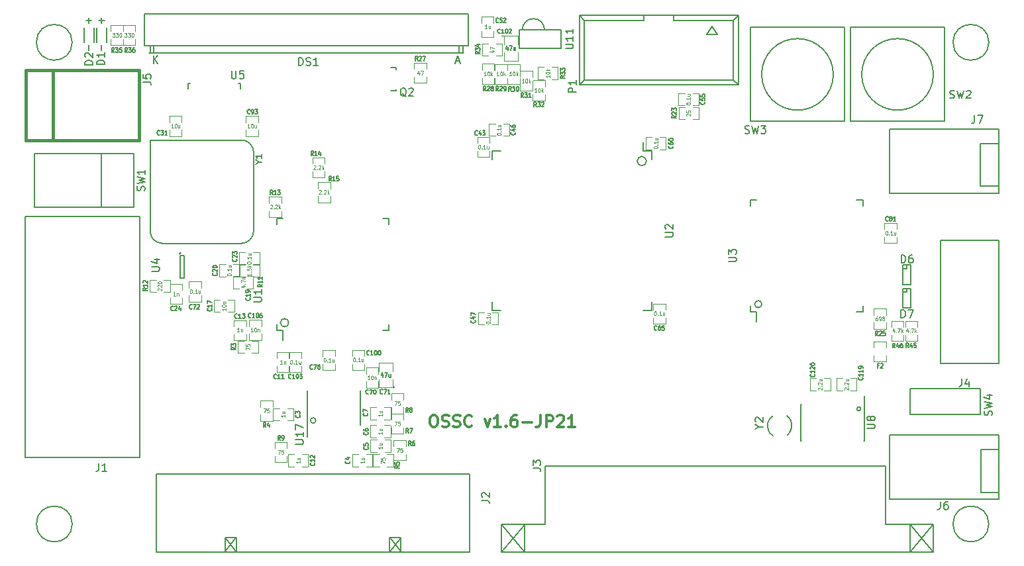
<source format=gto>
G04 #@! TF.FileFunction,Legend,Top*
%FSLAX46Y46*%
G04 Gerber Fmt 4.6, Leading zero omitted, Abs format (unit mm)*
G04 Created by KiCad (PCBNEW 4.0.5+dfsg1-4) date Mon Jul  3 23:58:12 2017*
%MOMM*%
%LPD*%
G01*
G04 APERTURE LIST*
%ADD10C,0.150000*%
%ADD11C,0.300000*%
%ADD12C,0.381000*%
%ADD13C,0.099060*%
%ADD14C,0.119380*%
%ADD15C,0.203200*%
%ADD16C,0.127000*%
%ADD17C,0.114300*%
G04 APERTURE END LIST*
D10*
D11*
X59501430Y-68288571D02*
X59787144Y-68288571D01*
X59930002Y-68360000D01*
X60072859Y-68502857D01*
X60144287Y-68788571D01*
X60144287Y-69288571D01*
X60072859Y-69574286D01*
X59930002Y-69717143D01*
X59787144Y-69788571D01*
X59501430Y-69788571D01*
X59358573Y-69717143D01*
X59215716Y-69574286D01*
X59144287Y-69288571D01*
X59144287Y-68788571D01*
X59215716Y-68502857D01*
X59358573Y-68360000D01*
X59501430Y-68288571D01*
X60715716Y-69717143D02*
X60930002Y-69788571D01*
X61287145Y-69788571D01*
X61430002Y-69717143D01*
X61501431Y-69645714D01*
X61572859Y-69502857D01*
X61572859Y-69360000D01*
X61501431Y-69217143D01*
X61430002Y-69145714D01*
X61287145Y-69074286D01*
X61001431Y-69002857D01*
X60858573Y-68931429D01*
X60787145Y-68860000D01*
X60715716Y-68717143D01*
X60715716Y-68574286D01*
X60787145Y-68431429D01*
X60858573Y-68360000D01*
X61001431Y-68288571D01*
X61358573Y-68288571D01*
X61572859Y-68360000D01*
X62144287Y-69717143D02*
X62358573Y-69788571D01*
X62715716Y-69788571D01*
X62858573Y-69717143D01*
X62930002Y-69645714D01*
X63001430Y-69502857D01*
X63001430Y-69360000D01*
X62930002Y-69217143D01*
X62858573Y-69145714D01*
X62715716Y-69074286D01*
X62430002Y-69002857D01*
X62287144Y-68931429D01*
X62215716Y-68860000D01*
X62144287Y-68717143D01*
X62144287Y-68574286D01*
X62215716Y-68431429D01*
X62287144Y-68360000D01*
X62430002Y-68288571D01*
X62787144Y-68288571D01*
X63001430Y-68360000D01*
X64501430Y-69645714D02*
X64430001Y-69717143D01*
X64215715Y-69788571D01*
X64072858Y-69788571D01*
X63858573Y-69717143D01*
X63715715Y-69574286D01*
X63644287Y-69431429D01*
X63572858Y-69145714D01*
X63572858Y-68931429D01*
X63644287Y-68645714D01*
X63715715Y-68502857D01*
X63858573Y-68360000D01*
X64072858Y-68288571D01*
X64215715Y-68288571D01*
X64430001Y-68360000D01*
X64501430Y-68431429D01*
X66144287Y-68788571D02*
X66501430Y-69788571D01*
X66858572Y-68788571D01*
X68215715Y-69788571D02*
X67358572Y-69788571D01*
X67787144Y-69788571D02*
X67787144Y-68288571D01*
X67644287Y-68502857D01*
X67501429Y-68645714D01*
X67358572Y-68717143D01*
X68858572Y-69645714D02*
X68930000Y-69717143D01*
X68858572Y-69788571D01*
X68787143Y-69717143D01*
X68858572Y-69645714D01*
X68858572Y-69788571D01*
X70215715Y-68288571D02*
X69930001Y-68288571D01*
X69787144Y-68360000D01*
X69715715Y-68431429D01*
X69572858Y-68645714D01*
X69501429Y-68931429D01*
X69501429Y-69502857D01*
X69572858Y-69645714D01*
X69644286Y-69717143D01*
X69787144Y-69788571D01*
X70072858Y-69788571D01*
X70215715Y-69717143D01*
X70287144Y-69645714D01*
X70358572Y-69502857D01*
X70358572Y-69145714D01*
X70287144Y-69002857D01*
X70215715Y-68931429D01*
X70072858Y-68860000D01*
X69787144Y-68860000D01*
X69644286Y-68931429D01*
X69572858Y-69002857D01*
X69501429Y-69145714D01*
X71001429Y-69217143D02*
X72144286Y-69217143D01*
X73287143Y-68288571D02*
X73287143Y-69360000D01*
X73215715Y-69574286D01*
X73072858Y-69717143D01*
X72858572Y-69788571D01*
X72715715Y-69788571D01*
X74001429Y-69788571D02*
X74001429Y-68288571D01*
X74572857Y-68288571D01*
X74715715Y-68360000D01*
X74787143Y-68431429D01*
X74858572Y-68574286D01*
X74858572Y-68788571D01*
X74787143Y-68931429D01*
X74715715Y-69002857D01*
X74572857Y-69074286D01*
X74001429Y-69074286D01*
X75430000Y-68431429D02*
X75501429Y-68360000D01*
X75644286Y-68288571D01*
X76001429Y-68288571D01*
X76144286Y-68360000D01*
X76215715Y-68431429D01*
X76287143Y-68574286D01*
X76287143Y-68717143D01*
X76215715Y-68931429D01*
X75358572Y-69788571D01*
X76287143Y-69788571D01*
X77715714Y-69788571D02*
X76858571Y-69788571D01*
X77287143Y-69788571D02*
X77287143Y-68288571D01*
X77144286Y-68502857D01*
X77001428Y-68645714D01*
X76858571Y-68717143D01*
D10*
X114222000Y-67480000D02*
G75*
G03X114222000Y-67480000I-250000J0D01*
G01*
X114647000Y-71555000D02*
X114622000Y-71555000D01*
X106597000Y-71555000D02*
X106622000Y-71555000D01*
X106597000Y-66905000D02*
X106622000Y-66905000D01*
X114697000Y-65830000D02*
X114697000Y-71555000D01*
X106597000Y-66905000D02*
X106597000Y-71555000D01*
X70967940Y-18952580D02*
G75*
G02X72354780Y-17580980I1379220J-7620D01*
G01*
X73787340Y-18952580D02*
G75*
G03X72400500Y-17580980I-1379220J-7620D01*
G01*
X75914100Y-18960500D02*
X75914100Y-21360500D01*
X75914100Y-21360500D02*
X70614100Y-21360500D01*
X70614100Y-21360500D02*
X70614100Y-18960500D01*
X70614100Y-18960500D02*
X75914100Y-18960500D01*
X97925000Y-25400000D02*
X98560000Y-26035000D01*
X97925000Y-17780000D02*
X98560000Y-17145000D01*
X78875000Y-17780000D02*
X78240000Y-17145000D01*
X78875000Y-25400000D02*
X78240000Y-26035000D01*
X86495000Y-17145000D02*
X86495000Y-17780000D01*
X86495000Y-17780000D02*
X78875000Y-17780000D01*
X78875000Y-17780000D02*
X78875000Y-25400000D01*
X78875000Y-25400000D02*
X97925000Y-25400000D01*
X97925000Y-25400000D02*
X97925000Y-17780000D01*
X97925000Y-17780000D02*
X90305000Y-17780000D01*
X90305000Y-17780000D02*
X90305000Y-17145000D01*
X98560000Y-17145000D02*
X78240000Y-17145000D01*
X78240000Y-26035000D02*
X98560000Y-26035000D01*
X98560000Y-26035000D02*
X98560000Y-17145000D01*
X78240000Y-26035000D02*
X78240000Y-17145000D01*
X95898080Y-19621500D02*
X95199580Y-18552160D01*
X95199580Y-18552160D02*
X94498540Y-19621500D01*
X94498540Y-19621500D02*
X95898080Y-19621500D01*
X13416000Y-20600000D02*
G75*
G03X13416000Y-20600000I-2286000J0D01*
G01*
X13416000Y-82200000D02*
G75*
G03X13416000Y-82200000I-2286000J0D01*
G01*
X130586000Y-82200000D02*
G75*
G03X130586000Y-82200000I-2286000J0D01*
G01*
X130586000Y-20600000D02*
G75*
G03X130586000Y-20600000I-2286000J0D01*
G01*
X35074500Y-33095300D02*
X23390500Y-33095300D01*
X23390500Y-33095300D02*
X23390500Y-44779300D01*
X36598500Y-44779300D02*
X36598500Y-34619300D01*
X35074500Y-46303300D02*
X24914500Y-46303300D01*
X35074500Y-46303300D02*
G75*
G03X36598500Y-44779300I0J1524000D01*
G01*
X23390500Y-44779300D02*
G75*
G03X24914500Y-46303300I1524000J0D01*
G01*
X36598500Y-34619300D02*
G75*
G03X35074500Y-33095300I-1524000J0D01*
G01*
X27293300Y-47587800D02*
G75*
G03X27293300Y-47587800I-100000J0D01*
G01*
X27743300Y-47837800D02*
X27243300Y-47837800D01*
X27743300Y-50737800D02*
X27743300Y-47837800D01*
X27243300Y-50737800D02*
X27743300Y-50737800D01*
X27243300Y-47837800D02*
X27243300Y-50737800D01*
X22025500Y-73695400D02*
X22025500Y-42895400D01*
X22025500Y-73695400D02*
X7445500Y-73695400D01*
X7445500Y-73695400D02*
X7445500Y-42895400D01*
X7445500Y-42895400D02*
X22025500Y-42895400D01*
X34692260Y-25834820D02*
X34644000Y-25834820D01*
X28256000Y-26525700D02*
X28256000Y-25824660D01*
X28256000Y-25824660D02*
X28504920Y-25824660D01*
X34692260Y-25834820D02*
X34892920Y-25834820D01*
X34892920Y-25834820D02*
X34892920Y-26535860D01*
X54142200Y-23829180D02*
X54843240Y-23829180D01*
X54843240Y-23829180D02*
X54843240Y-24078100D01*
X54843240Y-26628160D02*
X54843240Y-26828820D01*
X54843240Y-26828820D02*
X54142200Y-26828820D01*
X44555758Y-68962300D02*
G75*
G03X44555758Y-68962300I-339838J0D01*
G01*
X50263000Y-69549000D02*
X50263000Y-65099000D01*
X43513000Y-71074000D02*
X43513000Y-65099000D01*
X101563308Y-54084900D02*
G75*
G03X101563308Y-54084900I-450748J0D01*
G01*
X100125000Y-55075000D02*
X100925000Y-55075000D01*
X100125000Y-40725000D02*
X100925000Y-40725000D01*
X114475000Y-40725000D02*
X113675000Y-40725000D01*
X114475000Y-55075000D02*
X113675000Y-55075000D01*
X100125000Y-55075000D02*
X100125000Y-54275000D01*
X114475000Y-55075000D02*
X114475000Y-54275000D01*
X114475000Y-40725000D02*
X114475000Y-41525000D01*
X100125000Y-40725000D02*
X100125000Y-41525000D01*
X100925000Y-55075000D02*
X100925000Y-56350000D01*
X68262940Y-85763280D02*
X71229660Y-82296180D01*
X68255320Y-82280940D02*
X71227120Y-85760740D01*
X120521920Y-85778520D02*
X123511500Y-82275860D01*
X120514300Y-82273320D02*
X123501340Y-85765820D01*
X68244600Y-85771200D02*
X68244600Y-82271200D01*
X123514600Y-82271200D02*
X123514600Y-85771200D01*
X123514600Y-85771200D02*
X68244600Y-85771200D01*
X71244600Y-85771200D02*
X71244600Y-82271200D01*
X73859600Y-82271200D02*
X68244600Y-82271200D01*
X73859600Y-82271200D02*
X73859600Y-74821200D01*
X73859600Y-74821200D02*
X117359600Y-74821200D01*
X117359600Y-74821200D02*
X117359600Y-82271200D01*
X117359600Y-82271200D02*
X123514600Y-82271200D01*
X120514600Y-82271200D02*
X120514600Y-85771200D01*
X110710050Y-24700000D02*
G75*
G03X110710050Y-24700000I-4579050J0D01*
G01*
X100131000Y-30700000D02*
X100131000Y-18700000D01*
X100131000Y-18700000D02*
X112131000Y-18700000D01*
X112131000Y-18700000D02*
X112131000Y-30700000D01*
X112131000Y-30700000D02*
X100131000Y-30700000D01*
X123497050Y-24700000D02*
G75*
G03X123497050Y-24700000I-4579050J0D01*
G01*
X112918000Y-30700000D02*
X112918000Y-18700000D01*
X112918000Y-18700000D02*
X124918000Y-18700000D01*
X124918000Y-18700000D02*
X124918000Y-30700000D01*
X124918000Y-30700000D02*
X112918000Y-30700000D01*
X53997860Y-85758920D02*
X55410100Y-83998700D01*
X54020720Y-83975840D02*
X55410100Y-85713200D01*
X32941260Y-85746220D02*
X34361120Y-83978380D01*
X32946340Y-83952980D02*
X34368740Y-85723360D01*
X34368740Y-85723360D02*
X34373820Y-85736060D01*
X55446000Y-83947900D02*
X55446000Y-85753840D01*
X53996000Y-83947900D02*
X55446000Y-83947900D01*
X53996000Y-85769080D02*
X53996000Y-83947900D01*
X32946000Y-85769080D02*
X32946000Y-83947900D01*
X32946000Y-83947900D02*
X34396000Y-83947900D01*
X34396000Y-83947900D02*
X34396000Y-85753840D01*
X24196000Y-85776200D02*
X24196000Y-75776200D01*
X24196000Y-75776200D02*
X64196000Y-75776200D01*
X64196000Y-75776200D02*
X64196000Y-85776200D01*
X24196000Y-85776200D02*
X64196000Y-85776200D01*
D12*
X11001500Y-24148120D02*
X11001500Y-33149880D01*
X7501380Y-24148120D02*
X7501380Y-33149880D01*
X7501380Y-33149880D02*
X22002240Y-33149880D01*
X22002240Y-33149880D02*
X22002240Y-24148120D01*
X22002240Y-24148120D02*
X7501380Y-24148120D01*
D10*
X17542220Y-17822880D02*
X16810700Y-17822880D01*
X17171380Y-18186100D02*
X17171380Y-17454580D01*
X17171380Y-21640500D02*
X17171380Y-20908980D01*
X17805200Y-20645000D02*
X17805200Y-18745000D01*
X16552800Y-20645000D02*
X16552800Y-18745000D01*
X15912220Y-17822880D02*
X15180700Y-17822880D01*
X15541380Y-18186100D02*
X15541380Y-17454580D01*
X15541380Y-21640500D02*
X15541380Y-20908980D01*
X16175200Y-20645000D02*
X16175200Y-18745000D01*
X14922800Y-20645000D02*
X14922800Y-18745000D01*
D13*
X68597380Y-19796360D02*
G75*
G03X68597380Y-19796360I-127000J0D01*
G01*
X68594840Y-20853000D02*
X68594840Y-19773500D01*
X68605000Y-19763340D02*
X70383000Y-19763340D01*
X70393160Y-19773500D02*
X70393160Y-20853000D01*
X70393160Y-21869000D02*
X70393160Y-22948500D01*
X70383000Y-22958660D02*
X68605000Y-22958660D01*
X68594840Y-22948500D02*
X68594840Y-21869000D01*
X54688620Y-64719640D02*
G75*
G03X54688620Y-64719640I-127000J0D01*
G01*
X54437160Y-63663000D02*
X54437160Y-64742500D01*
X54427000Y-64752660D02*
X52649000Y-64752660D01*
X52638840Y-64742500D02*
X52638840Y-63663000D01*
X52638840Y-62647000D02*
X52638840Y-61567500D01*
X52649000Y-61557340D02*
X54427000Y-61557340D01*
X54437160Y-61567500D02*
X54437160Y-62647000D01*
D14*
X39047760Y-67215120D02*
X39047760Y-66432800D01*
X39047760Y-68215880D02*
X39047760Y-68998200D01*
X37478040Y-67215120D02*
X37478040Y-66432800D01*
X37478040Y-68998200D02*
X37478040Y-68215880D01*
X37500900Y-66425180D02*
X39024900Y-66425180D01*
X39024900Y-69005820D02*
X37500900Y-69005820D01*
X53673080Y-74863060D02*
X54455400Y-74863060D01*
X52672320Y-74863060D02*
X51890000Y-74863060D01*
X53673080Y-73293340D02*
X54455400Y-73293340D01*
X51890000Y-73293340D02*
X52672320Y-73293340D01*
X54463020Y-73316200D02*
X54463020Y-74840200D01*
X51882380Y-74840200D02*
X51882380Y-73316200D01*
X54496040Y-73270480D02*
X54496040Y-74052800D01*
X54496040Y-72269720D02*
X54496040Y-71487400D01*
X56065760Y-73270480D02*
X56065760Y-74052800D01*
X56065760Y-71487400D02*
X56065760Y-72269720D01*
X56042900Y-74060420D02*
X54518900Y-74060420D01*
X54518900Y-71479780D02*
X56042900Y-71479780D01*
X55786360Y-68866120D02*
X55786360Y-68083800D01*
X55786360Y-69866880D02*
X55786360Y-70649200D01*
X54216640Y-68866120D02*
X54216640Y-68083800D01*
X54216640Y-70649200D02*
X54216640Y-69866880D01*
X54239500Y-68076180D02*
X55763500Y-68076180D01*
X55763500Y-70656820D02*
X54239500Y-70656820D01*
X55781860Y-66284620D02*
X55781860Y-65502300D01*
X55781860Y-67285380D02*
X55781860Y-68067700D01*
X54212140Y-66284620D02*
X54212140Y-65502300D01*
X54212140Y-68067700D02*
X54212140Y-67285380D01*
X54235000Y-65494680D02*
X55759000Y-65494680D01*
X55759000Y-68075320D02*
X54235000Y-68075320D01*
X40888860Y-72514620D02*
X40888860Y-71732300D01*
X40888860Y-73515380D02*
X40888860Y-74297700D01*
X39319140Y-72514620D02*
X39319140Y-71732300D01*
X39319140Y-74297700D02*
X39319140Y-73515380D01*
X39342000Y-71724680D02*
X40866000Y-71724680D01*
X40866000Y-74305320D02*
X39342000Y-74305320D01*
X36563380Y-50563860D02*
X37345700Y-50563860D01*
X35562620Y-50563860D02*
X34780300Y-50563860D01*
X36563380Y-48994140D02*
X37345700Y-48994140D01*
X34780300Y-48994140D02*
X35562620Y-48994140D01*
X37353320Y-49017000D02*
X37353320Y-50541000D01*
X34772680Y-50541000D02*
X34772680Y-49017000D01*
X24135420Y-50979440D02*
X23353100Y-50979440D01*
X25136180Y-50979440D02*
X25918500Y-50979440D01*
X24135420Y-52549160D02*
X23353100Y-52549160D01*
X25918500Y-52549160D02*
X25136180Y-52549160D01*
X23345480Y-52526300D02*
X23345480Y-51002300D01*
X25926120Y-51002300D02*
X25926120Y-52526300D01*
X38585140Y-42156380D02*
X38585140Y-42938700D01*
X38585140Y-41155620D02*
X38585140Y-40373300D01*
X40154860Y-42156380D02*
X40154860Y-42938700D01*
X40154860Y-40373300D02*
X40154860Y-41155620D01*
X40132000Y-42946320D02*
X38608000Y-42946320D01*
X38608000Y-40365680D02*
X40132000Y-40365680D01*
X45715860Y-36105620D02*
X45715860Y-35323300D01*
X45715860Y-37106380D02*
X45715860Y-37888700D01*
X44146140Y-36105620D02*
X44146140Y-35323300D01*
X44146140Y-37888700D02*
X44146140Y-37106380D01*
X44169000Y-35315680D02*
X45693000Y-35315680D01*
X45693000Y-37896320D02*
X44169000Y-37896320D01*
X44831340Y-40275880D02*
X44831340Y-41058200D01*
X44831340Y-39275120D02*
X44831340Y-38492800D01*
X46401060Y-40275880D02*
X46401060Y-41058200D01*
X46401060Y-38492800D02*
X46401060Y-39275120D01*
X46378200Y-41065820D02*
X44854200Y-41065820D01*
X44854200Y-38485180D02*
X46378200Y-38485180D01*
X92725580Y-30451160D02*
X93507900Y-30451160D01*
X91724820Y-30451160D02*
X90942500Y-30451160D01*
X92725580Y-28881440D02*
X93507900Y-28881440D01*
X90942500Y-28881440D02*
X91724820Y-28881440D01*
X93515520Y-28904300D02*
X93515520Y-30428300D01*
X90934880Y-30428300D02*
X90934880Y-28904300D01*
X115908140Y-56461380D02*
X115908140Y-57243700D01*
X115908140Y-55460620D02*
X115908140Y-54678300D01*
X117477860Y-56461380D02*
X117477860Y-57243700D01*
X117477860Y-54678300D02*
X117477860Y-55460620D01*
X117455000Y-57251320D02*
X115931000Y-57251320D01*
X115931000Y-54670680D02*
X117455000Y-54670680D01*
X67394160Y-24136720D02*
X67394160Y-23354400D01*
X67394160Y-25137480D02*
X67394160Y-25919800D01*
X65824440Y-24136720D02*
X65824440Y-23354400D01*
X65824440Y-25919800D02*
X65824440Y-25137480D01*
X65847300Y-23346780D02*
X67371300Y-23346780D01*
X67371300Y-25927420D02*
X65847300Y-25927420D01*
X69007060Y-24149420D02*
X69007060Y-23367100D01*
X69007060Y-25150180D02*
X69007060Y-25932500D01*
X67437340Y-24149420D02*
X67437340Y-23367100D01*
X67437340Y-25932500D02*
X67437340Y-25150180D01*
X67460200Y-23359480D02*
X68984200Y-23359480D01*
X68984200Y-25940120D02*
X67460200Y-25940120D01*
X70619960Y-24149420D02*
X70619960Y-23367100D01*
X70619960Y-25150180D02*
X70619960Y-25932500D01*
X69050240Y-24149420D02*
X69050240Y-23367100D01*
X69050240Y-25932500D02*
X69050240Y-25150180D01*
X69073100Y-23359480D02*
X70597100Y-23359480D01*
X70597100Y-25940120D02*
X69073100Y-25940120D01*
X72232860Y-25025720D02*
X72232860Y-24243400D01*
X72232860Y-26026480D02*
X72232860Y-26808800D01*
X70663140Y-25025720D02*
X70663140Y-24243400D01*
X70663140Y-26808800D02*
X70663140Y-26026480D01*
X70686000Y-24235780D02*
X72210000Y-24235780D01*
X72210000Y-26816420D02*
X70686000Y-26816420D01*
X73871160Y-26257620D02*
X73871160Y-25475300D01*
X73871160Y-27258380D02*
X73871160Y-28040700D01*
X72301440Y-26257620D02*
X72301440Y-25475300D01*
X72301440Y-28040700D02*
X72301440Y-27258380D01*
X72324300Y-25467680D02*
X73848300Y-25467680D01*
X73848300Y-28048320D02*
X72324300Y-28048320D01*
X74729680Y-25333060D02*
X75512000Y-25333060D01*
X73728920Y-25333060D02*
X72946600Y-25333060D01*
X74729680Y-23763340D02*
X75512000Y-23763340D01*
X72946600Y-23763340D02*
X73728920Y-23763340D01*
X75519620Y-23786200D02*
X75519620Y-25310200D01*
X72938980Y-25310200D02*
X72938980Y-23786200D01*
X66604220Y-20766140D02*
X65821900Y-20766140D01*
X67604980Y-20766140D02*
X68387300Y-20766140D01*
X66604220Y-22335860D02*
X65821900Y-22335860D01*
X68387300Y-22335860D02*
X67604980Y-22335860D01*
X65814280Y-22313000D02*
X65814280Y-20789000D01*
X68394920Y-20789000D02*
X68394920Y-22313000D01*
X18374140Y-20191380D02*
X18374140Y-20973700D01*
X18374140Y-19190620D02*
X18374140Y-18408300D01*
X19943860Y-20191380D02*
X19943860Y-20973700D01*
X19943860Y-18408300D02*
X19943860Y-19190620D01*
X19921000Y-20981320D02*
X18397000Y-20981320D01*
X18397000Y-18400680D02*
X19921000Y-18400680D01*
X19924140Y-20187380D02*
X19924140Y-20969700D01*
X19924140Y-19186620D02*
X19924140Y-18404300D01*
X21493860Y-20187380D02*
X21493860Y-20969700D01*
X21493860Y-18404300D02*
X21493860Y-19186620D01*
X21471000Y-20977320D02*
X19947000Y-20977320D01*
X19947000Y-18396680D02*
X21471000Y-18396680D01*
X57127140Y-25016380D02*
X57127140Y-25798700D01*
X57127140Y-24015620D02*
X57127140Y-23233300D01*
X58696860Y-25016380D02*
X58696860Y-25798700D01*
X58696860Y-23233300D02*
X58696860Y-24015620D01*
X58674000Y-25806320D02*
X57150000Y-25806320D01*
X57150000Y-23225680D02*
X58674000Y-23225680D01*
X36401080Y-60321560D02*
X37183400Y-60321560D01*
X35400320Y-60321560D02*
X34618000Y-60321560D01*
X36401080Y-58751840D02*
X37183400Y-58751840D01*
X34618000Y-58751840D02*
X35400320Y-58751840D01*
X37191020Y-58774700D02*
X37191020Y-60298700D01*
X34610380Y-60298700D02*
X34610380Y-58774700D01*
X117474860Y-59639620D02*
X117474860Y-58857300D01*
X117474860Y-60640380D02*
X117474860Y-61422700D01*
X115905140Y-59639620D02*
X115905140Y-58857300D01*
X115905140Y-61422700D02*
X115905140Y-60640380D01*
X115928000Y-58849680D02*
X117452000Y-58849680D01*
X117452000Y-61430320D02*
X115928000Y-61430320D01*
X121474860Y-56999620D02*
X121474860Y-56217300D01*
X121474860Y-58000380D02*
X121474860Y-58782700D01*
X119905140Y-56999620D02*
X119905140Y-56217300D01*
X119905140Y-58782700D02*
X119905140Y-58000380D01*
X119928000Y-56209680D02*
X121452000Y-56209680D01*
X121452000Y-58790320D02*
X119928000Y-58790320D01*
X119714860Y-56999620D02*
X119714860Y-56217300D01*
X119714860Y-58000380D02*
X119714860Y-58782700D01*
X118145140Y-56999620D02*
X118145140Y-56217300D01*
X118145140Y-58782700D02*
X118145140Y-58000380D01*
X118168000Y-56209680D02*
X119692000Y-56209680D01*
X119692000Y-58790320D02*
X118168000Y-58790320D01*
X40896880Y-68957560D02*
X41679200Y-68957560D01*
X39896120Y-68957560D02*
X39113800Y-68957560D01*
X40896880Y-67387840D02*
X41679200Y-67387840D01*
X39113800Y-67387840D02*
X39896120Y-67387840D01*
X41686820Y-67410700D02*
X41686820Y-68934700D01*
X39106180Y-68934700D02*
X39106180Y-67410700D01*
X50018020Y-73281140D02*
X49235700Y-73281140D01*
X51018780Y-73281140D02*
X51801100Y-73281140D01*
X50018020Y-74850860D02*
X49235700Y-74850860D01*
X51801100Y-74850860D02*
X51018780Y-74850860D01*
X49228080Y-74828000D02*
X49228080Y-73304000D01*
X51808720Y-73304000D02*
X51808720Y-74828000D01*
X52342120Y-71439140D02*
X51559800Y-71439140D01*
X53342880Y-71439140D02*
X54125200Y-71439140D01*
X52342120Y-73008860D02*
X51559800Y-73008860D01*
X54125200Y-73008860D02*
X53342880Y-73008860D01*
X51552180Y-72986000D02*
X51552180Y-71462000D01*
X54132820Y-71462000D02*
X54132820Y-72986000D01*
X52316720Y-69572240D02*
X51534400Y-69572240D01*
X53317480Y-69572240D02*
X54099800Y-69572240D01*
X52316720Y-71141960D02*
X51534400Y-71141960D01*
X54099800Y-71141960D02*
X53317480Y-71141960D01*
X51526780Y-71119100D02*
X51526780Y-69595100D01*
X54107420Y-69595100D02*
X54107420Y-71119100D01*
X52316720Y-67273540D02*
X51534400Y-67273540D01*
X53317480Y-67273540D02*
X54099800Y-67273540D01*
X52316720Y-68843260D02*
X51534400Y-68843260D01*
X54099800Y-68843260D02*
X53317480Y-68843260D01*
X51526780Y-68820400D02*
X51526780Y-67296400D01*
X54107420Y-67296400D02*
X54107420Y-68820400D01*
X41143260Y-61004820D02*
X41143260Y-60222500D01*
X41143260Y-62005580D02*
X41143260Y-62787900D01*
X39573540Y-61004820D02*
X39573540Y-60222500D01*
X39573540Y-62787900D02*
X39573540Y-62005580D01*
X39596400Y-60214880D02*
X41120400Y-60214880D01*
X41120400Y-62795520D02*
X39596400Y-62795520D01*
X42801380Y-74850860D02*
X43583700Y-74850860D01*
X41800620Y-74850860D02*
X41018300Y-74850860D01*
X42801380Y-73281140D02*
X43583700Y-73281140D01*
X41018300Y-73281140D02*
X41800620Y-73281140D01*
X43591320Y-73304000D02*
X43591320Y-74828000D01*
X41010680Y-74828000D02*
X41010680Y-73304000D01*
X35656860Y-56915420D02*
X35656860Y-56133100D01*
X35656860Y-57916180D02*
X35656860Y-58698500D01*
X34087140Y-56915420D02*
X34087140Y-56133100D01*
X34087140Y-58698500D02*
X34087140Y-57916180D01*
X34110000Y-56125480D02*
X35634000Y-56125480D01*
X35634000Y-58706120D02*
X34110000Y-58706120D01*
X33340380Y-55101860D02*
X34122700Y-55101860D01*
X32339620Y-55101860D02*
X31557300Y-55101860D01*
X33340380Y-53532140D02*
X34122700Y-53532140D01*
X31557300Y-53532140D02*
X32339620Y-53532140D01*
X34130320Y-53555000D02*
X34130320Y-55079000D01*
X31549680Y-55079000D02*
X31549680Y-53555000D01*
X34776620Y-50498140D02*
X33994300Y-50498140D01*
X35777380Y-50498140D02*
X36559700Y-50498140D01*
X34776620Y-52067860D02*
X33994300Y-52067860D01*
X36559700Y-52067860D02*
X35777380Y-52067860D01*
X33986680Y-52045000D02*
X33986680Y-50521000D01*
X36567320Y-50521000D02*
X36567320Y-52045000D01*
X34028380Y-50563860D02*
X34810700Y-50563860D01*
X33027620Y-50563860D02*
X32245300Y-50563860D01*
X34028380Y-48994140D02*
X34810700Y-48994140D01*
X32245300Y-48994140D02*
X33027620Y-48994140D01*
X34818320Y-49017000D02*
X34818320Y-50541000D01*
X32237680Y-50541000D02*
X32237680Y-49017000D01*
X35561620Y-47480140D02*
X34779300Y-47480140D01*
X36562380Y-47480140D02*
X37344700Y-47480140D01*
X35561620Y-49049860D02*
X34779300Y-49049860D01*
X37344700Y-49049860D02*
X36562380Y-49049860D01*
X34771680Y-49027000D02*
X34771680Y-47503000D01*
X37352320Y-47503000D02*
X37352320Y-49027000D01*
X25921040Y-53280680D02*
X25921040Y-54063000D01*
X25921040Y-52279920D02*
X25921040Y-51497600D01*
X27490760Y-53280680D02*
X27490760Y-54063000D01*
X27490760Y-51497600D02*
X27490760Y-52279920D01*
X27467900Y-54070620D02*
X25943900Y-54070620D01*
X25943900Y-51489980D02*
X27467900Y-51489980D01*
X27429860Y-30812620D02*
X27429860Y-30030300D01*
X27429860Y-31813380D02*
X27429860Y-32595700D01*
X25860140Y-30812620D02*
X25860140Y-30030300D01*
X25860140Y-32595700D02*
X25860140Y-31813380D01*
X25883000Y-30022680D02*
X27407000Y-30022680D01*
X27407000Y-32603320D02*
X25883000Y-32603320D01*
X66784860Y-33499620D02*
X66784860Y-32717300D01*
X66784860Y-34500380D02*
X66784860Y-35282700D01*
X65215140Y-33499620D02*
X65215140Y-32717300D01*
X65215140Y-35282700D02*
X65215140Y-34500380D01*
X65238000Y-32709680D02*
X66762000Y-32709680D01*
X66762000Y-35290320D02*
X65238000Y-35290320D01*
X67499620Y-31015140D02*
X66717300Y-31015140D01*
X68500380Y-31015140D02*
X69282700Y-31015140D01*
X67499620Y-32584860D02*
X66717300Y-32584860D01*
X69282700Y-32584860D02*
X68500380Y-32584860D01*
X66709680Y-32562000D02*
X66709680Y-31038000D01*
X69290320Y-31038000D02*
X69290320Y-32562000D01*
X66099620Y-55115140D02*
X65317300Y-55115140D01*
X67100380Y-55115140D02*
X67882700Y-55115140D01*
X66099620Y-56684860D02*
X65317300Y-56684860D01*
X67882700Y-56684860D02*
X67100380Y-56684860D01*
X65309680Y-56662000D02*
X65309680Y-55138000D01*
X67890320Y-55138000D02*
X67890320Y-56662000D01*
X65735540Y-19130380D02*
X65735540Y-19912700D01*
X65735540Y-18129620D02*
X65735540Y-17347300D01*
X67305260Y-19130380D02*
X67305260Y-19912700D01*
X67305260Y-17347300D02*
X67305260Y-18129620D01*
X67282400Y-19920320D02*
X65758400Y-19920320D01*
X65758400Y-17339680D02*
X67282400Y-17339680D01*
X91712120Y-27103440D02*
X90929800Y-27103440D01*
X92712880Y-27103440D02*
X93495200Y-27103440D01*
X91712120Y-28673160D02*
X90929800Y-28673160D01*
X93495200Y-28673160D02*
X92712880Y-28673160D01*
X90922180Y-28650300D02*
X90922180Y-27126300D01*
X93502820Y-27126300D02*
X93502820Y-28650300D01*
X88521380Y-34282860D02*
X89303700Y-34282860D01*
X87520620Y-34282860D02*
X86738300Y-34282860D01*
X88521380Y-32713140D02*
X89303700Y-32713140D01*
X86738300Y-32713140D02*
X87520620Y-32713140D01*
X89311320Y-32736000D02*
X89311320Y-34260000D01*
X86730680Y-34260000D02*
X86730680Y-32736000D01*
X87715140Y-55800380D02*
X87715140Y-56582700D01*
X87715140Y-54799620D02*
X87715140Y-54017300D01*
X89284860Y-55800380D02*
X89284860Y-56582700D01*
X89284860Y-54017300D02*
X89284860Y-54799620D01*
X89262000Y-56590320D02*
X87738000Y-56590320D01*
X87738000Y-54009680D02*
X89262000Y-54009680D01*
X117255140Y-45510380D02*
X117255140Y-46292700D01*
X117255140Y-44509620D02*
X117255140Y-43727300D01*
X118824860Y-45510380D02*
X118824860Y-46292700D01*
X118824860Y-43727300D02*
X118824860Y-44509620D01*
X118802000Y-46300320D02*
X117278000Y-46300320D01*
X117278000Y-43719680D02*
X118802000Y-43719680D01*
X37189860Y-30817620D02*
X37189860Y-30035300D01*
X37189860Y-31818380D02*
X37189860Y-32600700D01*
X35620140Y-30817620D02*
X35620140Y-30035300D01*
X35620140Y-32600700D02*
X35620140Y-31818380D01*
X35643000Y-30027680D02*
X37167000Y-30027680D01*
X37167000Y-32608320D02*
X35643000Y-32608320D01*
X52547860Y-62989620D02*
X52547860Y-62207300D01*
X52547860Y-63990380D02*
X52547860Y-64772700D01*
X50978140Y-62989620D02*
X50978140Y-62207300D01*
X50978140Y-64772700D02*
X50978140Y-63990380D01*
X51001000Y-62199680D02*
X52525000Y-62199680D01*
X52525000Y-64780320D02*
X51001000Y-64780320D01*
X28359440Y-52975880D02*
X28359440Y-53758200D01*
X28359440Y-51975120D02*
X28359440Y-51192800D01*
X29929160Y-52975880D02*
X29929160Y-53758200D01*
X29929160Y-51192800D02*
X29929160Y-51975120D01*
X29906300Y-53765820D02*
X28382300Y-53765820D01*
X28382300Y-51185180D02*
X29906300Y-51185180D01*
X47010660Y-60750820D02*
X47010660Y-59968500D01*
X47010660Y-61751580D02*
X47010660Y-62533900D01*
X45440940Y-60750820D02*
X45440940Y-59968500D01*
X45440940Y-62533900D02*
X45440940Y-61751580D01*
X45463800Y-59960880D02*
X46987800Y-59960880D01*
X46987800Y-62541520D02*
X45463800Y-62541520D01*
X50769860Y-60725420D02*
X50769860Y-59943100D01*
X50769860Y-61726180D02*
X50769860Y-62508500D01*
X49200140Y-60725420D02*
X49200140Y-59943100D01*
X49200140Y-62508500D02*
X49200140Y-61726180D01*
X49223000Y-59935480D02*
X50747000Y-59935480D01*
X50747000Y-62516120D02*
X49223000Y-62516120D01*
X42743460Y-61004820D02*
X42743460Y-60222500D01*
X42743460Y-62005580D02*
X42743460Y-62787900D01*
X41173740Y-61004820D02*
X41173740Y-60222500D01*
X41173740Y-62787900D02*
X41173740Y-62005580D01*
X41196600Y-60214880D02*
X42720600Y-60214880D01*
X42720600Y-62795520D02*
X41196600Y-62795520D01*
X36042940Y-57890780D02*
X36042940Y-58673100D01*
X36042940Y-56890020D02*
X36042940Y-56107700D01*
X37612660Y-57890780D02*
X37612660Y-58673100D01*
X37612660Y-56107700D02*
X37612660Y-56890020D01*
X37589800Y-58680720D02*
X36065800Y-58680720D01*
X36065800Y-56100080D02*
X37589800Y-56100080D01*
D10*
X131874400Y-72707400D02*
X129550300Y-72707400D01*
X129550300Y-72707400D02*
X129547760Y-78173480D01*
X129547760Y-78173480D02*
X131902340Y-78173480D01*
X131906000Y-79030000D02*
X131906000Y-70830000D01*
X131906000Y-70830000D02*
X117906000Y-70830000D01*
X117906000Y-70830000D02*
X117906000Y-79030000D01*
X117906000Y-79030000D02*
X131906000Y-79030000D01*
X21316000Y-34868000D02*
X21316000Y-41728000D01*
X21316000Y-41728000D02*
X8616000Y-41728000D01*
X8616000Y-41728000D02*
X8616000Y-34868000D01*
X8616000Y-34868000D02*
X21316000Y-34868000D01*
X17180880Y-41728000D02*
X17180880Y-34868000D01*
X22675200Y-21050620D02*
X22675200Y-17006940D01*
X64082280Y-21050620D02*
X64082280Y-17006940D01*
X64076200Y-21050280D02*
X22676200Y-21050280D01*
X64076200Y-17006600D02*
X22676200Y-17006600D01*
X23373700Y-21048080D02*
X23373700Y-21939620D01*
X23866460Y-21939620D02*
X23866460Y-21048080D01*
X63376160Y-21939620D02*
X63376160Y-21048080D01*
X62883400Y-21048080D02*
X62883400Y-21939620D01*
X63476200Y-21950600D02*
X23276200Y-21950600D01*
D14*
X112910380Y-65134860D02*
X113692700Y-65134860D01*
X111909620Y-65134860D02*
X111127300Y-65134860D01*
X112910380Y-63565140D02*
X113692700Y-63565140D01*
X111127300Y-63565140D02*
X111909620Y-63565140D01*
X113700320Y-63588000D02*
X113700320Y-65112000D01*
X111119680Y-65112000D02*
X111119680Y-63588000D01*
X108534620Y-63574140D02*
X107752300Y-63574140D01*
X109535380Y-63574140D02*
X110317700Y-63574140D01*
X108534620Y-65143860D02*
X107752300Y-65143860D01*
X110317700Y-65143860D02*
X109535380Y-65143860D01*
X107744680Y-65121000D02*
X107744680Y-63597000D01*
X110325320Y-63597000D02*
X110325320Y-65121000D01*
D10*
X131866400Y-33553400D02*
X129542300Y-33553400D01*
X129542300Y-33553400D02*
X129539760Y-39019480D01*
X129539760Y-39019480D02*
X131894340Y-39019480D01*
X131898000Y-39876000D02*
X131898000Y-31676000D01*
X131898000Y-31676000D02*
X117898000Y-31676000D01*
X117898000Y-31676000D02*
X117898000Y-39876000D01*
X117898000Y-39876000D02*
X131898000Y-39876000D01*
X86820932Y-35782060D02*
G75*
G03X86820932Y-35782060I-590292J0D01*
G01*
X87475000Y-34525000D02*
X86400000Y-34525000D01*
X87475000Y-54875000D02*
X86400000Y-54875000D01*
X67125000Y-54875000D02*
X68200000Y-54875000D01*
X67125000Y-34525000D02*
X68200000Y-34525000D01*
X87475000Y-34525000D02*
X87475000Y-35600000D01*
X67125000Y-34525000D02*
X67125000Y-35600000D01*
X67125000Y-54875000D02*
X67125000Y-53800000D01*
X87475000Y-54875000D02*
X87475000Y-53800000D01*
X86400000Y-34525000D02*
X86400000Y-33425000D01*
X41094202Y-56456580D02*
G75*
G03X41094202Y-56456580I-527862J0D01*
G01*
X39561000Y-57467000D02*
X40361000Y-57467000D01*
X39561000Y-43117000D02*
X40361000Y-43117000D01*
X53911000Y-43117000D02*
X53111000Y-43117000D01*
X53911000Y-57467000D02*
X53111000Y-57467000D01*
X39561000Y-57467000D02*
X39561000Y-56667000D01*
X53911000Y-57467000D02*
X53911000Y-56667000D01*
X53911000Y-43117000D02*
X53911000Y-43917000D01*
X39561000Y-43117000D02*
X39561000Y-43917000D01*
X40361000Y-57467000D02*
X40361000Y-58742000D01*
X131900000Y-45950000D02*
X131900000Y-61650000D01*
X131900000Y-61650000D02*
X124400000Y-61650000D01*
X124400000Y-61650000D02*
X124400000Y-45950000D01*
X124400000Y-45950000D02*
X131900000Y-45950000D01*
X129540000Y-64870000D02*
X129540000Y-68170000D01*
X129540000Y-68170000D02*
X120540000Y-68170000D01*
X120540000Y-68170000D02*
X120540000Y-64870000D01*
X120540000Y-64870000D02*
X129540000Y-64870000D01*
X120120000Y-52118740D02*
X120120000Y-52560000D01*
X120120000Y-52560000D02*
X119662800Y-52560000D01*
X120620000Y-52060000D02*
X120620000Y-54560000D01*
X120620000Y-54560000D02*
X119620000Y-54560000D01*
X119620000Y-54560000D02*
X119620000Y-52060000D01*
X119620000Y-52060000D02*
X120620000Y-52060000D01*
X120120000Y-49118740D02*
X120120000Y-49560000D01*
X120120000Y-49560000D02*
X119662800Y-49560000D01*
X120620000Y-49060000D02*
X120620000Y-51560000D01*
X120620000Y-51560000D02*
X119620000Y-51560000D01*
X119620000Y-51560000D02*
X119620000Y-49060000D01*
X119620000Y-49060000D02*
X120620000Y-49060000D01*
X104760160Y-68346520D02*
X105011620Y-68597980D01*
X105011620Y-68597980D02*
X105260540Y-68945960D01*
X105260540Y-68945960D02*
X105410400Y-69497140D01*
X105410400Y-69497140D02*
X105410400Y-69895920D01*
X105410400Y-69895920D02*
X105209740Y-70396300D01*
X105209740Y-70396300D02*
X104861760Y-70797620D01*
X103010100Y-68346520D02*
X102811980Y-68496380D01*
X102811980Y-68496380D02*
X102560520Y-68796100D01*
X102560520Y-68796100D02*
X102359860Y-69248220D01*
X102359860Y-69248220D02*
X102311600Y-69697800D01*
X102311600Y-69697800D02*
X102410660Y-70198180D01*
X102410660Y-70198180D02*
X102611320Y-70546160D01*
X102611320Y-70546160D02*
X102961840Y-70896680D01*
X115024381Y-69991905D02*
X115833905Y-69991905D01*
X115929143Y-69944286D01*
X115976762Y-69896667D01*
X116024381Y-69801429D01*
X116024381Y-69610952D01*
X115976762Y-69515714D01*
X115929143Y-69468095D01*
X115833905Y-69420476D01*
X115024381Y-69420476D01*
X115452952Y-68801429D02*
X115405333Y-68896667D01*
X115357714Y-68944286D01*
X115262476Y-68991905D01*
X115214857Y-68991905D01*
X115119619Y-68944286D01*
X115072000Y-68896667D01*
X115024381Y-68801429D01*
X115024381Y-68610952D01*
X115072000Y-68515714D01*
X115119619Y-68468095D01*
X115214857Y-68420476D01*
X115262476Y-68420476D01*
X115357714Y-68468095D01*
X115405333Y-68515714D01*
X115452952Y-68610952D01*
X115452952Y-68801429D01*
X115500571Y-68896667D01*
X115548190Y-68944286D01*
X115643429Y-68991905D01*
X115833905Y-68991905D01*
X115929143Y-68944286D01*
X115976762Y-68896667D01*
X116024381Y-68801429D01*
X116024381Y-68610952D01*
X115976762Y-68515714D01*
X115929143Y-68468095D01*
X115833905Y-68420476D01*
X115643429Y-68420476D01*
X115548190Y-68468095D01*
X115500571Y-68515714D01*
X115452952Y-68610952D01*
X76462981Y-21402255D02*
X77272505Y-21402255D01*
X77367743Y-21354636D01*
X77415362Y-21307017D01*
X77462981Y-21211779D01*
X77462981Y-21021302D01*
X77415362Y-20926064D01*
X77367743Y-20878445D01*
X77272505Y-20830826D01*
X76462981Y-20830826D01*
X77462981Y-19830826D02*
X77462981Y-20402255D01*
X77462981Y-20116541D02*
X76462981Y-20116541D01*
X76605838Y-20211779D01*
X76701076Y-20307017D01*
X76748695Y-20402255D01*
X77462981Y-18878445D02*
X77462981Y-19449874D01*
X77462981Y-19164160D02*
X76462981Y-19164160D01*
X76605838Y-19259398D01*
X76701076Y-19354636D01*
X76748695Y-19449874D01*
X77856381Y-26989095D02*
X76856381Y-26989095D01*
X76856381Y-26608142D01*
X76904000Y-26512904D01*
X76951619Y-26465285D01*
X77046857Y-26417666D01*
X77189714Y-26417666D01*
X77284952Y-26465285D01*
X77332571Y-26512904D01*
X77380190Y-26608142D01*
X77380190Y-26989095D01*
X77856381Y-25465285D02*
X77856381Y-26036714D01*
X77856381Y-25751000D02*
X76856381Y-25751000D01*
X76999238Y-25846238D01*
X77094476Y-25941476D01*
X77142095Y-26036714D01*
X37265252Y-35889252D02*
X37646205Y-35889252D01*
X36846205Y-36155919D02*
X37265252Y-35889252D01*
X36846205Y-35622585D01*
X37646205Y-34936871D02*
X37646205Y-35394014D01*
X37646205Y-35165443D02*
X36846205Y-35165443D01*
X36960490Y-35241633D01*
X37036681Y-35317824D01*
X37074776Y-35394014D01*
X23577381Y-49864905D02*
X24386905Y-49864905D01*
X24482143Y-49817286D01*
X24529762Y-49769667D01*
X24577381Y-49674429D01*
X24577381Y-49483952D01*
X24529762Y-49388714D01*
X24482143Y-49341095D01*
X24386905Y-49293476D01*
X23577381Y-49293476D01*
X23910714Y-48388714D02*
X24577381Y-48388714D01*
X23529762Y-48626810D02*
X24244048Y-48864905D01*
X24244048Y-48245857D01*
X16827247Y-74450061D02*
X16827247Y-75164347D01*
X16779627Y-75307204D01*
X16684389Y-75402442D01*
X16541532Y-75450061D01*
X16446294Y-75450061D01*
X17827247Y-75450061D02*
X17255818Y-75450061D01*
X17541532Y-75450061D02*
X17541532Y-74450061D01*
X17446294Y-74592918D01*
X17351056Y-74688156D01*
X17255818Y-74735775D01*
X33802095Y-24232381D02*
X33802095Y-25041905D01*
X33849714Y-25137143D01*
X33897333Y-25184762D01*
X33992571Y-25232381D01*
X34183048Y-25232381D01*
X34278286Y-25184762D01*
X34325905Y-25137143D01*
X34373524Y-25041905D01*
X34373524Y-24232381D01*
X35325905Y-24232381D02*
X34849714Y-24232381D01*
X34802095Y-24708571D01*
X34849714Y-24660952D01*
X34944952Y-24613333D01*
X35183048Y-24613333D01*
X35278286Y-24660952D01*
X35325905Y-24708571D01*
X35373524Y-24803810D01*
X35373524Y-25041905D01*
X35325905Y-25137143D01*
X35278286Y-25184762D01*
X35183048Y-25232381D01*
X34944952Y-25232381D01*
X34849714Y-25184762D01*
X34802095Y-25137143D01*
X56109762Y-27552619D02*
X56014524Y-27505000D01*
X55919286Y-27409762D01*
X55776429Y-27266905D01*
X55681190Y-27219286D01*
X55585952Y-27219286D01*
X55633571Y-27457381D02*
X55538333Y-27409762D01*
X55443095Y-27314524D01*
X55395476Y-27124048D01*
X55395476Y-26790714D01*
X55443095Y-26600238D01*
X55538333Y-26505000D01*
X55633571Y-26457381D01*
X55824048Y-26457381D01*
X55919286Y-26505000D01*
X56014524Y-26600238D01*
X56062143Y-26790714D01*
X56062143Y-27124048D01*
X56014524Y-27314524D01*
X55919286Y-27409762D01*
X55824048Y-27457381D01*
X55633571Y-27457381D01*
X56443095Y-26552619D02*
X56490714Y-26505000D01*
X56585952Y-26457381D01*
X56824048Y-26457381D01*
X56919286Y-26505000D01*
X56966905Y-26552619D01*
X57014524Y-26647857D01*
X57014524Y-26743095D01*
X56966905Y-26885952D01*
X56395476Y-27457381D01*
X57014524Y-27457381D01*
X41956381Y-72013095D02*
X42765905Y-72013095D01*
X42861143Y-71965476D01*
X42908762Y-71917857D01*
X42956381Y-71822619D01*
X42956381Y-71632142D01*
X42908762Y-71536904D01*
X42861143Y-71489285D01*
X42765905Y-71441666D01*
X41956381Y-71441666D01*
X42956381Y-70441666D02*
X42956381Y-71013095D01*
X42956381Y-70727381D02*
X41956381Y-70727381D01*
X42099238Y-70822619D01*
X42194476Y-70917857D01*
X42242095Y-71013095D01*
X41956381Y-70108333D02*
X41956381Y-69441666D01*
X42956381Y-69870238D01*
X97302381Y-48661905D02*
X98111905Y-48661905D01*
X98207143Y-48614286D01*
X98254762Y-48566667D01*
X98302381Y-48471429D01*
X98302381Y-48280952D01*
X98254762Y-48185714D01*
X98207143Y-48138095D01*
X98111905Y-48090476D01*
X97302381Y-48090476D01*
X97302381Y-47709524D02*
X97302381Y-47090476D01*
X97683333Y-47423810D01*
X97683333Y-47280952D01*
X97730952Y-47185714D01*
X97778571Y-47138095D01*
X97873810Y-47090476D01*
X98111905Y-47090476D01*
X98207143Y-47138095D01*
X98254762Y-47185714D01*
X98302381Y-47280952D01*
X98302381Y-47566667D01*
X98254762Y-47661905D01*
X98207143Y-47709524D01*
X72318381Y-75062333D02*
X73032667Y-75062333D01*
X73175524Y-75109953D01*
X73270762Y-75205191D01*
X73318381Y-75348048D01*
X73318381Y-75443286D01*
X72318381Y-74681381D02*
X72318381Y-74062333D01*
X72699333Y-74395667D01*
X72699333Y-74252809D01*
X72746952Y-74157571D01*
X72794571Y-74109952D01*
X72889810Y-74062333D01*
X73127905Y-74062333D01*
X73223143Y-74109952D01*
X73270762Y-74157571D01*
X73318381Y-74252809D01*
X73318381Y-74538524D01*
X73270762Y-74633762D01*
X73223143Y-74681381D01*
X99402667Y-32210762D02*
X99545524Y-32258381D01*
X99783620Y-32258381D01*
X99878858Y-32210762D01*
X99926477Y-32163143D01*
X99974096Y-32067905D01*
X99974096Y-31972667D01*
X99926477Y-31877429D01*
X99878858Y-31829810D01*
X99783620Y-31782190D01*
X99593143Y-31734571D01*
X99497905Y-31686952D01*
X99450286Y-31639333D01*
X99402667Y-31544095D01*
X99402667Y-31448857D01*
X99450286Y-31353619D01*
X99497905Y-31306000D01*
X99593143Y-31258381D01*
X99831239Y-31258381D01*
X99974096Y-31306000D01*
X100307429Y-31258381D02*
X100545524Y-32258381D01*
X100736001Y-31544095D01*
X100926477Y-32258381D01*
X101164572Y-31258381D01*
X101450286Y-31258381D02*
X102069334Y-31258381D01*
X101736000Y-31639333D01*
X101878858Y-31639333D01*
X101974096Y-31686952D01*
X102021715Y-31734571D01*
X102069334Y-31829810D01*
X102069334Y-32067905D01*
X102021715Y-32163143D01*
X101974096Y-32210762D01*
X101878858Y-32258381D01*
X101593143Y-32258381D01*
X101497905Y-32210762D01*
X101450286Y-32163143D01*
X125625667Y-27701762D02*
X125768524Y-27749381D01*
X126006620Y-27749381D01*
X126101858Y-27701762D01*
X126149477Y-27654143D01*
X126197096Y-27558905D01*
X126197096Y-27463667D01*
X126149477Y-27368429D01*
X126101858Y-27320810D01*
X126006620Y-27273190D01*
X125816143Y-27225571D01*
X125720905Y-27177952D01*
X125673286Y-27130333D01*
X125625667Y-27035095D01*
X125625667Y-26939857D01*
X125673286Y-26844619D01*
X125720905Y-26797000D01*
X125816143Y-26749381D01*
X126054239Y-26749381D01*
X126197096Y-26797000D01*
X126530429Y-26749381D02*
X126768524Y-27749381D01*
X126959001Y-27035095D01*
X127149477Y-27749381D01*
X127387572Y-26749381D01*
X127720905Y-26844619D02*
X127768524Y-26797000D01*
X127863762Y-26749381D01*
X128101858Y-26749381D01*
X128197096Y-26797000D01*
X128244715Y-26844619D01*
X128292334Y-26939857D01*
X128292334Y-27035095D01*
X128244715Y-27177952D01*
X127673286Y-27749381D01*
X128292334Y-27749381D01*
X65761381Y-79185333D02*
X66475667Y-79185333D01*
X66618524Y-79232953D01*
X66713762Y-79328191D01*
X66761381Y-79471048D01*
X66761381Y-79566286D01*
X65856619Y-78756762D02*
X65809000Y-78709143D01*
X65761381Y-78613905D01*
X65761381Y-78375809D01*
X65809000Y-78280571D01*
X65856619Y-78232952D01*
X65951857Y-78185333D01*
X66047095Y-78185333D01*
X66189952Y-78232952D01*
X66761381Y-78804381D01*
X66761381Y-78185333D01*
D15*
X22474619Y-25655667D02*
X23200333Y-25655667D01*
X23345476Y-25704047D01*
X23442238Y-25800809D01*
X23490619Y-25945952D01*
X23490619Y-26042714D01*
X22474619Y-24688048D02*
X22474619Y-25171857D01*
X22958429Y-25220238D01*
X22910048Y-25171857D01*
X22861667Y-25075095D01*
X22861667Y-24833191D01*
X22910048Y-24736429D01*
X22958429Y-24688048D01*
X23055190Y-24639667D01*
X23297095Y-24639667D01*
X23393857Y-24688048D01*
X23442238Y-24736429D01*
X23490619Y-24833191D01*
X23490619Y-25075095D01*
X23442238Y-25171857D01*
X23393857Y-25220238D01*
D10*
X17555381Y-23423095D02*
X16555381Y-23423095D01*
X16555381Y-23185000D01*
X16603000Y-23042142D01*
X16698238Y-22946904D01*
X16793476Y-22899285D01*
X16983952Y-22851666D01*
X17126810Y-22851666D01*
X17317286Y-22899285D01*
X17412524Y-22946904D01*
X17507762Y-23042142D01*
X17555381Y-23185000D01*
X17555381Y-23423095D01*
X17555381Y-21899285D02*
X17555381Y-22470714D01*
X17555381Y-22185000D02*
X16555381Y-22185000D01*
X16698238Y-22280238D01*
X16793476Y-22375476D01*
X16841095Y-22470714D01*
X16031381Y-23461095D02*
X15031381Y-23461095D01*
X15031381Y-23223000D01*
X15079000Y-23080142D01*
X15174238Y-22984904D01*
X15269476Y-22937285D01*
X15459952Y-22889666D01*
X15602810Y-22889666D01*
X15793286Y-22937285D01*
X15888524Y-22984904D01*
X15983762Y-23080142D01*
X16031381Y-23223000D01*
X16031381Y-23461095D01*
X15126619Y-22508714D02*
X15079000Y-22461095D01*
X15031381Y-22365857D01*
X15031381Y-22127761D01*
X15079000Y-22032523D01*
X15126619Y-21984904D01*
X15221857Y-21937285D01*
X15317095Y-21937285D01*
X15459952Y-21984904D01*
X16031381Y-22556333D01*
X16031381Y-21937285D01*
D16*
X68123523Y-19400643D02*
X68099333Y-19428462D01*
X68026761Y-19456281D01*
X67978380Y-19456281D01*
X67905809Y-19428462D01*
X67857428Y-19372824D01*
X67833237Y-19317186D01*
X67809047Y-19205910D01*
X67809047Y-19122452D01*
X67833237Y-19011176D01*
X67857428Y-18955538D01*
X67905809Y-18899900D01*
X67978380Y-18872081D01*
X68026761Y-18872081D01*
X68099333Y-18899900D01*
X68123523Y-18927719D01*
X68607333Y-19456281D02*
X68317047Y-19456281D01*
X68462190Y-19456281D02*
X68462190Y-18872081D01*
X68413809Y-18955538D01*
X68365428Y-19011176D01*
X68317047Y-19038995D01*
X68921809Y-18872081D02*
X68970190Y-18872081D01*
X69018571Y-18899900D01*
X69042762Y-18927719D01*
X69066952Y-18983357D01*
X69091143Y-19094633D01*
X69091143Y-19233729D01*
X69066952Y-19345005D01*
X69042762Y-19400643D01*
X69018571Y-19428462D01*
X68970190Y-19456281D01*
X68921809Y-19456281D01*
X68873428Y-19428462D01*
X68849238Y-19400643D01*
X68825047Y-19345005D01*
X68800857Y-19233729D01*
X68800857Y-19094633D01*
X68825047Y-18983357D01*
X68849238Y-18927719D01*
X68873428Y-18899900D01*
X68921809Y-18872081D01*
X69284667Y-18927719D02*
X69308857Y-18899900D01*
X69357238Y-18872081D01*
X69478191Y-18872081D01*
X69526572Y-18899900D01*
X69550762Y-18927719D01*
X69574953Y-18983357D01*
X69574953Y-19038995D01*
X69550762Y-19122452D01*
X69260476Y-19456281D01*
X69574953Y-19456281D01*
X69119048Y-21235814D02*
X69119048Y-21625281D01*
X68998095Y-21013262D02*
X68877143Y-21430548D01*
X69191619Y-21430548D01*
X69336762Y-21041081D02*
X69675429Y-21041081D01*
X69457715Y-21625281D01*
X70086668Y-21235814D02*
X70086668Y-21625281D01*
X69868953Y-21235814D02*
X69868953Y-21541824D01*
X69893144Y-21597462D01*
X69941525Y-21625281D01*
X70014096Y-21625281D01*
X70062477Y-21597462D01*
X70086668Y-21569643D01*
X53093428Y-65504643D02*
X53069238Y-65532462D01*
X52996666Y-65560281D01*
X52948285Y-65560281D01*
X52875714Y-65532462D01*
X52827333Y-65476824D01*
X52803142Y-65421186D01*
X52778952Y-65309910D01*
X52778952Y-65226452D01*
X52803142Y-65115176D01*
X52827333Y-65059538D01*
X52875714Y-65003900D01*
X52948285Y-64976081D01*
X52996666Y-64976081D01*
X53069238Y-65003900D01*
X53093428Y-65031719D01*
X53262761Y-64976081D02*
X53601428Y-64976081D01*
X53383714Y-65560281D01*
X54061048Y-65560281D02*
X53770762Y-65560281D01*
X53915905Y-65560281D02*
X53915905Y-64976081D01*
X53867524Y-65059538D01*
X53819143Y-65115176D01*
X53770762Y-65142995D01*
X53163048Y-63029814D02*
X53163048Y-63419281D01*
X53042095Y-62807262D02*
X52921143Y-63224548D01*
X53235619Y-63224548D01*
X53380762Y-62835081D02*
X53719429Y-62835081D01*
X53501715Y-63419281D01*
X54130668Y-63029814D02*
X54130668Y-63419281D01*
X53912953Y-63029814D02*
X53912953Y-63335824D01*
X53937144Y-63391462D01*
X53985525Y-63419281D01*
X54058096Y-63419281D01*
X54106477Y-63391462D01*
X54130668Y-63363643D01*
X38178233Y-69808581D02*
X38008900Y-69530390D01*
X37887947Y-69808581D02*
X37887947Y-69224381D01*
X38081471Y-69224381D01*
X38129852Y-69252200D01*
X38154043Y-69280019D01*
X38178233Y-69335657D01*
X38178233Y-69419114D01*
X38154043Y-69474752D01*
X38129852Y-69502571D01*
X38081471Y-69530390D01*
X37887947Y-69530390D01*
X38613662Y-69419114D02*
X38613662Y-69808581D01*
X38492709Y-69196562D02*
X38371757Y-69613848D01*
X38686233Y-69613848D01*
D17*
X37892785Y-67437310D02*
X38197585Y-67437310D01*
X38001642Y-67945310D01*
X38589471Y-67437310D02*
X38371757Y-67437310D01*
X38349986Y-67679214D01*
X38371757Y-67655024D01*
X38415300Y-67630833D01*
X38524157Y-67630833D01*
X38567700Y-67655024D01*
X38589471Y-67679214D01*
X38611243Y-67727595D01*
X38611243Y-67848548D01*
X38589471Y-67896929D01*
X38567700Y-67921119D01*
X38524157Y-67945310D01*
X38415300Y-67945310D01*
X38371757Y-67921119D01*
X38349986Y-67896929D01*
D16*
X55250281Y-74726667D02*
X54972090Y-74896000D01*
X55250281Y-75016953D02*
X54666081Y-75016953D01*
X54666081Y-74823429D01*
X54693900Y-74775048D01*
X54721719Y-74750857D01*
X54777357Y-74726667D01*
X54860814Y-74726667D01*
X54916452Y-74750857D01*
X54944271Y-74775048D01*
X54972090Y-74823429D01*
X54972090Y-75016953D01*
X54666081Y-74267048D02*
X54666081Y-74508953D01*
X54944271Y-74533143D01*
X54916452Y-74508953D01*
X54888633Y-74460572D01*
X54888633Y-74339619D01*
X54916452Y-74291238D01*
X54944271Y-74267048D01*
X54999910Y-74242857D01*
X55139005Y-74242857D01*
X55194643Y-74267048D01*
X55222462Y-74291238D01*
X55250281Y-74339619D01*
X55250281Y-74460572D01*
X55222462Y-74508953D01*
X55194643Y-74533143D01*
D17*
X52894510Y-74448315D02*
X52894510Y-74143515D01*
X53402510Y-74339458D01*
X52894510Y-73751629D02*
X52894510Y-73969343D01*
X53136414Y-73991114D01*
X53112224Y-73969343D01*
X53088033Y-73925800D01*
X53088033Y-73816943D01*
X53112224Y-73773400D01*
X53136414Y-73751629D01*
X53184795Y-73729857D01*
X53305748Y-73729857D01*
X53354129Y-73751629D01*
X53378319Y-73773400D01*
X53402510Y-73816943D01*
X53402510Y-73925800D01*
X53378319Y-73969343D01*
X53354129Y-73991114D01*
D16*
X56735333Y-72156281D02*
X56566000Y-71878090D01*
X56445047Y-72156281D02*
X56445047Y-71572081D01*
X56638571Y-71572081D01*
X56686952Y-71599900D01*
X56711143Y-71627719D01*
X56735333Y-71683357D01*
X56735333Y-71766814D01*
X56711143Y-71822452D01*
X56686952Y-71850271D01*
X56638571Y-71878090D01*
X56445047Y-71878090D01*
X57170762Y-71572081D02*
X57074000Y-71572081D01*
X57025619Y-71599900D01*
X57001428Y-71627719D01*
X56953047Y-71711176D01*
X56928857Y-71822452D01*
X56928857Y-72045005D01*
X56953047Y-72100643D01*
X56977238Y-72128462D01*
X57025619Y-72156281D01*
X57122381Y-72156281D01*
X57170762Y-72128462D01*
X57194952Y-72100643D01*
X57219143Y-72045005D01*
X57219143Y-71905910D01*
X57194952Y-71850271D01*
X57170762Y-71822452D01*
X57122381Y-71794633D01*
X57025619Y-71794633D01*
X56977238Y-71822452D01*
X56953047Y-71850271D01*
X56928857Y-71905910D01*
D17*
X54910785Y-72491910D02*
X55215585Y-72491910D01*
X55019642Y-72999910D01*
X55607471Y-72491910D02*
X55389757Y-72491910D01*
X55367986Y-72733814D01*
X55389757Y-72709624D01*
X55433300Y-72685433D01*
X55542157Y-72685433D01*
X55585700Y-72709624D01*
X55607471Y-72733814D01*
X55629243Y-72782195D01*
X55629243Y-72903148D01*
X55607471Y-72951529D01*
X55585700Y-72975719D01*
X55542157Y-72999910D01*
X55433300Y-72999910D01*
X55389757Y-72975719D01*
X55367986Y-72951529D01*
D16*
X56394333Y-70551281D02*
X56225000Y-70273090D01*
X56104047Y-70551281D02*
X56104047Y-69967081D01*
X56297571Y-69967081D01*
X56345952Y-69994900D01*
X56370143Y-70022719D01*
X56394333Y-70078357D01*
X56394333Y-70161814D01*
X56370143Y-70217452D01*
X56345952Y-70245271D01*
X56297571Y-70273090D01*
X56104047Y-70273090D01*
X56563666Y-69967081D02*
X56902333Y-69967081D01*
X56684619Y-70551281D01*
D17*
X54631385Y-69088310D02*
X54936185Y-69088310D01*
X54740242Y-69596310D01*
X55328071Y-69088310D02*
X55110357Y-69088310D01*
X55088586Y-69330214D01*
X55110357Y-69306024D01*
X55153900Y-69281833D01*
X55262757Y-69281833D01*
X55306300Y-69306024D01*
X55328071Y-69330214D01*
X55349843Y-69378595D01*
X55349843Y-69499548D01*
X55328071Y-69547929D01*
X55306300Y-69572119D01*
X55262757Y-69596310D01*
X55153900Y-69596310D01*
X55110357Y-69572119D01*
X55088586Y-69547929D01*
D16*
X56359333Y-67894281D02*
X56190000Y-67616090D01*
X56069047Y-67894281D02*
X56069047Y-67310081D01*
X56262571Y-67310081D01*
X56310952Y-67337900D01*
X56335143Y-67365719D01*
X56359333Y-67421357D01*
X56359333Y-67504814D01*
X56335143Y-67560452D01*
X56310952Y-67588271D01*
X56262571Y-67616090D01*
X56069047Y-67616090D01*
X56649619Y-67560452D02*
X56601238Y-67532633D01*
X56577047Y-67504814D01*
X56552857Y-67449176D01*
X56552857Y-67421357D01*
X56577047Y-67365719D01*
X56601238Y-67337900D01*
X56649619Y-67310081D01*
X56746381Y-67310081D01*
X56794762Y-67337900D01*
X56818952Y-67365719D01*
X56843143Y-67421357D01*
X56843143Y-67449176D01*
X56818952Y-67504814D01*
X56794762Y-67532633D01*
X56746381Y-67560452D01*
X56649619Y-67560452D01*
X56601238Y-67588271D01*
X56577047Y-67616090D01*
X56552857Y-67671729D01*
X56552857Y-67783005D01*
X56577047Y-67838643D01*
X56601238Y-67866462D01*
X56649619Y-67894281D01*
X56746381Y-67894281D01*
X56794762Y-67866462D01*
X56818952Y-67838643D01*
X56843143Y-67783005D01*
X56843143Y-67671729D01*
X56818952Y-67616090D01*
X56794762Y-67588271D01*
X56746381Y-67560452D01*
D17*
X54626885Y-66506810D02*
X54931685Y-66506810D01*
X54735742Y-67014810D01*
X55323571Y-66506810D02*
X55105857Y-66506810D01*
X55084086Y-66748714D01*
X55105857Y-66724524D01*
X55149400Y-66700333D01*
X55258257Y-66700333D01*
X55301800Y-66724524D01*
X55323571Y-66748714D01*
X55345343Y-66797095D01*
X55345343Y-66918048D01*
X55323571Y-66966429D01*
X55301800Y-66990619D01*
X55258257Y-67014810D01*
X55149400Y-67014810D01*
X55105857Y-66990619D01*
X55084086Y-66966429D01*
D16*
X40011333Y-71465281D02*
X39842000Y-71187090D01*
X39721047Y-71465281D02*
X39721047Y-70881081D01*
X39914571Y-70881081D01*
X39962952Y-70908900D01*
X39987143Y-70936719D01*
X40011333Y-70992357D01*
X40011333Y-71075814D01*
X39987143Y-71131452D01*
X39962952Y-71159271D01*
X39914571Y-71187090D01*
X39721047Y-71187090D01*
X40253238Y-71465281D02*
X40350000Y-71465281D01*
X40398381Y-71437462D01*
X40422571Y-71409643D01*
X40470952Y-71326186D01*
X40495143Y-71214910D01*
X40495143Y-70992357D01*
X40470952Y-70936719D01*
X40446762Y-70908900D01*
X40398381Y-70881081D01*
X40301619Y-70881081D01*
X40253238Y-70908900D01*
X40229047Y-70936719D01*
X40204857Y-70992357D01*
X40204857Y-71131452D01*
X40229047Y-71187090D01*
X40253238Y-71214910D01*
X40301619Y-71242729D01*
X40398381Y-71242729D01*
X40446762Y-71214910D01*
X40470952Y-71187090D01*
X40495143Y-71131452D01*
D17*
X39733885Y-72736810D02*
X40038685Y-72736810D01*
X39842742Y-73244810D01*
X40430571Y-72736810D02*
X40212857Y-72736810D01*
X40191086Y-72978714D01*
X40212857Y-72954524D01*
X40256400Y-72930333D01*
X40365257Y-72930333D01*
X40408800Y-72954524D01*
X40430571Y-72978714D01*
X40452343Y-73027095D01*
X40452343Y-73148048D01*
X40430571Y-73196429D01*
X40408800Y-73220619D01*
X40365257Y-73244810D01*
X40256400Y-73244810D01*
X40212857Y-73220619D01*
X40191086Y-73196429D01*
D16*
X37744281Y-51573572D02*
X37466090Y-51742905D01*
X37744281Y-51863858D02*
X37160081Y-51863858D01*
X37160081Y-51670334D01*
X37187900Y-51621953D01*
X37215719Y-51597762D01*
X37271357Y-51573572D01*
X37354814Y-51573572D01*
X37410452Y-51597762D01*
X37438271Y-51621953D01*
X37466090Y-51670334D01*
X37466090Y-51863858D01*
X37744281Y-51089762D02*
X37744281Y-51380048D01*
X37744281Y-51234905D02*
X37160081Y-51234905D01*
X37243538Y-51283286D01*
X37299176Y-51331667D01*
X37326995Y-51380048D01*
X37744281Y-50605952D02*
X37744281Y-50896238D01*
X37744281Y-50751095D02*
X37160081Y-50751095D01*
X37243538Y-50799476D01*
X37299176Y-50847857D01*
X37326995Y-50896238D01*
D17*
X36292810Y-50160000D02*
X36292810Y-50421257D01*
X36292810Y-50290629D02*
X35784810Y-50290629D01*
X35857381Y-50334172D01*
X35905762Y-50377714D01*
X35929952Y-50421257D01*
X36244429Y-49964057D02*
X36268619Y-49942285D01*
X36292810Y-49964057D01*
X36268619Y-49985828D01*
X36244429Y-49964057D01*
X36292810Y-49964057D01*
X35784810Y-49528629D02*
X35784810Y-49746343D01*
X36026714Y-49768114D01*
X36002524Y-49746343D01*
X35978333Y-49702800D01*
X35978333Y-49593943D01*
X36002524Y-49550400D01*
X36026714Y-49528629D01*
X36075095Y-49506857D01*
X36196048Y-49506857D01*
X36244429Y-49528629D01*
X36268619Y-49550400D01*
X36292810Y-49593943D01*
X36292810Y-49702800D01*
X36268619Y-49746343D01*
X36244429Y-49768114D01*
X36292810Y-49310914D02*
X35784810Y-49310914D01*
X36099286Y-49267371D02*
X36292810Y-49136742D01*
X35954143Y-49136742D02*
X36147667Y-49310914D01*
D16*
X23033281Y-52058572D02*
X22755090Y-52227905D01*
X23033281Y-52348858D02*
X22449081Y-52348858D01*
X22449081Y-52155334D01*
X22476900Y-52106953D01*
X22504719Y-52082762D01*
X22560357Y-52058572D01*
X22643814Y-52058572D01*
X22699452Y-52082762D01*
X22727271Y-52106953D01*
X22755090Y-52155334D01*
X22755090Y-52348858D01*
X23033281Y-51574762D02*
X23033281Y-51865048D01*
X23033281Y-51719905D02*
X22449081Y-51719905D01*
X22532538Y-51768286D01*
X22588176Y-51816667D01*
X22615995Y-51865048D01*
X22504719Y-51381238D02*
X22476900Y-51357048D01*
X22449081Y-51308667D01*
X22449081Y-51187714D01*
X22476900Y-51139333D01*
X22504719Y-51115143D01*
X22560357Y-51090952D01*
X22615995Y-51090952D01*
X22699452Y-51115143D01*
X23033281Y-51405429D01*
X23033281Y-51090952D01*
D17*
X24405990Y-52330357D02*
X24381800Y-52308586D01*
X24357610Y-52265043D01*
X24357610Y-52156186D01*
X24381800Y-52112643D01*
X24405990Y-52090872D01*
X24454371Y-52069100D01*
X24502752Y-52069100D01*
X24575324Y-52090872D01*
X24865610Y-52352129D01*
X24865610Y-52069100D01*
X24405990Y-51894928D02*
X24381800Y-51873157D01*
X24357610Y-51829614D01*
X24357610Y-51720757D01*
X24381800Y-51677214D01*
X24405990Y-51655443D01*
X24454371Y-51633671D01*
X24502752Y-51633671D01*
X24575324Y-51655443D01*
X24865610Y-51916700D01*
X24865610Y-51633671D01*
X24357610Y-51350642D02*
X24357610Y-51307099D01*
X24381800Y-51263556D01*
X24405990Y-51241785D01*
X24454371Y-51220014D01*
X24551133Y-51198242D01*
X24672086Y-51198242D01*
X24768848Y-51220014D01*
X24817229Y-51241785D01*
X24841419Y-51263556D01*
X24865610Y-51307099D01*
X24865610Y-51350642D01*
X24841419Y-51394185D01*
X24817229Y-51415956D01*
X24768848Y-51437728D01*
X24672086Y-51459499D01*
X24551133Y-51459499D01*
X24454371Y-51437728D01*
X24405990Y-51415956D01*
X24381800Y-51394185D01*
X24357610Y-51350642D01*
D16*
X39043428Y-40091481D02*
X38874095Y-39813290D01*
X38753142Y-40091481D02*
X38753142Y-39507281D01*
X38946666Y-39507281D01*
X38995047Y-39535100D01*
X39019238Y-39562919D01*
X39043428Y-39618557D01*
X39043428Y-39702014D01*
X39019238Y-39757652D01*
X38995047Y-39785471D01*
X38946666Y-39813290D01*
X38753142Y-39813290D01*
X39527238Y-40091481D02*
X39236952Y-40091481D01*
X39382095Y-40091481D02*
X39382095Y-39507281D01*
X39333714Y-39590738D01*
X39285333Y-39646376D01*
X39236952Y-39674195D01*
X39696571Y-39507281D02*
X40011048Y-39507281D01*
X39841714Y-39729833D01*
X39914286Y-39729833D01*
X39962667Y-39757652D01*
X39986857Y-39785471D01*
X40011048Y-39841110D01*
X40011048Y-39980205D01*
X39986857Y-40035843D01*
X39962667Y-40063662D01*
X39914286Y-40091481D01*
X39769143Y-40091481D01*
X39720762Y-40063662D01*
X39696571Y-40035843D01*
D17*
X38727743Y-41426190D02*
X38749514Y-41402000D01*
X38793057Y-41377810D01*
X38901914Y-41377810D01*
X38945457Y-41402000D01*
X38967228Y-41426190D01*
X38989000Y-41474571D01*
X38989000Y-41522952D01*
X38967228Y-41595524D01*
X38705971Y-41885810D01*
X38989000Y-41885810D01*
X39184943Y-41837429D02*
X39206715Y-41861619D01*
X39184943Y-41885810D01*
X39163172Y-41861619D01*
X39184943Y-41837429D01*
X39184943Y-41885810D01*
X39380886Y-41426190D02*
X39402657Y-41402000D01*
X39446200Y-41377810D01*
X39555057Y-41377810D01*
X39598600Y-41402000D01*
X39620371Y-41426190D01*
X39642143Y-41474571D01*
X39642143Y-41522952D01*
X39620371Y-41595524D01*
X39359114Y-41885810D01*
X39642143Y-41885810D01*
X39838086Y-41885810D02*
X39838086Y-41377810D01*
X39881629Y-41692286D02*
X40012258Y-41885810D01*
X40012258Y-41547143D02*
X39838086Y-41740667D01*
D16*
X44245428Y-35087281D02*
X44076095Y-34809090D01*
X43955142Y-35087281D02*
X43955142Y-34503081D01*
X44148666Y-34503081D01*
X44197047Y-34530900D01*
X44221238Y-34558719D01*
X44245428Y-34614357D01*
X44245428Y-34697814D01*
X44221238Y-34753452D01*
X44197047Y-34781271D01*
X44148666Y-34809090D01*
X43955142Y-34809090D01*
X44729238Y-35087281D02*
X44438952Y-35087281D01*
X44584095Y-35087281D02*
X44584095Y-34503081D01*
X44535714Y-34586538D01*
X44487333Y-34642176D01*
X44438952Y-34669995D01*
X45164667Y-34697814D02*
X45164667Y-35087281D01*
X45043714Y-34475262D02*
X44922762Y-34892548D01*
X45237238Y-34892548D01*
D17*
X44288743Y-36376190D02*
X44310514Y-36352000D01*
X44354057Y-36327810D01*
X44462914Y-36327810D01*
X44506457Y-36352000D01*
X44528228Y-36376190D01*
X44550000Y-36424571D01*
X44550000Y-36472952D01*
X44528228Y-36545524D01*
X44266971Y-36835810D01*
X44550000Y-36835810D01*
X44745943Y-36787429D02*
X44767715Y-36811619D01*
X44745943Y-36835810D01*
X44724172Y-36811619D01*
X44745943Y-36787429D01*
X44745943Y-36835810D01*
X44941886Y-36376190D02*
X44963657Y-36352000D01*
X45007200Y-36327810D01*
X45116057Y-36327810D01*
X45159600Y-36352000D01*
X45181371Y-36376190D01*
X45203143Y-36424571D01*
X45203143Y-36472952D01*
X45181371Y-36545524D01*
X44920114Y-36835810D01*
X45203143Y-36835810D01*
X45399086Y-36835810D02*
X45399086Y-36327810D01*
X45442629Y-36642286D02*
X45573258Y-36835810D01*
X45573258Y-36497143D02*
X45399086Y-36690667D01*
D16*
X46536428Y-38323281D02*
X46367095Y-38045090D01*
X46246142Y-38323281D02*
X46246142Y-37739081D01*
X46439666Y-37739081D01*
X46488047Y-37766900D01*
X46512238Y-37794719D01*
X46536428Y-37850357D01*
X46536428Y-37933814D01*
X46512238Y-37989452D01*
X46488047Y-38017271D01*
X46439666Y-38045090D01*
X46246142Y-38045090D01*
X47020238Y-38323281D02*
X46729952Y-38323281D01*
X46875095Y-38323281D02*
X46875095Y-37739081D01*
X46826714Y-37822538D01*
X46778333Y-37878176D01*
X46729952Y-37905995D01*
X47479857Y-37739081D02*
X47237952Y-37739081D01*
X47213762Y-38017271D01*
X47237952Y-37989452D01*
X47286333Y-37961633D01*
X47407286Y-37961633D01*
X47455667Y-37989452D01*
X47479857Y-38017271D01*
X47504048Y-38072910D01*
X47504048Y-38212005D01*
X47479857Y-38267643D01*
X47455667Y-38295462D01*
X47407286Y-38323281D01*
X47286333Y-38323281D01*
X47237952Y-38295462D01*
X47213762Y-38267643D01*
D17*
X44973943Y-39545690D02*
X44995714Y-39521500D01*
X45039257Y-39497310D01*
X45148114Y-39497310D01*
X45191657Y-39521500D01*
X45213428Y-39545690D01*
X45235200Y-39594071D01*
X45235200Y-39642452D01*
X45213428Y-39715024D01*
X44952171Y-40005310D01*
X45235200Y-40005310D01*
X45431143Y-39956929D02*
X45452915Y-39981119D01*
X45431143Y-40005310D01*
X45409372Y-39981119D01*
X45431143Y-39956929D01*
X45431143Y-40005310D01*
X45627086Y-39545690D02*
X45648857Y-39521500D01*
X45692400Y-39497310D01*
X45801257Y-39497310D01*
X45844800Y-39521500D01*
X45866571Y-39545690D01*
X45888343Y-39594071D01*
X45888343Y-39642452D01*
X45866571Y-39715024D01*
X45605314Y-40005310D01*
X45888343Y-40005310D01*
X46084286Y-40005310D02*
X46084286Y-39497310D01*
X46127829Y-39811786D02*
X46258458Y-40005310D01*
X46258458Y-39666643D02*
X46084286Y-39860167D01*
D16*
X90660681Y-29992872D02*
X90382490Y-30162205D01*
X90660681Y-30283158D02*
X90076481Y-30283158D01*
X90076481Y-30089634D01*
X90104300Y-30041253D01*
X90132119Y-30017062D01*
X90187757Y-29992872D01*
X90271214Y-29992872D01*
X90326852Y-30017062D01*
X90354671Y-30041253D01*
X90382490Y-30089634D01*
X90382490Y-30283158D01*
X90132119Y-29799348D02*
X90104300Y-29775158D01*
X90076481Y-29726777D01*
X90076481Y-29605824D01*
X90104300Y-29557443D01*
X90132119Y-29533253D01*
X90187757Y-29509062D01*
X90243395Y-29509062D01*
X90326852Y-29533253D01*
X90660681Y-29823539D01*
X90660681Y-29509062D01*
X90076481Y-29339729D02*
X90076481Y-29025252D01*
X90299033Y-29194586D01*
X90299033Y-29122014D01*
X90326852Y-29073633D01*
X90354671Y-29049443D01*
X90410310Y-29025252D01*
X90549405Y-29025252D01*
X90605043Y-29049443D01*
X90632862Y-29073633D01*
X90660681Y-29122014D01*
X90660681Y-29267157D01*
X90632862Y-29315538D01*
X90605043Y-29339729D01*
D17*
X91995390Y-30014643D02*
X91971200Y-29992872D01*
X91947010Y-29949329D01*
X91947010Y-29840472D01*
X91971200Y-29796929D01*
X91995390Y-29775158D01*
X92043771Y-29753386D01*
X92092152Y-29753386D01*
X92164724Y-29775158D01*
X92455010Y-30036415D01*
X92455010Y-29753386D01*
X91947010Y-29339729D02*
X91947010Y-29557443D01*
X92188914Y-29579214D01*
X92164724Y-29557443D01*
X92140533Y-29513900D01*
X92140533Y-29405043D01*
X92164724Y-29361500D01*
X92188914Y-29339729D01*
X92237295Y-29317957D01*
X92358248Y-29317957D01*
X92406629Y-29339729D01*
X92430819Y-29361500D01*
X92455010Y-29405043D01*
X92455010Y-29513900D01*
X92430819Y-29557443D01*
X92406629Y-29579214D01*
D16*
X116385428Y-58111281D02*
X116216095Y-57833090D01*
X116095142Y-58111281D02*
X116095142Y-57527081D01*
X116288666Y-57527081D01*
X116337047Y-57554900D01*
X116361238Y-57582719D01*
X116385428Y-57638357D01*
X116385428Y-57721814D01*
X116361238Y-57777452D01*
X116337047Y-57805271D01*
X116288666Y-57833090D01*
X116095142Y-57833090D01*
X116578952Y-57582719D02*
X116603142Y-57554900D01*
X116651523Y-57527081D01*
X116772476Y-57527081D01*
X116820857Y-57554900D01*
X116845047Y-57582719D01*
X116869238Y-57638357D01*
X116869238Y-57693995D01*
X116845047Y-57777452D01*
X116554761Y-58111281D01*
X116869238Y-58111281D01*
X117328857Y-57527081D02*
X117086952Y-57527081D01*
X117062762Y-57805271D01*
X117086952Y-57777452D01*
X117135333Y-57749633D01*
X117256286Y-57749633D01*
X117304667Y-57777452D01*
X117328857Y-57805271D01*
X117353048Y-57860910D01*
X117353048Y-58000005D01*
X117328857Y-58055643D01*
X117304667Y-58083462D01*
X117256286Y-58111281D01*
X117135333Y-58111281D01*
X117086952Y-58083462D01*
X117062762Y-58055643D01*
D17*
X116344657Y-55682810D02*
X116257571Y-55682810D01*
X116214028Y-55707000D01*
X116192257Y-55731190D01*
X116148714Y-55803762D01*
X116126943Y-55900524D01*
X116126943Y-56094048D01*
X116148714Y-56142429D01*
X116170486Y-56166619D01*
X116214028Y-56190810D01*
X116301114Y-56190810D01*
X116344657Y-56166619D01*
X116366428Y-56142429D01*
X116388200Y-56094048D01*
X116388200Y-55973095D01*
X116366428Y-55924714D01*
X116344657Y-55900524D01*
X116301114Y-55876333D01*
X116214028Y-55876333D01*
X116170486Y-55900524D01*
X116148714Y-55924714D01*
X116126943Y-55973095D01*
X116605915Y-56190810D02*
X116693000Y-56190810D01*
X116736543Y-56166619D01*
X116758315Y-56142429D01*
X116801857Y-56069857D01*
X116823629Y-55973095D01*
X116823629Y-55779571D01*
X116801857Y-55731190D01*
X116780086Y-55707000D01*
X116736543Y-55682810D01*
X116649457Y-55682810D01*
X116605915Y-55707000D01*
X116584143Y-55731190D01*
X116562372Y-55779571D01*
X116562372Y-55900524D01*
X116584143Y-55948905D01*
X116605915Y-55973095D01*
X116649457Y-55997286D01*
X116736543Y-55997286D01*
X116780086Y-55973095D01*
X116801857Y-55948905D01*
X116823629Y-55900524D01*
X117084886Y-55900524D02*
X117041344Y-55876333D01*
X117019572Y-55852143D01*
X116997801Y-55803762D01*
X116997801Y-55779571D01*
X117019572Y-55731190D01*
X117041344Y-55707000D01*
X117084886Y-55682810D01*
X117171972Y-55682810D01*
X117215515Y-55707000D01*
X117237286Y-55731190D01*
X117259058Y-55779571D01*
X117259058Y-55803762D01*
X117237286Y-55852143D01*
X117215515Y-55876333D01*
X117171972Y-55900524D01*
X117084886Y-55900524D01*
X117041344Y-55924714D01*
X117019572Y-55948905D01*
X116997801Y-55997286D01*
X116997801Y-56094048D01*
X117019572Y-56142429D01*
X117041344Y-56166619D01*
X117084886Y-56190810D01*
X117171972Y-56190810D01*
X117215515Y-56166619D01*
X117237286Y-56142429D01*
X117259058Y-56094048D01*
X117259058Y-55997286D01*
X117237286Y-55948905D01*
X117215515Y-55924714D01*
X117171972Y-55900524D01*
D16*
X66291428Y-26812281D02*
X66122095Y-26534090D01*
X66001142Y-26812281D02*
X66001142Y-26228081D01*
X66194666Y-26228081D01*
X66243047Y-26255900D01*
X66267238Y-26283719D01*
X66291428Y-26339357D01*
X66291428Y-26422814D01*
X66267238Y-26478452D01*
X66243047Y-26506271D01*
X66194666Y-26534090D01*
X66001142Y-26534090D01*
X66484952Y-26283719D02*
X66509142Y-26255900D01*
X66557523Y-26228081D01*
X66678476Y-26228081D01*
X66726857Y-26255900D01*
X66751047Y-26283719D01*
X66775238Y-26339357D01*
X66775238Y-26394995D01*
X66751047Y-26478452D01*
X66460761Y-26812281D01*
X66775238Y-26812281D01*
X67065524Y-26478452D02*
X67017143Y-26450633D01*
X66992952Y-26422814D01*
X66968762Y-26367176D01*
X66968762Y-26339357D01*
X66992952Y-26283719D01*
X67017143Y-26255900D01*
X67065524Y-26228081D01*
X67162286Y-26228081D01*
X67210667Y-26255900D01*
X67234857Y-26283719D01*
X67259048Y-26339357D01*
X67259048Y-26367176D01*
X67234857Y-26422814D01*
X67210667Y-26450633D01*
X67162286Y-26478452D01*
X67065524Y-26478452D01*
X67017143Y-26506271D01*
X66992952Y-26534090D01*
X66968762Y-26589729D01*
X66968762Y-26701005D01*
X66992952Y-26756643D01*
X67017143Y-26784462D01*
X67065524Y-26812281D01*
X67162286Y-26812281D01*
X67210667Y-26784462D01*
X67234857Y-26756643D01*
X67259048Y-26701005D01*
X67259048Y-26589729D01*
X67234857Y-26534090D01*
X67210667Y-26506271D01*
X67162286Y-26478452D01*
D17*
X66337157Y-24866910D02*
X66075900Y-24866910D01*
X66206528Y-24866910D02*
X66206528Y-24358910D01*
X66162985Y-24431481D01*
X66119443Y-24479862D01*
X66075900Y-24504052D01*
X66620186Y-24358910D02*
X66663729Y-24358910D01*
X66707272Y-24383100D01*
X66729043Y-24407290D01*
X66750814Y-24455671D01*
X66772586Y-24552433D01*
X66772586Y-24673386D01*
X66750814Y-24770148D01*
X66729043Y-24818529D01*
X66707272Y-24842719D01*
X66663729Y-24866910D01*
X66620186Y-24866910D01*
X66576643Y-24842719D01*
X66554872Y-24818529D01*
X66533100Y-24770148D01*
X66511329Y-24673386D01*
X66511329Y-24552433D01*
X66533100Y-24455671D01*
X66554872Y-24407290D01*
X66576643Y-24383100D01*
X66620186Y-24358910D01*
X66968529Y-24866910D02*
X66968529Y-24358910D01*
X67012072Y-24673386D02*
X67142701Y-24866910D01*
X67142701Y-24528243D02*
X66968529Y-24721767D01*
D16*
X67899428Y-26801281D02*
X67730095Y-26523090D01*
X67609142Y-26801281D02*
X67609142Y-26217081D01*
X67802666Y-26217081D01*
X67851047Y-26244900D01*
X67875238Y-26272719D01*
X67899428Y-26328357D01*
X67899428Y-26411814D01*
X67875238Y-26467452D01*
X67851047Y-26495271D01*
X67802666Y-26523090D01*
X67609142Y-26523090D01*
X68092952Y-26272719D02*
X68117142Y-26244900D01*
X68165523Y-26217081D01*
X68286476Y-26217081D01*
X68334857Y-26244900D01*
X68359047Y-26272719D01*
X68383238Y-26328357D01*
X68383238Y-26383995D01*
X68359047Y-26467452D01*
X68068761Y-26801281D01*
X68383238Y-26801281D01*
X68625143Y-26801281D02*
X68721905Y-26801281D01*
X68770286Y-26773462D01*
X68794476Y-26745643D01*
X68842857Y-26662186D01*
X68867048Y-26550910D01*
X68867048Y-26328357D01*
X68842857Y-26272719D01*
X68818667Y-26244900D01*
X68770286Y-26217081D01*
X68673524Y-26217081D01*
X68625143Y-26244900D01*
X68600952Y-26272719D01*
X68576762Y-26328357D01*
X68576762Y-26467452D01*
X68600952Y-26523090D01*
X68625143Y-26550910D01*
X68673524Y-26578729D01*
X68770286Y-26578729D01*
X68818667Y-26550910D01*
X68842857Y-26523090D01*
X68867048Y-26467452D01*
D17*
X67950057Y-24879610D02*
X67688800Y-24879610D01*
X67819428Y-24879610D02*
X67819428Y-24371610D01*
X67775885Y-24444181D01*
X67732343Y-24492562D01*
X67688800Y-24516752D01*
X68233086Y-24371610D02*
X68276629Y-24371610D01*
X68320172Y-24395800D01*
X68341943Y-24419990D01*
X68363714Y-24468371D01*
X68385486Y-24565133D01*
X68385486Y-24686086D01*
X68363714Y-24782848D01*
X68341943Y-24831229D01*
X68320172Y-24855419D01*
X68276629Y-24879610D01*
X68233086Y-24879610D01*
X68189543Y-24855419D01*
X68167772Y-24831229D01*
X68146000Y-24782848D01*
X68124229Y-24686086D01*
X68124229Y-24565133D01*
X68146000Y-24468371D01*
X68167772Y-24419990D01*
X68189543Y-24395800D01*
X68233086Y-24371610D01*
X68581429Y-24879610D02*
X68581429Y-24371610D01*
X68624972Y-24686086D02*
X68755601Y-24879610D01*
X68755601Y-24540943D02*
X68581429Y-24734467D01*
D16*
X69522428Y-26839281D02*
X69353095Y-26561090D01*
X69232142Y-26839281D02*
X69232142Y-26255081D01*
X69425666Y-26255081D01*
X69474047Y-26282900D01*
X69498238Y-26310719D01*
X69522428Y-26366357D01*
X69522428Y-26449814D01*
X69498238Y-26505452D01*
X69474047Y-26533271D01*
X69425666Y-26561090D01*
X69232142Y-26561090D01*
X69691761Y-26255081D02*
X70006238Y-26255081D01*
X69836904Y-26477633D01*
X69909476Y-26477633D01*
X69957857Y-26505452D01*
X69982047Y-26533271D01*
X70006238Y-26588910D01*
X70006238Y-26728005D01*
X69982047Y-26783643D01*
X69957857Y-26811462D01*
X69909476Y-26839281D01*
X69764333Y-26839281D01*
X69715952Y-26811462D01*
X69691761Y-26783643D01*
X70320714Y-26255081D02*
X70369095Y-26255081D01*
X70417476Y-26282900D01*
X70441667Y-26310719D01*
X70465857Y-26366357D01*
X70490048Y-26477633D01*
X70490048Y-26616729D01*
X70465857Y-26728005D01*
X70441667Y-26783643D01*
X70417476Y-26811462D01*
X70369095Y-26839281D01*
X70320714Y-26839281D01*
X70272333Y-26811462D01*
X70248143Y-26783643D01*
X70223952Y-26728005D01*
X70199762Y-26616729D01*
X70199762Y-26477633D01*
X70223952Y-26366357D01*
X70248143Y-26310719D01*
X70272333Y-26282900D01*
X70320714Y-26255081D01*
D17*
X69562957Y-24879610D02*
X69301700Y-24879610D01*
X69432328Y-24879610D02*
X69432328Y-24371610D01*
X69388785Y-24444181D01*
X69345243Y-24492562D01*
X69301700Y-24516752D01*
X69845986Y-24371610D02*
X69889529Y-24371610D01*
X69933072Y-24395800D01*
X69954843Y-24419990D01*
X69976614Y-24468371D01*
X69998386Y-24565133D01*
X69998386Y-24686086D01*
X69976614Y-24782848D01*
X69954843Y-24831229D01*
X69933072Y-24855419D01*
X69889529Y-24879610D01*
X69845986Y-24879610D01*
X69802443Y-24855419D01*
X69780672Y-24831229D01*
X69758900Y-24782848D01*
X69737129Y-24686086D01*
X69737129Y-24565133D01*
X69758900Y-24468371D01*
X69780672Y-24419990D01*
X69802443Y-24395800D01*
X69845986Y-24371610D01*
X70194329Y-24879610D02*
X70194329Y-24371610D01*
X70237872Y-24686086D02*
X70368501Y-24879610D01*
X70368501Y-24540943D02*
X70194329Y-24734467D01*
D16*
X71121428Y-27619181D02*
X70952095Y-27340990D01*
X70831142Y-27619181D02*
X70831142Y-27034981D01*
X71024666Y-27034981D01*
X71073047Y-27062800D01*
X71097238Y-27090619D01*
X71121428Y-27146257D01*
X71121428Y-27229714D01*
X71097238Y-27285352D01*
X71073047Y-27313171D01*
X71024666Y-27340990D01*
X70831142Y-27340990D01*
X71290761Y-27034981D02*
X71605238Y-27034981D01*
X71435904Y-27257533D01*
X71508476Y-27257533D01*
X71556857Y-27285352D01*
X71581047Y-27313171D01*
X71605238Y-27368810D01*
X71605238Y-27507905D01*
X71581047Y-27563543D01*
X71556857Y-27591362D01*
X71508476Y-27619181D01*
X71363333Y-27619181D01*
X71314952Y-27591362D01*
X71290761Y-27563543D01*
X72089048Y-27619181D02*
X71798762Y-27619181D01*
X71943905Y-27619181D02*
X71943905Y-27034981D01*
X71895524Y-27118438D01*
X71847143Y-27174076D01*
X71798762Y-27201895D01*
D17*
X71175857Y-25755910D02*
X70914600Y-25755910D01*
X71045228Y-25755910D02*
X71045228Y-25247910D01*
X71001685Y-25320481D01*
X70958143Y-25368862D01*
X70914600Y-25393052D01*
X71458886Y-25247910D02*
X71502429Y-25247910D01*
X71545972Y-25272100D01*
X71567743Y-25296290D01*
X71589514Y-25344671D01*
X71611286Y-25441433D01*
X71611286Y-25562386D01*
X71589514Y-25659148D01*
X71567743Y-25707529D01*
X71545972Y-25731719D01*
X71502429Y-25755910D01*
X71458886Y-25755910D01*
X71415343Y-25731719D01*
X71393572Y-25707529D01*
X71371800Y-25659148D01*
X71350029Y-25562386D01*
X71350029Y-25441433D01*
X71371800Y-25344671D01*
X71393572Y-25296290D01*
X71415343Y-25272100D01*
X71458886Y-25247910D01*
X71807229Y-25755910D02*
X71807229Y-25247910D01*
X71850772Y-25562386D02*
X71981401Y-25755910D01*
X71981401Y-25417243D02*
X71807229Y-25610767D01*
D16*
X72759728Y-28851081D02*
X72590395Y-28572890D01*
X72469442Y-28851081D02*
X72469442Y-28266881D01*
X72662966Y-28266881D01*
X72711347Y-28294700D01*
X72735538Y-28322519D01*
X72759728Y-28378157D01*
X72759728Y-28461614D01*
X72735538Y-28517252D01*
X72711347Y-28545071D01*
X72662966Y-28572890D01*
X72469442Y-28572890D01*
X72929061Y-28266881D02*
X73243538Y-28266881D01*
X73074204Y-28489433D01*
X73146776Y-28489433D01*
X73195157Y-28517252D01*
X73219347Y-28545071D01*
X73243538Y-28600710D01*
X73243538Y-28739805D01*
X73219347Y-28795443D01*
X73195157Y-28823262D01*
X73146776Y-28851081D01*
X73001633Y-28851081D01*
X72953252Y-28823262D01*
X72929061Y-28795443D01*
X73437062Y-28322519D02*
X73461252Y-28294700D01*
X73509633Y-28266881D01*
X73630586Y-28266881D01*
X73678967Y-28294700D01*
X73703157Y-28322519D01*
X73727348Y-28378157D01*
X73727348Y-28433795D01*
X73703157Y-28517252D01*
X73412871Y-28851081D01*
X73727348Y-28851081D01*
D17*
X72814157Y-26987810D02*
X72552900Y-26987810D01*
X72683528Y-26987810D02*
X72683528Y-26479810D01*
X72639985Y-26552381D01*
X72596443Y-26600762D01*
X72552900Y-26624952D01*
X73097186Y-26479810D02*
X73140729Y-26479810D01*
X73184272Y-26504000D01*
X73206043Y-26528190D01*
X73227814Y-26576571D01*
X73249586Y-26673333D01*
X73249586Y-26794286D01*
X73227814Y-26891048D01*
X73206043Y-26939429D01*
X73184272Y-26963619D01*
X73140729Y-26987810D01*
X73097186Y-26987810D01*
X73053643Y-26963619D01*
X73031872Y-26939429D01*
X73010100Y-26891048D01*
X72988329Y-26794286D01*
X72988329Y-26673333D01*
X73010100Y-26576571D01*
X73031872Y-26528190D01*
X73053643Y-26504000D01*
X73097186Y-26479810D01*
X73445529Y-26987810D02*
X73445529Y-26479810D01*
X73489072Y-26794286D02*
X73619701Y-26987810D01*
X73619701Y-26649143D02*
X73445529Y-26842667D01*
D16*
X76395281Y-24862572D02*
X76117090Y-25031905D01*
X76395281Y-25152858D02*
X75811081Y-25152858D01*
X75811081Y-24959334D01*
X75838900Y-24910953D01*
X75866719Y-24886762D01*
X75922357Y-24862572D01*
X76005814Y-24862572D01*
X76061452Y-24886762D01*
X76089271Y-24910953D01*
X76117090Y-24959334D01*
X76117090Y-25152858D01*
X75811081Y-24693239D02*
X75811081Y-24378762D01*
X76033633Y-24548096D01*
X76033633Y-24475524D01*
X76061452Y-24427143D01*
X76089271Y-24402953D01*
X76144910Y-24378762D01*
X76284005Y-24378762D01*
X76339643Y-24402953D01*
X76367462Y-24427143D01*
X76395281Y-24475524D01*
X76395281Y-24620667D01*
X76367462Y-24669048D01*
X76339643Y-24693239D01*
X75811081Y-24209429D02*
X75811081Y-23894952D01*
X76033633Y-24064286D01*
X76033633Y-23991714D01*
X76061452Y-23943333D01*
X76089271Y-23919143D01*
X76144910Y-23894952D01*
X76284005Y-23894952D01*
X76339643Y-23919143D01*
X76367462Y-23943333D01*
X76395281Y-23991714D01*
X76395281Y-24136857D01*
X76367462Y-24185238D01*
X76339643Y-24209429D01*
D17*
X74459110Y-24820343D02*
X74459110Y-25081600D01*
X74459110Y-24950972D02*
X73951110Y-24950972D01*
X74023681Y-24994515D01*
X74072062Y-25038057D01*
X74096252Y-25081600D01*
X73951110Y-24537314D02*
X73951110Y-24493771D01*
X73975300Y-24450228D01*
X73999490Y-24428457D01*
X74047871Y-24406686D01*
X74144633Y-24384914D01*
X74265586Y-24384914D01*
X74362348Y-24406686D01*
X74410729Y-24428457D01*
X74434919Y-24450228D01*
X74459110Y-24493771D01*
X74459110Y-24537314D01*
X74434919Y-24580857D01*
X74410729Y-24602628D01*
X74362348Y-24624400D01*
X74265586Y-24646171D01*
X74144633Y-24646171D01*
X74047871Y-24624400D01*
X73999490Y-24602628D01*
X73975300Y-24580857D01*
X73951110Y-24537314D01*
X74459110Y-24188971D02*
X73951110Y-24188971D01*
X74265586Y-24145428D02*
X74459110Y-24014799D01*
X74120443Y-24014799D02*
X74313967Y-24188971D01*
D16*
X65545281Y-21792572D02*
X65267090Y-21961905D01*
X65545281Y-22082858D02*
X64961081Y-22082858D01*
X64961081Y-21889334D01*
X64988900Y-21840953D01*
X65016719Y-21816762D01*
X65072357Y-21792572D01*
X65155814Y-21792572D01*
X65211452Y-21816762D01*
X65239271Y-21840953D01*
X65267090Y-21889334D01*
X65267090Y-22082858D01*
X64961081Y-21623239D02*
X64961081Y-21308762D01*
X65183633Y-21478096D01*
X65183633Y-21405524D01*
X65211452Y-21357143D01*
X65239271Y-21332953D01*
X65294910Y-21308762D01*
X65434005Y-21308762D01*
X65489643Y-21332953D01*
X65517462Y-21357143D01*
X65545281Y-21405524D01*
X65545281Y-21550667D01*
X65517462Y-21599048D01*
X65489643Y-21623239D01*
X65155814Y-20873333D02*
X65545281Y-20873333D01*
X64933262Y-20994286D02*
X65350548Y-21115238D01*
X65350548Y-20800762D01*
D17*
X66995743Y-21681629D02*
X67334410Y-21681629D01*
X66802219Y-21790486D02*
X67165076Y-21899343D01*
X67165076Y-21616315D01*
X66826410Y-21485686D02*
X66826410Y-21180886D01*
X67334410Y-21376829D01*
D16*
X18788428Y-21869281D02*
X18619095Y-21591090D01*
X18498142Y-21869281D02*
X18498142Y-21285081D01*
X18691666Y-21285081D01*
X18740047Y-21312900D01*
X18764238Y-21340719D01*
X18788428Y-21396357D01*
X18788428Y-21479814D01*
X18764238Y-21535452D01*
X18740047Y-21563271D01*
X18691666Y-21591090D01*
X18498142Y-21591090D01*
X18957761Y-21285081D02*
X19272238Y-21285081D01*
X19102904Y-21507633D01*
X19175476Y-21507633D01*
X19223857Y-21535452D01*
X19248047Y-21563271D01*
X19272238Y-21618910D01*
X19272238Y-21758005D01*
X19248047Y-21813643D01*
X19223857Y-21841462D01*
X19175476Y-21869281D01*
X19030333Y-21869281D01*
X18981952Y-21841462D01*
X18957761Y-21813643D01*
X19731857Y-21285081D02*
X19489952Y-21285081D01*
X19465762Y-21563271D01*
X19489952Y-21535452D01*
X19538333Y-21507633D01*
X19659286Y-21507633D01*
X19707667Y-21535452D01*
X19731857Y-21563271D01*
X19756048Y-21618910D01*
X19756048Y-21758005D01*
X19731857Y-21813643D01*
X19707667Y-21841462D01*
X19659286Y-21869281D01*
X19538333Y-21869281D01*
X19489952Y-21841462D01*
X19465762Y-21813643D01*
D17*
X18571171Y-19412810D02*
X18854200Y-19412810D01*
X18701800Y-19606333D01*
X18767114Y-19606333D01*
X18810657Y-19630524D01*
X18832428Y-19654714D01*
X18854200Y-19703095D01*
X18854200Y-19824048D01*
X18832428Y-19872429D01*
X18810657Y-19896619D01*
X18767114Y-19920810D01*
X18636486Y-19920810D01*
X18592943Y-19896619D01*
X18571171Y-19872429D01*
X19006600Y-19412810D02*
X19289629Y-19412810D01*
X19137229Y-19606333D01*
X19202543Y-19606333D01*
X19246086Y-19630524D01*
X19267857Y-19654714D01*
X19289629Y-19703095D01*
X19289629Y-19824048D01*
X19267857Y-19872429D01*
X19246086Y-19896619D01*
X19202543Y-19920810D01*
X19071915Y-19920810D01*
X19028372Y-19896619D01*
X19006600Y-19872429D01*
X19572658Y-19412810D02*
X19616201Y-19412810D01*
X19659744Y-19437000D01*
X19681515Y-19461190D01*
X19703286Y-19509571D01*
X19725058Y-19606333D01*
X19725058Y-19727286D01*
X19703286Y-19824048D01*
X19681515Y-19872429D01*
X19659744Y-19896619D01*
X19616201Y-19920810D01*
X19572658Y-19920810D01*
X19529115Y-19896619D01*
X19507344Y-19872429D01*
X19485572Y-19824048D01*
X19463801Y-19727286D01*
X19463801Y-19606333D01*
X19485572Y-19509571D01*
X19507344Y-19461190D01*
X19529115Y-19437000D01*
X19572658Y-19412810D01*
D16*
X20479428Y-21869281D02*
X20310095Y-21591090D01*
X20189142Y-21869281D02*
X20189142Y-21285081D01*
X20382666Y-21285081D01*
X20431047Y-21312900D01*
X20455238Y-21340719D01*
X20479428Y-21396357D01*
X20479428Y-21479814D01*
X20455238Y-21535452D01*
X20431047Y-21563271D01*
X20382666Y-21591090D01*
X20189142Y-21591090D01*
X20648761Y-21285081D02*
X20963238Y-21285081D01*
X20793904Y-21507633D01*
X20866476Y-21507633D01*
X20914857Y-21535452D01*
X20939047Y-21563271D01*
X20963238Y-21618910D01*
X20963238Y-21758005D01*
X20939047Y-21813643D01*
X20914857Y-21841462D01*
X20866476Y-21869281D01*
X20721333Y-21869281D01*
X20672952Y-21841462D01*
X20648761Y-21813643D01*
X21398667Y-21285081D02*
X21301905Y-21285081D01*
X21253524Y-21312900D01*
X21229333Y-21340719D01*
X21180952Y-21424176D01*
X21156762Y-21535452D01*
X21156762Y-21758005D01*
X21180952Y-21813643D01*
X21205143Y-21841462D01*
X21253524Y-21869281D01*
X21350286Y-21869281D01*
X21398667Y-21841462D01*
X21422857Y-21813643D01*
X21447048Y-21758005D01*
X21447048Y-21618910D01*
X21422857Y-21563271D01*
X21398667Y-21535452D01*
X21350286Y-21507633D01*
X21253524Y-21507633D01*
X21205143Y-21535452D01*
X21180952Y-21563271D01*
X21156762Y-21618910D01*
D17*
X20121171Y-19408810D02*
X20404200Y-19408810D01*
X20251800Y-19602333D01*
X20317114Y-19602333D01*
X20360657Y-19626524D01*
X20382428Y-19650714D01*
X20404200Y-19699095D01*
X20404200Y-19820048D01*
X20382428Y-19868429D01*
X20360657Y-19892619D01*
X20317114Y-19916810D01*
X20186486Y-19916810D01*
X20142943Y-19892619D01*
X20121171Y-19868429D01*
X20556600Y-19408810D02*
X20839629Y-19408810D01*
X20687229Y-19602333D01*
X20752543Y-19602333D01*
X20796086Y-19626524D01*
X20817857Y-19650714D01*
X20839629Y-19699095D01*
X20839629Y-19820048D01*
X20817857Y-19868429D01*
X20796086Y-19892619D01*
X20752543Y-19916810D01*
X20621915Y-19916810D01*
X20578372Y-19892619D01*
X20556600Y-19868429D01*
X21122658Y-19408810D02*
X21166201Y-19408810D01*
X21209744Y-19433000D01*
X21231515Y-19457190D01*
X21253286Y-19505571D01*
X21275058Y-19602333D01*
X21275058Y-19723286D01*
X21253286Y-19820048D01*
X21231515Y-19868429D01*
X21209744Y-19892619D01*
X21166201Y-19916810D01*
X21122658Y-19916810D01*
X21079115Y-19892619D01*
X21057344Y-19868429D01*
X21035572Y-19820048D01*
X21013801Y-19723286D01*
X21013801Y-19602333D01*
X21035572Y-19505571D01*
X21057344Y-19457190D01*
X21079115Y-19433000D01*
X21122658Y-19408810D01*
D16*
X57585428Y-22951481D02*
X57416095Y-22673290D01*
X57295142Y-22951481D02*
X57295142Y-22367281D01*
X57488666Y-22367281D01*
X57537047Y-22395100D01*
X57561238Y-22422919D01*
X57585428Y-22478557D01*
X57585428Y-22562014D01*
X57561238Y-22617652D01*
X57537047Y-22645471D01*
X57488666Y-22673290D01*
X57295142Y-22673290D01*
X57778952Y-22422919D02*
X57803142Y-22395100D01*
X57851523Y-22367281D01*
X57972476Y-22367281D01*
X58020857Y-22395100D01*
X58045047Y-22422919D01*
X58069238Y-22478557D01*
X58069238Y-22534195D01*
X58045047Y-22617652D01*
X57754761Y-22951481D01*
X58069238Y-22951481D01*
X58238571Y-22367281D02*
X58577238Y-22367281D01*
X58359524Y-22951481D01*
D17*
X57781371Y-24407143D02*
X57781371Y-24745810D01*
X57672514Y-24213619D02*
X57563657Y-24576476D01*
X57846685Y-24576476D01*
X57977314Y-24237810D02*
X58282114Y-24237810D01*
X58086171Y-24745810D01*
D16*
X34336181Y-59621367D02*
X34057990Y-59790700D01*
X34336181Y-59911653D02*
X33751981Y-59911653D01*
X33751981Y-59718129D01*
X33779800Y-59669748D01*
X33807619Y-59645557D01*
X33863257Y-59621367D01*
X33946714Y-59621367D01*
X34002352Y-59645557D01*
X34030171Y-59669748D01*
X34057990Y-59718129D01*
X34057990Y-59911653D01*
X33751981Y-59452034D02*
X33751981Y-59137557D01*
X33974533Y-59306891D01*
X33974533Y-59234319D01*
X34002352Y-59185938D01*
X34030171Y-59161748D01*
X34085810Y-59137557D01*
X34224905Y-59137557D01*
X34280543Y-59161748D01*
X34308362Y-59185938D01*
X34336181Y-59234319D01*
X34336181Y-59379462D01*
X34308362Y-59427843D01*
X34280543Y-59452034D01*
D17*
X35622510Y-59906815D02*
X35622510Y-59602015D01*
X36130510Y-59797958D01*
X35622510Y-59210129D02*
X35622510Y-59427843D01*
X35864414Y-59449614D01*
X35840224Y-59427843D01*
X35816033Y-59384300D01*
X35816033Y-59275443D01*
X35840224Y-59231900D01*
X35864414Y-59210129D01*
X35912795Y-59188357D01*
X36033748Y-59188357D01*
X36082129Y-59210129D01*
X36106319Y-59231900D01*
X36130510Y-59275443D01*
X36130510Y-59384300D01*
X36106319Y-59427843D01*
X36082129Y-59449614D01*
D16*
X116520667Y-61927071D02*
X116351333Y-61927071D01*
X116351333Y-62233081D02*
X116351333Y-61648881D01*
X116593238Y-61648881D01*
X116762572Y-61704519D02*
X116786762Y-61676700D01*
X116835143Y-61648881D01*
X116956096Y-61648881D01*
X117004477Y-61676700D01*
X117028667Y-61704519D01*
X117052858Y-61760157D01*
X117052858Y-61815795D01*
X117028667Y-61899252D01*
X116738381Y-62233081D01*
X117052858Y-62233081D01*
X120343428Y-59664281D02*
X120174095Y-59386090D01*
X120053142Y-59664281D02*
X120053142Y-59080081D01*
X120246666Y-59080081D01*
X120295047Y-59107900D01*
X120319238Y-59135719D01*
X120343428Y-59191357D01*
X120343428Y-59274814D01*
X120319238Y-59330452D01*
X120295047Y-59358271D01*
X120246666Y-59386090D01*
X120053142Y-59386090D01*
X120778857Y-59274814D02*
X120778857Y-59664281D01*
X120657904Y-59052262D02*
X120536952Y-59469548D01*
X120851428Y-59469548D01*
X121286857Y-59080081D02*
X121044952Y-59080081D01*
X121020762Y-59358271D01*
X121044952Y-59330452D01*
X121093333Y-59302633D01*
X121214286Y-59302633D01*
X121262667Y-59330452D01*
X121286857Y-59358271D01*
X121311048Y-59413910D01*
X121311048Y-59553005D01*
X121286857Y-59608643D01*
X121262667Y-59636462D01*
X121214286Y-59664281D01*
X121093333Y-59664281D01*
X121044952Y-59636462D01*
X121020762Y-59608643D01*
D17*
X120265457Y-57391143D02*
X120265457Y-57729810D01*
X120156600Y-57197619D02*
X120047743Y-57560476D01*
X120330771Y-57560476D01*
X120504943Y-57681429D02*
X120526715Y-57705619D01*
X120504943Y-57729810D01*
X120483172Y-57705619D01*
X120504943Y-57681429D01*
X120504943Y-57729810D01*
X120679114Y-57221810D02*
X120983914Y-57221810D01*
X120787971Y-57729810D01*
X121158086Y-57729810D02*
X121158086Y-57221810D01*
X121201629Y-57536286D02*
X121332258Y-57729810D01*
X121332258Y-57391143D02*
X121158086Y-57584667D01*
D16*
X118613428Y-59674281D02*
X118444095Y-59396090D01*
X118323142Y-59674281D02*
X118323142Y-59090081D01*
X118516666Y-59090081D01*
X118565047Y-59117900D01*
X118589238Y-59145719D01*
X118613428Y-59201357D01*
X118613428Y-59284814D01*
X118589238Y-59340452D01*
X118565047Y-59368271D01*
X118516666Y-59396090D01*
X118323142Y-59396090D01*
X119048857Y-59284814D02*
X119048857Y-59674281D01*
X118927904Y-59062262D02*
X118806952Y-59479548D01*
X119121428Y-59479548D01*
X119532667Y-59090081D02*
X119435905Y-59090081D01*
X119387524Y-59117900D01*
X119363333Y-59145719D01*
X119314952Y-59229176D01*
X119290762Y-59340452D01*
X119290762Y-59563005D01*
X119314952Y-59618643D01*
X119339143Y-59646462D01*
X119387524Y-59674281D01*
X119484286Y-59674281D01*
X119532667Y-59646462D01*
X119556857Y-59618643D01*
X119581048Y-59563005D01*
X119581048Y-59423910D01*
X119556857Y-59368271D01*
X119532667Y-59340452D01*
X119484286Y-59312633D01*
X119387524Y-59312633D01*
X119339143Y-59340452D01*
X119314952Y-59368271D01*
X119290762Y-59423910D01*
D17*
X118505457Y-57391143D02*
X118505457Y-57729810D01*
X118396600Y-57197619D02*
X118287743Y-57560476D01*
X118570771Y-57560476D01*
X118744943Y-57681429D02*
X118766715Y-57705619D01*
X118744943Y-57729810D01*
X118723172Y-57705619D01*
X118744943Y-57681429D01*
X118744943Y-57729810D01*
X118919114Y-57221810D02*
X119223914Y-57221810D01*
X119027971Y-57729810D01*
X119398086Y-57729810D02*
X119398086Y-57221810D01*
X119441629Y-57536286D02*
X119572258Y-57729810D01*
X119572258Y-57391143D02*
X119398086Y-57584667D01*
D16*
X42499643Y-68273667D02*
X42527462Y-68297857D01*
X42555281Y-68370429D01*
X42555281Y-68418810D01*
X42527462Y-68491381D01*
X42471824Y-68539762D01*
X42416186Y-68563953D01*
X42304910Y-68588143D01*
X42221452Y-68588143D01*
X42110176Y-68563953D01*
X42054538Y-68539762D01*
X41998900Y-68491381D01*
X41971081Y-68418810D01*
X41971081Y-68370429D01*
X41998900Y-68297857D01*
X42026719Y-68273667D01*
X41971081Y-68104334D02*
X41971081Y-67789857D01*
X42193633Y-67959191D01*
X42193633Y-67886619D01*
X42221452Y-67838238D01*
X42249271Y-67814048D01*
X42304910Y-67789857D01*
X42444005Y-67789857D01*
X42499643Y-67814048D01*
X42527462Y-67838238D01*
X42555281Y-67886619D01*
X42555281Y-68031762D01*
X42527462Y-68080143D01*
X42499643Y-68104334D01*
D17*
X40626310Y-68248900D02*
X40626310Y-68510157D01*
X40626310Y-68379529D02*
X40118310Y-68379529D01*
X40190881Y-68423072D01*
X40239262Y-68466614D01*
X40263452Y-68510157D01*
X40287643Y-67857014D02*
X40626310Y-67857014D01*
X40287643Y-68052957D02*
X40553738Y-68052957D01*
X40602119Y-68031185D01*
X40626310Y-67987643D01*
X40626310Y-67922328D01*
X40602119Y-67878785D01*
X40577929Y-67857014D01*
D16*
X48869643Y-74158667D02*
X48897462Y-74182857D01*
X48925281Y-74255429D01*
X48925281Y-74303810D01*
X48897462Y-74376381D01*
X48841824Y-74424762D01*
X48786186Y-74448953D01*
X48674910Y-74473143D01*
X48591452Y-74473143D01*
X48480176Y-74448953D01*
X48424538Y-74424762D01*
X48368900Y-74376381D01*
X48341081Y-74303810D01*
X48341081Y-74255429D01*
X48368900Y-74182857D01*
X48396719Y-74158667D01*
X48535814Y-73723238D02*
X48925281Y-73723238D01*
X48313262Y-73844191D02*
X48730548Y-73965143D01*
X48730548Y-73650667D01*
D17*
X50748210Y-74142200D02*
X50748210Y-74403457D01*
X50748210Y-74272829D02*
X50240210Y-74272829D01*
X50312781Y-74316372D01*
X50361162Y-74359914D01*
X50385352Y-74403457D01*
X50409543Y-73750314D02*
X50748210Y-73750314D01*
X50409543Y-73946257D02*
X50675638Y-73946257D01*
X50724019Y-73924485D01*
X50748210Y-73880943D01*
X50748210Y-73815628D01*
X50724019Y-73772085D01*
X50699829Y-73750314D01*
D16*
X51206643Y-72347667D02*
X51234462Y-72371857D01*
X51262281Y-72444429D01*
X51262281Y-72492810D01*
X51234462Y-72565381D01*
X51178824Y-72613762D01*
X51123186Y-72637953D01*
X51011910Y-72662143D01*
X50928452Y-72662143D01*
X50817176Y-72637953D01*
X50761538Y-72613762D01*
X50705900Y-72565381D01*
X50678081Y-72492810D01*
X50678081Y-72444429D01*
X50705900Y-72371857D01*
X50733719Y-72347667D01*
X50678081Y-71888048D02*
X50678081Y-72129953D01*
X50956271Y-72154143D01*
X50928452Y-72129953D01*
X50900633Y-72081572D01*
X50900633Y-71960619D01*
X50928452Y-71912238D01*
X50956271Y-71888048D01*
X51011910Y-71863857D01*
X51151005Y-71863857D01*
X51206643Y-71888048D01*
X51234462Y-71912238D01*
X51262281Y-71960619D01*
X51262281Y-72081572D01*
X51234462Y-72129953D01*
X51206643Y-72154143D01*
D17*
X53072310Y-72300200D02*
X53072310Y-72561457D01*
X53072310Y-72430829D02*
X52564310Y-72430829D01*
X52636881Y-72474372D01*
X52685262Y-72517914D01*
X52709452Y-72561457D01*
X52733643Y-71908314D02*
X53072310Y-71908314D01*
X52733643Y-72104257D02*
X52999738Y-72104257D01*
X53048119Y-72082485D01*
X53072310Y-72038943D01*
X53072310Y-71973628D01*
X53048119Y-71930085D01*
X53023929Y-71908314D01*
D16*
X51193643Y-70478667D02*
X51221462Y-70502857D01*
X51249281Y-70575429D01*
X51249281Y-70623810D01*
X51221462Y-70696381D01*
X51165824Y-70744762D01*
X51110186Y-70768953D01*
X50998910Y-70793143D01*
X50915452Y-70793143D01*
X50804176Y-70768953D01*
X50748538Y-70744762D01*
X50692900Y-70696381D01*
X50665081Y-70623810D01*
X50665081Y-70575429D01*
X50692900Y-70502857D01*
X50720719Y-70478667D01*
X50665081Y-70043238D02*
X50665081Y-70140000D01*
X50692900Y-70188381D01*
X50720719Y-70212572D01*
X50804176Y-70260953D01*
X50915452Y-70285143D01*
X51138005Y-70285143D01*
X51193643Y-70260953D01*
X51221462Y-70236762D01*
X51249281Y-70188381D01*
X51249281Y-70091619D01*
X51221462Y-70043238D01*
X51193643Y-70019048D01*
X51138005Y-69994857D01*
X50998910Y-69994857D01*
X50943271Y-70019048D01*
X50915452Y-70043238D01*
X50887633Y-70091619D01*
X50887633Y-70188381D01*
X50915452Y-70236762D01*
X50943271Y-70260953D01*
X50998910Y-70285143D01*
D17*
X53046910Y-70433300D02*
X53046910Y-70694557D01*
X53046910Y-70563929D02*
X52538910Y-70563929D01*
X52611481Y-70607472D01*
X52659862Y-70651014D01*
X52684052Y-70694557D01*
X52708243Y-70041414D02*
X53046910Y-70041414D01*
X52708243Y-70237357D02*
X52974338Y-70237357D01*
X53022719Y-70215585D01*
X53046910Y-70172043D01*
X53046910Y-70106728D01*
X53022719Y-70063185D01*
X52998529Y-70041414D01*
D16*
X51155643Y-68054667D02*
X51183462Y-68078857D01*
X51211281Y-68151429D01*
X51211281Y-68199810D01*
X51183462Y-68272381D01*
X51127824Y-68320762D01*
X51072186Y-68344953D01*
X50960910Y-68369143D01*
X50877452Y-68369143D01*
X50766176Y-68344953D01*
X50710538Y-68320762D01*
X50654900Y-68272381D01*
X50627081Y-68199810D01*
X50627081Y-68151429D01*
X50654900Y-68078857D01*
X50682719Y-68054667D01*
X50627081Y-67885334D02*
X50627081Y-67546667D01*
X51211281Y-67764381D01*
D17*
X53046910Y-68134600D02*
X53046910Y-68395857D01*
X53046910Y-68265229D02*
X52538910Y-68265229D01*
X52611481Y-68308772D01*
X52659862Y-68352314D01*
X52684052Y-68395857D01*
X52708243Y-67742714D02*
X53046910Y-67742714D01*
X52708243Y-67938657D02*
X52974338Y-67938657D01*
X53022719Y-67916885D01*
X53046910Y-67873343D01*
X53046910Y-67808028D01*
X53022719Y-67764485D01*
X52998529Y-67742714D01*
D16*
X39510428Y-63540643D02*
X39486238Y-63568462D01*
X39413666Y-63596281D01*
X39365285Y-63596281D01*
X39292714Y-63568462D01*
X39244333Y-63512824D01*
X39220142Y-63457186D01*
X39195952Y-63345910D01*
X39195952Y-63262452D01*
X39220142Y-63151176D01*
X39244333Y-63095538D01*
X39292714Y-63039900D01*
X39365285Y-63012081D01*
X39413666Y-63012081D01*
X39486238Y-63039900D01*
X39510428Y-63067719D01*
X39994238Y-63596281D02*
X39703952Y-63596281D01*
X39849095Y-63596281D02*
X39849095Y-63012081D01*
X39800714Y-63095538D01*
X39752333Y-63151176D01*
X39703952Y-63178995D01*
X40478048Y-63596281D02*
X40187762Y-63596281D01*
X40332905Y-63596281D02*
X40332905Y-63012081D01*
X40284524Y-63095538D01*
X40236143Y-63151176D01*
X40187762Y-63178995D01*
D17*
X40282200Y-61735010D02*
X40020943Y-61735010D01*
X40151571Y-61735010D02*
X40151571Y-61227010D01*
X40108028Y-61299581D01*
X40064486Y-61347962D01*
X40020943Y-61372152D01*
X40478143Y-61396343D02*
X40478143Y-61735010D01*
X40478143Y-61444724D02*
X40499915Y-61420533D01*
X40543457Y-61396343D01*
X40608772Y-61396343D01*
X40652315Y-61420533D01*
X40674086Y-61468914D01*
X40674086Y-61735010D01*
D16*
X44379643Y-74387572D02*
X44407462Y-74411762D01*
X44435281Y-74484334D01*
X44435281Y-74532715D01*
X44407462Y-74605286D01*
X44351824Y-74653667D01*
X44296186Y-74677858D01*
X44184910Y-74702048D01*
X44101452Y-74702048D01*
X43990176Y-74677858D01*
X43934538Y-74653667D01*
X43878900Y-74605286D01*
X43851081Y-74532715D01*
X43851081Y-74484334D01*
X43878900Y-74411762D01*
X43906719Y-74387572D01*
X44435281Y-73903762D02*
X44435281Y-74194048D01*
X44435281Y-74048905D02*
X43851081Y-74048905D01*
X43934538Y-74097286D01*
X43990176Y-74145667D01*
X44017995Y-74194048D01*
X43906719Y-73710238D02*
X43878900Y-73686048D01*
X43851081Y-73637667D01*
X43851081Y-73516714D01*
X43878900Y-73468333D01*
X43906719Y-73444143D01*
X43962357Y-73419952D01*
X44017995Y-73419952D01*
X44101452Y-73444143D01*
X44435281Y-73734429D01*
X44435281Y-73419952D01*
D17*
X42530810Y-74142200D02*
X42530810Y-74403457D01*
X42530810Y-74272829D02*
X42022810Y-74272829D01*
X42095381Y-74316372D01*
X42143762Y-74359914D01*
X42167952Y-74403457D01*
X42192143Y-73750314D02*
X42530810Y-73750314D01*
X42192143Y-73946257D02*
X42458238Y-73946257D01*
X42506619Y-73924485D01*
X42530810Y-73880943D01*
X42530810Y-73815628D01*
X42506619Y-73772085D01*
X42482429Y-73750314D01*
D16*
X34519428Y-55819643D02*
X34495238Y-55847462D01*
X34422666Y-55875281D01*
X34374285Y-55875281D01*
X34301714Y-55847462D01*
X34253333Y-55791824D01*
X34229142Y-55736186D01*
X34204952Y-55624910D01*
X34204952Y-55541452D01*
X34229142Y-55430176D01*
X34253333Y-55374538D01*
X34301714Y-55318900D01*
X34374285Y-55291081D01*
X34422666Y-55291081D01*
X34495238Y-55318900D01*
X34519428Y-55346719D01*
X35003238Y-55875281D02*
X34712952Y-55875281D01*
X34858095Y-55875281D02*
X34858095Y-55291081D01*
X34809714Y-55374538D01*
X34761333Y-55430176D01*
X34712952Y-55457995D01*
X35172571Y-55291081D02*
X35487048Y-55291081D01*
X35317714Y-55513633D01*
X35390286Y-55513633D01*
X35438667Y-55541452D01*
X35462857Y-55569271D01*
X35487048Y-55624910D01*
X35487048Y-55764005D01*
X35462857Y-55819643D01*
X35438667Y-55847462D01*
X35390286Y-55875281D01*
X35245143Y-55875281D01*
X35196762Y-55847462D01*
X35172571Y-55819643D01*
D17*
X34795800Y-57645610D02*
X34534543Y-57645610D01*
X34665171Y-57645610D02*
X34665171Y-57137610D01*
X34621628Y-57210181D01*
X34578086Y-57258562D01*
X34534543Y-57282752D01*
X34991743Y-57306943D02*
X34991743Y-57645610D01*
X34991743Y-57355324D02*
X35013515Y-57331133D01*
X35057057Y-57306943D01*
X35122372Y-57306943D01*
X35165915Y-57331133D01*
X35187686Y-57379514D01*
X35187686Y-57645610D01*
D16*
X31219843Y-54643572D02*
X31247662Y-54667762D01*
X31275481Y-54740334D01*
X31275481Y-54788715D01*
X31247662Y-54861286D01*
X31192024Y-54909667D01*
X31136386Y-54933858D01*
X31025110Y-54958048D01*
X30941652Y-54958048D01*
X30830376Y-54933858D01*
X30774738Y-54909667D01*
X30719100Y-54861286D01*
X30691281Y-54788715D01*
X30691281Y-54740334D01*
X30719100Y-54667762D01*
X30746919Y-54643572D01*
X31275481Y-54159762D02*
X31275481Y-54450048D01*
X31275481Y-54304905D02*
X30691281Y-54304905D01*
X30774738Y-54353286D01*
X30830376Y-54401667D01*
X30858195Y-54450048D01*
X30691281Y-53990429D02*
X30691281Y-53651762D01*
X31275481Y-53869476D01*
D17*
X33069810Y-54610914D02*
X33069810Y-54872171D01*
X33069810Y-54741543D02*
X32561810Y-54741543D01*
X32634381Y-54785086D01*
X32682762Y-54828628D01*
X32706952Y-54872171D01*
X32561810Y-54327885D02*
X32561810Y-54284342D01*
X32586000Y-54240799D01*
X32610190Y-54219028D01*
X32658571Y-54197257D01*
X32755333Y-54175485D01*
X32876286Y-54175485D01*
X32973048Y-54197257D01*
X33021429Y-54219028D01*
X33045619Y-54240799D01*
X33069810Y-54284342D01*
X33069810Y-54327885D01*
X33045619Y-54371428D01*
X33021429Y-54393199D01*
X32973048Y-54414971D01*
X32876286Y-54436742D01*
X32755333Y-54436742D01*
X32658571Y-54414971D01*
X32610190Y-54393199D01*
X32586000Y-54371428D01*
X32561810Y-54327885D01*
X32731143Y-53979542D02*
X33069810Y-53979542D01*
X32779524Y-53979542D02*
X32755333Y-53957770D01*
X32731143Y-53914228D01*
X32731143Y-53848913D01*
X32755333Y-53805370D01*
X32803714Y-53783599D01*
X33069810Y-53783599D01*
D16*
X36113643Y-53277572D02*
X36141462Y-53301762D01*
X36169281Y-53374334D01*
X36169281Y-53422715D01*
X36141462Y-53495286D01*
X36085824Y-53543667D01*
X36030186Y-53567858D01*
X35918910Y-53592048D01*
X35835452Y-53592048D01*
X35724176Y-53567858D01*
X35668538Y-53543667D01*
X35612900Y-53495286D01*
X35585081Y-53422715D01*
X35585081Y-53374334D01*
X35612900Y-53301762D01*
X35640719Y-53277572D01*
X36169281Y-52793762D02*
X36169281Y-53084048D01*
X36169281Y-52938905D02*
X35585081Y-52938905D01*
X35668538Y-52987286D01*
X35724176Y-53035667D01*
X35751995Y-53084048D01*
X36169281Y-52551857D02*
X36169281Y-52455095D01*
X36141462Y-52406714D01*
X36113643Y-52382524D01*
X36030186Y-52334143D01*
X35918910Y-52309952D01*
X35696357Y-52309952D01*
X35640719Y-52334143D01*
X35612900Y-52358333D01*
X35585081Y-52406714D01*
X35585081Y-52503476D01*
X35612900Y-52551857D01*
X35640719Y-52576048D01*
X35696357Y-52600238D01*
X35835452Y-52600238D01*
X35891090Y-52576048D01*
X35918910Y-52551857D01*
X35946729Y-52503476D01*
X35946729Y-52406714D01*
X35918910Y-52358333D01*
X35891090Y-52334143D01*
X35835452Y-52309952D01*
D17*
X35168143Y-51729314D02*
X35506810Y-51729314D01*
X34974619Y-51838171D02*
X35337476Y-51947028D01*
X35337476Y-51664000D01*
X35458429Y-51489828D02*
X35482619Y-51468056D01*
X35506810Y-51489828D01*
X35482619Y-51511599D01*
X35458429Y-51489828D01*
X35506810Y-51489828D01*
X34998810Y-51315657D02*
X34998810Y-51010857D01*
X35506810Y-51206800D01*
X35168143Y-50836685D02*
X35506810Y-50836685D01*
X35216524Y-50836685D02*
X35192333Y-50814913D01*
X35168143Y-50771371D01*
X35168143Y-50706056D01*
X35192333Y-50662513D01*
X35240714Y-50640742D01*
X35506810Y-50640742D01*
D16*
X31907843Y-50105572D02*
X31935662Y-50129762D01*
X31963481Y-50202334D01*
X31963481Y-50250715D01*
X31935662Y-50323286D01*
X31880024Y-50371667D01*
X31824386Y-50395858D01*
X31713110Y-50420048D01*
X31629652Y-50420048D01*
X31518376Y-50395858D01*
X31462738Y-50371667D01*
X31407100Y-50323286D01*
X31379281Y-50250715D01*
X31379281Y-50202334D01*
X31407100Y-50129762D01*
X31434919Y-50105572D01*
X31434919Y-49912048D02*
X31407100Y-49887858D01*
X31379281Y-49839477D01*
X31379281Y-49718524D01*
X31407100Y-49670143D01*
X31434919Y-49645953D01*
X31490557Y-49621762D01*
X31546195Y-49621762D01*
X31629652Y-49645953D01*
X31963481Y-49936239D01*
X31963481Y-49621762D01*
X31379281Y-49307286D02*
X31379281Y-49258905D01*
X31407100Y-49210524D01*
X31434919Y-49186333D01*
X31490557Y-49162143D01*
X31601833Y-49137952D01*
X31740929Y-49137952D01*
X31852205Y-49162143D01*
X31907843Y-49186333D01*
X31935662Y-49210524D01*
X31963481Y-49258905D01*
X31963481Y-49307286D01*
X31935662Y-49355667D01*
X31907843Y-49379857D01*
X31852205Y-49404048D01*
X31740929Y-49428238D01*
X31601833Y-49428238D01*
X31490557Y-49404048D01*
X31434919Y-49379857D01*
X31407100Y-49355667D01*
X31379281Y-49307286D01*
D17*
X33249810Y-50334171D02*
X33249810Y-50290628D01*
X33274000Y-50247085D01*
X33298190Y-50225314D01*
X33346571Y-50203543D01*
X33443333Y-50181771D01*
X33564286Y-50181771D01*
X33661048Y-50203543D01*
X33709429Y-50225314D01*
X33733619Y-50247085D01*
X33757810Y-50290628D01*
X33757810Y-50334171D01*
X33733619Y-50377714D01*
X33709429Y-50399485D01*
X33661048Y-50421257D01*
X33564286Y-50443028D01*
X33443333Y-50443028D01*
X33346571Y-50421257D01*
X33298190Y-50399485D01*
X33274000Y-50377714D01*
X33249810Y-50334171D01*
X33709429Y-49985828D02*
X33733619Y-49964056D01*
X33757810Y-49985828D01*
X33733619Y-50007599D01*
X33709429Y-49985828D01*
X33757810Y-49985828D01*
X33757810Y-49528628D02*
X33757810Y-49789885D01*
X33757810Y-49659257D02*
X33249810Y-49659257D01*
X33322381Y-49702800D01*
X33370762Y-49746342D01*
X33394952Y-49789885D01*
X33419143Y-49136742D02*
X33757810Y-49136742D01*
X33419143Y-49332685D02*
X33685238Y-49332685D01*
X33733619Y-49310913D01*
X33757810Y-49267371D01*
X33757810Y-49202056D01*
X33733619Y-49158513D01*
X33709429Y-49136742D01*
D16*
X34429643Y-48317572D02*
X34457462Y-48341762D01*
X34485281Y-48414334D01*
X34485281Y-48462715D01*
X34457462Y-48535286D01*
X34401824Y-48583667D01*
X34346186Y-48607858D01*
X34234910Y-48632048D01*
X34151452Y-48632048D01*
X34040176Y-48607858D01*
X33984538Y-48583667D01*
X33928900Y-48535286D01*
X33901081Y-48462715D01*
X33901081Y-48414334D01*
X33928900Y-48341762D01*
X33956719Y-48317572D01*
X33956719Y-48124048D02*
X33928900Y-48099858D01*
X33901081Y-48051477D01*
X33901081Y-47930524D01*
X33928900Y-47882143D01*
X33956719Y-47857953D01*
X34012357Y-47833762D01*
X34067995Y-47833762D01*
X34151452Y-47857953D01*
X34485281Y-48148239D01*
X34485281Y-47833762D01*
X33901081Y-47664429D02*
X33901081Y-47349952D01*
X34123633Y-47519286D01*
X34123633Y-47446714D01*
X34151452Y-47398333D01*
X34179271Y-47374143D01*
X34234910Y-47349952D01*
X34374005Y-47349952D01*
X34429643Y-47374143D01*
X34457462Y-47398333D01*
X34485281Y-47446714D01*
X34485281Y-47591857D01*
X34457462Y-47640238D01*
X34429643Y-47664429D01*
D17*
X35783810Y-48820171D02*
X35783810Y-48776628D01*
X35808000Y-48733085D01*
X35832190Y-48711314D01*
X35880571Y-48689543D01*
X35977333Y-48667771D01*
X36098286Y-48667771D01*
X36195048Y-48689543D01*
X36243429Y-48711314D01*
X36267619Y-48733085D01*
X36291810Y-48776628D01*
X36291810Y-48820171D01*
X36267619Y-48863714D01*
X36243429Y-48885485D01*
X36195048Y-48907257D01*
X36098286Y-48929028D01*
X35977333Y-48929028D01*
X35880571Y-48907257D01*
X35832190Y-48885485D01*
X35808000Y-48863714D01*
X35783810Y-48820171D01*
X36243429Y-48471828D02*
X36267619Y-48450056D01*
X36291810Y-48471828D01*
X36267619Y-48493599D01*
X36243429Y-48471828D01*
X36291810Y-48471828D01*
X36291810Y-48014628D02*
X36291810Y-48275885D01*
X36291810Y-48145257D02*
X35783810Y-48145257D01*
X35856381Y-48188800D01*
X35904762Y-48232342D01*
X35928952Y-48275885D01*
X35953143Y-47622742D02*
X36291810Y-47622742D01*
X35953143Y-47818685D02*
X36219238Y-47818685D01*
X36267619Y-47796913D01*
X36291810Y-47753371D01*
X36291810Y-47688056D01*
X36267619Y-47644513D01*
X36243429Y-47622742D01*
D16*
X26351428Y-54866643D02*
X26327238Y-54894462D01*
X26254666Y-54922281D01*
X26206285Y-54922281D01*
X26133714Y-54894462D01*
X26085333Y-54838824D01*
X26061142Y-54783186D01*
X26036952Y-54671910D01*
X26036952Y-54588452D01*
X26061142Y-54477176D01*
X26085333Y-54421538D01*
X26133714Y-54365900D01*
X26206285Y-54338081D01*
X26254666Y-54338081D01*
X26327238Y-54365900D01*
X26351428Y-54393719D01*
X26544952Y-54393719D02*
X26569142Y-54365900D01*
X26617523Y-54338081D01*
X26738476Y-54338081D01*
X26786857Y-54365900D01*
X26811047Y-54393719D01*
X26835238Y-54449357D01*
X26835238Y-54504995D01*
X26811047Y-54588452D01*
X26520761Y-54922281D01*
X26835238Y-54922281D01*
X27270667Y-54532814D02*
X27270667Y-54922281D01*
X27149714Y-54310262D02*
X27028762Y-54727548D01*
X27343238Y-54727548D01*
D17*
X26629700Y-53010110D02*
X26368443Y-53010110D01*
X26499071Y-53010110D02*
X26499071Y-52502110D01*
X26455528Y-52574681D01*
X26411986Y-52623062D01*
X26368443Y-52647252D01*
X26825643Y-52671443D02*
X26825643Y-53010110D01*
X26825643Y-52719824D02*
X26847415Y-52695633D01*
X26890957Y-52671443D01*
X26956272Y-52671443D01*
X26999815Y-52695633D01*
X27021586Y-52744014D01*
X27021586Y-53010110D01*
D16*
X24598428Y-32387643D02*
X24574238Y-32415462D01*
X24501666Y-32443281D01*
X24453285Y-32443281D01*
X24380714Y-32415462D01*
X24332333Y-32359824D01*
X24308142Y-32304186D01*
X24283952Y-32192910D01*
X24283952Y-32109452D01*
X24308142Y-31998176D01*
X24332333Y-31942538D01*
X24380714Y-31886900D01*
X24453285Y-31859081D01*
X24501666Y-31859081D01*
X24574238Y-31886900D01*
X24598428Y-31914719D01*
X24767761Y-31859081D02*
X25082238Y-31859081D01*
X24912904Y-32081633D01*
X24985476Y-32081633D01*
X25033857Y-32109452D01*
X25058047Y-32137271D01*
X25082238Y-32192910D01*
X25082238Y-32332005D01*
X25058047Y-32387643D01*
X25033857Y-32415462D01*
X24985476Y-32443281D01*
X24840333Y-32443281D01*
X24791952Y-32415462D01*
X24767761Y-32387643D01*
X25566048Y-32443281D02*
X25275762Y-32443281D01*
X25420905Y-32443281D02*
X25420905Y-31859081D01*
X25372524Y-31942538D01*
X25324143Y-31998176D01*
X25275762Y-32025995D01*
D17*
X26351086Y-31542810D02*
X26089829Y-31542810D01*
X26220457Y-31542810D02*
X26220457Y-31034810D01*
X26176914Y-31107381D01*
X26133372Y-31155762D01*
X26089829Y-31179952D01*
X26634115Y-31034810D02*
X26677658Y-31034810D01*
X26721201Y-31059000D01*
X26742972Y-31083190D01*
X26764743Y-31131571D01*
X26786515Y-31228333D01*
X26786515Y-31349286D01*
X26764743Y-31446048D01*
X26742972Y-31494429D01*
X26721201Y-31518619D01*
X26677658Y-31542810D01*
X26634115Y-31542810D01*
X26590572Y-31518619D01*
X26568801Y-31494429D01*
X26547029Y-31446048D01*
X26525258Y-31349286D01*
X26525258Y-31228333D01*
X26547029Y-31131571D01*
X26568801Y-31083190D01*
X26590572Y-31059000D01*
X26634115Y-31034810D01*
X27178401Y-31204143D02*
X27178401Y-31542810D01*
X26982458Y-31204143D02*
X26982458Y-31470238D01*
X27004230Y-31518619D01*
X27047772Y-31542810D01*
X27113087Y-31542810D01*
X27156630Y-31518619D01*
X27178401Y-31494429D01*
D16*
X65220428Y-32420643D02*
X65196238Y-32448462D01*
X65123666Y-32476281D01*
X65075285Y-32476281D01*
X65002714Y-32448462D01*
X64954333Y-32392824D01*
X64930142Y-32337186D01*
X64905952Y-32225910D01*
X64905952Y-32142452D01*
X64930142Y-32031176D01*
X64954333Y-31975538D01*
X65002714Y-31919900D01*
X65075285Y-31892081D01*
X65123666Y-31892081D01*
X65196238Y-31919900D01*
X65220428Y-31947719D01*
X65655857Y-32086814D02*
X65655857Y-32476281D01*
X65534904Y-31864262D02*
X65413952Y-32281548D01*
X65728428Y-32281548D01*
X65873571Y-31892081D02*
X66188048Y-31892081D01*
X66018714Y-32114633D01*
X66091286Y-32114633D01*
X66139667Y-32142452D01*
X66163857Y-32170271D01*
X66188048Y-32225910D01*
X66188048Y-32365005D01*
X66163857Y-32420643D01*
X66139667Y-32448462D01*
X66091286Y-32476281D01*
X65946143Y-32476281D01*
X65897762Y-32448462D01*
X65873571Y-32420643D01*
D17*
X65444829Y-33721810D02*
X65488372Y-33721810D01*
X65531915Y-33746000D01*
X65553686Y-33770190D01*
X65575457Y-33818571D01*
X65597229Y-33915333D01*
X65597229Y-34036286D01*
X65575457Y-34133048D01*
X65553686Y-34181429D01*
X65531915Y-34205619D01*
X65488372Y-34229810D01*
X65444829Y-34229810D01*
X65401286Y-34205619D01*
X65379515Y-34181429D01*
X65357743Y-34133048D01*
X65335972Y-34036286D01*
X65335972Y-33915333D01*
X65357743Y-33818571D01*
X65379515Y-33770190D01*
X65401286Y-33746000D01*
X65444829Y-33721810D01*
X65793172Y-34181429D02*
X65814944Y-34205619D01*
X65793172Y-34229810D01*
X65771401Y-34205619D01*
X65793172Y-34181429D01*
X65793172Y-34229810D01*
X66250372Y-34229810D02*
X65989115Y-34229810D01*
X66119743Y-34229810D02*
X66119743Y-33721810D01*
X66076200Y-33794381D01*
X66032658Y-33842762D01*
X65989115Y-33866952D01*
X66642258Y-33891143D02*
X66642258Y-34229810D01*
X66446315Y-33891143D02*
X66446315Y-34157238D01*
X66468087Y-34205619D01*
X66511629Y-34229810D01*
X66576944Y-34229810D01*
X66620487Y-34205619D01*
X66642258Y-34181429D01*
D16*
X70037443Y-32126572D02*
X70065262Y-32150762D01*
X70093081Y-32223334D01*
X70093081Y-32271715D01*
X70065262Y-32344286D01*
X70009624Y-32392667D01*
X69953986Y-32416858D01*
X69842710Y-32441048D01*
X69759252Y-32441048D01*
X69647976Y-32416858D01*
X69592338Y-32392667D01*
X69536700Y-32344286D01*
X69508881Y-32271715D01*
X69508881Y-32223334D01*
X69536700Y-32150762D01*
X69564519Y-32126572D01*
X69703614Y-31691143D02*
X70093081Y-31691143D01*
X69481062Y-31812096D02*
X69898348Y-31933048D01*
X69898348Y-31618572D01*
X69508881Y-31207333D02*
X69508881Y-31304095D01*
X69536700Y-31352476D01*
X69564519Y-31376667D01*
X69647976Y-31425048D01*
X69759252Y-31449238D01*
X69981805Y-31449238D01*
X70037443Y-31425048D01*
X70065262Y-31400857D01*
X70093081Y-31352476D01*
X70093081Y-31255714D01*
X70065262Y-31207333D01*
X70037443Y-31183143D01*
X69981805Y-31158952D01*
X69842710Y-31158952D01*
X69787071Y-31183143D01*
X69759252Y-31207333D01*
X69731433Y-31255714D01*
X69731433Y-31352476D01*
X69759252Y-31400857D01*
X69787071Y-31425048D01*
X69842710Y-31449238D01*
D17*
X67721810Y-32355171D02*
X67721810Y-32311628D01*
X67746000Y-32268085D01*
X67770190Y-32246314D01*
X67818571Y-32224543D01*
X67915333Y-32202771D01*
X68036286Y-32202771D01*
X68133048Y-32224543D01*
X68181429Y-32246314D01*
X68205619Y-32268085D01*
X68229810Y-32311628D01*
X68229810Y-32355171D01*
X68205619Y-32398714D01*
X68181429Y-32420485D01*
X68133048Y-32442257D01*
X68036286Y-32464028D01*
X67915333Y-32464028D01*
X67818571Y-32442257D01*
X67770190Y-32420485D01*
X67746000Y-32398714D01*
X67721810Y-32355171D01*
X68181429Y-32006828D02*
X68205619Y-31985056D01*
X68229810Y-32006828D01*
X68205619Y-32028599D01*
X68181429Y-32006828D01*
X68229810Y-32006828D01*
X68229810Y-31549628D02*
X68229810Y-31810885D01*
X68229810Y-31680257D02*
X67721810Y-31680257D01*
X67794381Y-31723800D01*
X67842762Y-31767342D01*
X67866952Y-31810885D01*
X67891143Y-31157742D02*
X68229810Y-31157742D01*
X67891143Y-31353685D02*
X68157238Y-31353685D01*
X68205619Y-31331913D01*
X68229810Y-31288371D01*
X68229810Y-31223056D01*
X68205619Y-31179513D01*
X68181429Y-31157742D01*
D16*
X64902643Y-56165572D02*
X64930462Y-56189762D01*
X64958281Y-56262334D01*
X64958281Y-56310715D01*
X64930462Y-56383286D01*
X64874824Y-56431667D01*
X64819186Y-56455858D01*
X64707910Y-56480048D01*
X64624452Y-56480048D01*
X64513176Y-56455858D01*
X64457538Y-56431667D01*
X64401900Y-56383286D01*
X64374081Y-56310715D01*
X64374081Y-56262334D01*
X64401900Y-56189762D01*
X64429719Y-56165572D01*
X64568814Y-55730143D02*
X64958281Y-55730143D01*
X64346262Y-55851096D02*
X64763548Y-55972048D01*
X64763548Y-55657572D01*
X64374081Y-55512429D02*
X64374081Y-55173762D01*
X64958281Y-55391476D01*
D17*
X66321810Y-56455171D02*
X66321810Y-56411628D01*
X66346000Y-56368085D01*
X66370190Y-56346314D01*
X66418571Y-56324543D01*
X66515333Y-56302771D01*
X66636286Y-56302771D01*
X66733048Y-56324543D01*
X66781429Y-56346314D01*
X66805619Y-56368085D01*
X66829810Y-56411628D01*
X66829810Y-56455171D01*
X66805619Y-56498714D01*
X66781429Y-56520485D01*
X66733048Y-56542257D01*
X66636286Y-56564028D01*
X66515333Y-56564028D01*
X66418571Y-56542257D01*
X66370190Y-56520485D01*
X66346000Y-56498714D01*
X66321810Y-56455171D01*
X66781429Y-56106828D02*
X66805619Y-56085056D01*
X66829810Y-56106828D01*
X66805619Y-56128599D01*
X66781429Y-56106828D01*
X66829810Y-56106828D01*
X66829810Y-55649628D02*
X66829810Y-55910885D01*
X66829810Y-55780257D02*
X66321810Y-55780257D01*
X66394381Y-55823800D01*
X66442762Y-55867342D01*
X66466952Y-55910885D01*
X66491143Y-55257742D02*
X66829810Y-55257742D01*
X66491143Y-55453685D02*
X66757238Y-55453685D01*
X66805619Y-55431913D01*
X66829810Y-55388371D01*
X66829810Y-55323056D01*
X66805619Y-55279513D01*
X66781429Y-55257742D01*
D16*
X67892428Y-18008643D02*
X67868238Y-18036462D01*
X67795666Y-18064281D01*
X67747285Y-18064281D01*
X67674714Y-18036462D01*
X67626333Y-17980824D01*
X67602142Y-17925186D01*
X67577952Y-17813910D01*
X67577952Y-17730452D01*
X67602142Y-17619176D01*
X67626333Y-17563538D01*
X67674714Y-17507900D01*
X67747285Y-17480081D01*
X67795666Y-17480081D01*
X67868238Y-17507900D01*
X67892428Y-17535719D01*
X68352047Y-17480081D02*
X68110142Y-17480081D01*
X68085952Y-17758271D01*
X68110142Y-17730452D01*
X68158523Y-17702633D01*
X68279476Y-17702633D01*
X68327857Y-17730452D01*
X68352047Y-17758271D01*
X68376238Y-17813910D01*
X68376238Y-17953005D01*
X68352047Y-18008643D01*
X68327857Y-18036462D01*
X68279476Y-18064281D01*
X68158523Y-18064281D01*
X68110142Y-18036462D01*
X68085952Y-18008643D01*
X68569762Y-17535719D02*
X68593952Y-17507900D01*
X68642333Y-17480081D01*
X68763286Y-17480081D01*
X68811667Y-17507900D01*
X68835857Y-17535719D01*
X68860048Y-17591357D01*
X68860048Y-17646995D01*
X68835857Y-17730452D01*
X68545571Y-18064281D01*
X68860048Y-18064281D01*
D17*
X66444200Y-18859810D02*
X66182943Y-18859810D01*
X66313571Y-18859810D02*
X66313571Y-18351810D01*
X66270028Y-18424381D01*
X66226486Y-18472762D01*
X66182943Y-18496952D01*
X66836086Y-18521143D02*
X66836086Y-18859810D01*
X66640143Y-18521143D02*
X66640143Y-18787238D01*
X66661915Y-18835619D01*
X66705457Y-18859810D01*
X66770772Y-18859810D01*
X66814315Y-18835619D01*
X66836086Y-18811429D01*
D16*
X94249943Y-28214872D02*
X94277762Y-28239062D01*
X94305581Y-28311634D01*
X94305581Y-28360015D01*
X94277762Y-28432586D01*
X94222124Y-28480967D01*
X94166486Y-28505158D01*
X94055210Y-28529348D01*
X93971752Y-28529348D01*
X93860476Y-28505158D01*
X93804838Y-28480967D01*
X93749200Y-28432586D01*
X93721381Y-28360015D01*
X93721381Y-28311634D01*
X93749200Y-28239062D01*
X93777019Y-28214872D01*
X93721381Y-27755253D02*
X93721381Y-27997158D01*
X93999571Y-28021348D01*
X93971752Y-27997158D01*
X93943933Y-27948777D01*
X93943933Y-27827824D01*
X93971752Y-27779443D01*
X93999571Y-27755253D01*
X94055210Y-27731062D01*
X94194305Y-27731062D01*
X94249943Y-27755253D01*
X94277762Y-27779443D01*
X94305581Y-27827824D01*
X94305581Y-27948777D01*
X94277762Y-27997158D01*
X94249943Y-28021348D01*
X93721381Y-27271443D02*
X93721381Y-27513348D01*
X93999571Y-27537538D01*
X93971752Y-27513348D01*
X93943933Y-27464967D01*
X93943933Y-27344014D01*
X93971752Y-27295633D01*
X93999571Y-27271443D01*
X94055210Y-27247252D01*
X94194305Y-27247252D01*
X94249943Y-27271443D01*
X94277762Y-27295633D01*
X94305581Y-27344014D01*
X94305581Y-27464967D01*
X94277762Y-27513348D01*
X94249943Y-27537538D01*
D17*
X91934310Y-28443471D02*
X91934310Y-28399928D01*
X91958500Y-28356385D01*
X91982690Y-28334614D01*
X92031071Y-28312843D01*
X92127833Y-28291071D01*
X92248786Y-28291071D01*
X92345548Y-28312843D01*
X92393929Y-28334614D01*
X92418119Y-28356385D01*
X92442310Y-28399928D01*
X92442310Y-28443471D01*
X92418119Y-28487014D01*
X92393929Y-28508785D01*
X92345548Y-28530557D01*
X92248786Y-28552328D01*
X92127833Y-28552328D01*
X92031071Y-28530557D01*
X91982690Y-28508785D01*
X91958500Y-28487014D01*
X91934310Y-28443471D01*
X92393929Y-28095128D02*
X92418119Y-28073356D01*
X92442310Y-28095128D01*
X92418119Y-28116899D01*
X92393929Y-28095128D01*
X92442310Y-28095128D01*
X92442310Y-27637928D02*
X92442310Y-27899185D01*
X92442310Y-27768557D02*
X91934310Y-27768557D01*
X92006881Y-27812100D01*
X92055262Y-27855642D01*
X92079452Y-27899185D01*
X92103643Y-27246042D02*
X92442310Y-27246042D01*
X92103643Y-27441985D02*
X92369738Y-27441985D01*
X92418119Y-27420213D01*
X92442310Y-27376671D01*
X92442310Y-27311356D01*
X92418119Y-27267813D01*
X92393929Y-27246042D01*
D16*
X90177643Y-33862572D02*
X90205462Y-33886762D01*
X90233281Y-33959334D01*
X90233281Y-34007715D01*
X90205462Y-34080286D01*
X90149824Y-34128667D01*
X90094186Y-34152858D01*
X89982910Y-34177048D01*
X89899452Y-34177048D01*
X89788176Y-34152858D01*
X89732538Y-34128667D01*
X89676900Y-34080286D01*
X89649081Y-34007715D01*
X89649081Y-33959334D01*
X89676900Y-33886762D01*
X89704719Y-33862572D01*
X89649081Y-33427143D02*
X89649081Y-33523905D01*
X89676900Y-33572286D01*
X89704719Y-33596477D01*
X89788176Y-33644858D01*
X89899452Y-33669048D01*
X90122005Y-33669048D01*
X90177643Y-33644858D01*
X90205462Y-33620667D01*
X90233281Y-33572286D01*
X90233281Y-33475524D01*
X90205462Y-33427143D01*
X90177643Y-33402953D01*
X90122005Y-33378762D01*
X89982910Y-33378762D01*
X89927271Y-33402953D01*
X89899452Y-33427143D01*
X89871633Y-33475524D01*
X89871633Y-33572286D01*
X89899452Y-33620667D01*
X89927271Y-33644858D01*
X89982910Y-33669048D01*
X89649081Y-33064286D02*
X89649081Y-33015905D01*
X89676900Y-32967524D01*
X89704719Y-32943333D01*
X89760357Y-32919143D01*
X89871633Y-32894952D01*
X90010729Y-32894952D01*
X90122005Y-32919143D01*
X90177643Y-32943333D01*
X90205462Y-32967524D01*
X90233281Y-33015905D01*
X90233281Y-33064286D01*
X90205462Y-33112667D01*
X90177643Y-33136857D01*
X90122005Y-33161048D01*
X90010729Y-33185238D01*
X89871633Y-33185238D01*
X89760357Y-33161048D01*
X89704719Y-33136857D01*
X89676900Y-33112667D01*
X89649081Y-33064286D01*
D17*
X87742810Y-34053171D02*
X87742810Y-34009628D01*
X87767000Y-33966085D01*
X87791190Y-33944314D01*
X87839571Y-33922543D01*
X87936333Y-33900771D01*
X88057286Y-33900771D01*
X88154048Y-33922543D01*
X88202429Y-33944314D01*
X88226619Y-33966085D01*
X88250810Y-34009628D01*
X88250810Y-34053171D01*
X88226619Y-34096714D01*
X88202429Y-34118485D01*
X88154048Y-34140257D01*
X88057286Y-34162028D01*
X87936333Y-34162028D01*
X87839571Y-34140257D01*
X87791190Y-34118485D01*
X87767000Y-34096714D01*
X87742810Y-34053171D01*
X88202429Y-33704828D02*
X88226619Y-33683056D01*
X88250810Y-33704828D01*
X88226619Y-33726599D01*
X88202429Y-33704828D01*
X88250810Y-33704828D01*
X88250810Y-33247628D02*
X88250810Y-33508885D01*
X88250810Y-33378257D02*
X87742810Y-33378257D01*
X87815381Y-33421800D01*
X87863762Y-33465342D01*
X87887952Y-33508885D01*
X87912143Y-32855742D02*
X88250810Y-32855742D01*
X87912143Y-33051685D02*
X88178238Y-33051685D01*
X88226619Y-33029913D01*
X88250810Y-32986371D01*
X88250810Y-32921056D01*
X88226619Y-32877513D01*
X88202429Y-32855742D01*
D16*
X88134428Y-57358643D02*
X88110238Y-57386462D01*
X88037666Y-57414281D01*
X87989285Y-57414281D01*
X87916714Y-57386462D01*
X87868333Y-57330824D01*
X87844142Y-57275186D01*
X87819952Y-57163910D01*
X87819952Y-57080452D01*
X87844142Y-56969176D01*
X87868333Y-56913538D01*
X87916714Y-56857900D01*
X87989285Y-56830081D01*
X88037666Y-56830081D01*
X88110238Y-56857900D01*
X88134428Y-56885719D01*
X88569857Y-56830081D02*
X88473095Y-56830081D01*
X88424714Y-56857900D01*
X88400523Y-56885719D01*
X88352142Y-56969176D01*
X88327952Y-57080452D01*
X88327952Y-57303005D01*
X88352142Y-57358643D01*
X88376333Y-57386462D01*
X88424714Y-57414281D01*
X88521476Y-57414281D01*
X88569857Y-57386462D01*
X88594047Y-57358643D01*
X88618238Y-57303005D01*
X88618238Y-57163910D01*
X88594047Y-57108271D01*
X88569857Y-57080452D01*
X88521476Y-57052633D01*
X88424714Y-57052633D01*
X88376333Y-57080452D01*
X88352142Y-57108271D01*
X88327952Y-57163910D01*
X89077857Y-56830081D02*
X88835952Y-56830081D01*
X88811762Y-57108271D01*
X88835952Y-57080452D01*
X88884333Y-57052633D01*
X89005286Y-57052633D01*
X89053667Y-57080452D01*
X89077857Y-57108271D01*
X89102048Y-57163910D01*
X89102048Y-57303005D01*
X89077857Y-57358643D01*
X89053667Y-57386462D01*
X89005286Y-57414281D01*
X88884333Y-57414281D01*
X88835952Y-57386462D01*
X88811762Y-57358643D01*
D17*
X87944829Y-55021810D02*
X87988372Y-55021810D01*
X88031915Y-55046000D01*
X88053686Y-55070190D01*
X88075457Y-55118571D01*
X88097229Y-55215333D01*
X88097229Y-55336286D01*
X88075457Y-55433048D01*
X88053686Y-55481429D01*
X88031915Y-55505619D01*
X87988372Y-55529810D01*
X87944829Y-55529810D01*
X87901286Y-55505619D01*
X87879515Y-55481429D01*
X87857743Y-55433048D01*
X87835972Y-55336286D01*
X87835972Y-55215333D01*
X87857743Y-55118571D01*
X87879515Y-55070190D01*
X87901286Y-55046000D01*
X87944829Y-55021810D01*
X88293172Y-55481429D02*
X88314944Y-55505619D01*
X88293172Y-55529810D01*
X88271401Y-55505619D01*
X88293172Y-55481429D01*
X88293172Y-55529810D01*
X88750372Y-55529810D02*
X88489115Y-55529810D01*
X88619743Y-55529810D02*
X88619743Y-55021810D01*
X88576200Y-55094381D01*
X88532658Y-55142762D01*
X88489115Y-55166952D01*
X89142258Y-55191143D02*
X89142258Y-55529810D01*
X88946315Y-55191143D02*
X88946315Y-55457238D01*
X88968087Y-55505619D01*
X89011629Y-55529810D01*
X89076944Y-55529810D01*
X89120487Y-55505619D01*
X89142258Y-55481429D01*
D16*
X117713428Y-43389843D02*
X117689238Y-43417662D01*
X117616666Y-43445481D01*
X117568285Y-43445481D01*
X117495714Y-43417662D01*
X117447333Y-43362024D01*
X117423142Y-43306386D01*
X117398952Y-43195110D01*
X117398952Y-43111652D01*
X117423142Y-43000376D01*
X117447333Y-42944738D01*
X117495714Y-42889100D01*
X117568285Y-42861281D01*
X117616666Y-42861281D01*
X117689238Y-42889100D01*
X117713428Y-42916919D01*
X118003714Y-43111652D02*
X117955333Y-43083833D01*
X117931142Y-43056014D01*
X117906952Y-43000376D01*
X117906952Y-42972557D01*
X117931142Y-42916919D01*
X117955333Y-42889100D01*
X118003714Y-42861281D01*
X118100476Y-42861281D01*
X118148857Y-42889100D01*
X118173047Y-42916919D01*
X118197238Y-42972557D01*
X118197238Y-43000376D01*
X118173047Y-43056014D01*
X118148857Y-43083833D01*
X118100476Y-43111652D01*
X118003714Y-43111652D01*
X117955333Y-43139471D01*
X117931142Y-43167290D01*
X117906952Y-43222929D01*
X117906952Y-43334205D01*
X117931142Y-43389843D01*
X117955333Y-43417662D01*
X118003714Y-43445481D01*
X118100476Y-43445481D01*
X118148857Y-43417662D01*
X118173047Y-43389843D01*
X118197238Y-43334205D01*
X118197238Y-43222929D01*
X118173047Y-43167290D01*
X118148857Y-43139471D01*
X118100476Y-43111652D01*
X118681048Y-43445481D02*
X118390762Y-43445481D01*
X118535905Y-43445481D02*
X118535905Y-42861281D01*
X118487524Y-42944738D01*
X118439143Y-43000376D01*
X118390762Y-43028195D01*
D17*
X117484829Y-44731810D02*
X117528372Y-44731810D01*
X117571915Y-44756000D01*
X117593686Y-44780190D01*
X117615457Y-44828571D01*
X117637229Y-44925333D01*
X117637229Y-45046286D01*
X117615457Y-45143048D01*
X117593686Y-45191429D01*
X117571915Y-45215619D01*
X117528372Y-45239810D01*
X117484829Y-45239810D01*
X117441286Y-45215619D01*
X117419515Y-45191429D01*
X117397743Y-45143048D01*
X117375972Y-45046286D01*
X117375972Y-44925333D01*
X117397743Y-44828571D01*
X117419515Y-44780190D01*
X117441286Y-44756000D01*
X117484829Y-44731810D01*
X117833172Y-45191429D02*
X117854944Y-45215619D01*
X117833172Y-45239810D01*
X117811401Y-45215619D01*
X117833172Y-45191429D01*
X117833172Y-45239810D01*
X118290372Y-45239810D02*
X118029115Y-45239810D01*
X118159743Y-45239810D02*
X118159743Y-44731810D01*
X118116200Y-44804381D01*
X118072658Y-44852762D01*
X118029115Y-44876952D01*
X118682258Y-44901143D02*
X118682258Y-45239810D01*
X118486315Y-44901143D02*
X118486315Y-45167238D01*
X118508087Y-45215619D01*
X118551629Y-45239810D01*
X118616944Y-45239810D01*
X118660487Y-45215619D01*
X118682258Y-45191429D01*
D16*
X36127428Y-29705643D02*
X36103238Y-29733462D01*
X36030666Y-29761281D01*
X35982285Y-29761281D01*
X35909714Y-29733462D01*
X35861333Y-29677824D01*
X35837142Y-29622186D01*
X35812952Y-29510910D01*
X35812952Y-29427452D01*
X35837142Y-29316176D01*
X35861333Y-29260538D01*
X35909714Y-29204900D01*
X35982285Y-29177081D01*
X36030666Y-29177081D01*
X36103238Y-29204900D01*
X36127428Y-29232719D01*
X36369333Y-29761281D02*
X36466095Y-29761281D01*
X36514476Y-29733462D01*
X36538666Y-29705643D01*
X36587047Y-29622186D01*
X36611238Y-29510910D01*
X36611238Y-29288357D01*
X36587047Y-29232719D01*
X36562857Y-29204900D01*
X36514476Y-29177081D01*
X36417714Y-29177081D01*
X36369333Y-29204900D01*
X36345142Y-29232719D01*
X36320952Y-29288357D01*
X36320952Y-29427452D01*
X36345142Y-29483090D01*
X36369333Y-29510910D01*
X36417714Y-29538729D01*
X36514476Y-29538729D01*
X36562857Y-29510910D01*
X36587047Y-29483090D01*
X36611238Y-29427452D01*
X36780571Y-29177081D02*
X37095048Y-29177081D01*
X36925714Y-29399633D01*
X36998286Y-29399633D01*
X37046667Y-29427452D01*
X37070857Y-29455271D01*
X37095048Y-29510910D01*
X37095048Y-29650005D01*
X37070857Y-29705643D01*
X37046667Y-29733462D01*
X36998286Y-29761281D01*
X36853143Y-29761281D01*
X36804762Y-29733462D01*
X36780571Y-29705643D01*
D17*
X36111086Y-31547810D02*
X35849829Y-31547810D01*
X35980457Y-31547810D02*
X35980457Y-31039810D01*
X35936914Y-31112381D01*
X35893372Y-31160762D01*
X35849829Y-31184952D01*
X36394115Y-31039810D02*
X36437658Y-31039810D01*
X36481201Y-31064000D01*
X36502972Y-31088190D01*
X36524743Y-31136571D01*
X36546515Y-31233333D01*
X36546515Y-31354286D01*
X36524743Y-31451048D01*
X36502972Y-31499429D01*
X36481201Y-31523619D01*
X36437658Y-31547810D01*
X36394115Y-31547810D01*
X36350572Y-31523619D01*
X36328801Y-31499429D01*
X36307029Y-31451048D01*
X36285258Y-31354286D01*
X36285258Y-31233333D01*
X36307029Y-31136571D01*
X36328801Y-31088190D01*
X36350572Y-31064000D01*
X36394115Y-31039810D01*
X36938401Y-31209143D02*
X36938401Y-31547810D01*
X36742458Y-31209143D02*
X36742458Y-31475238D01*
X36764230Y-31523619D01*
X36807772Y-31547810D01*
X36873087Y-31547810D01*
X36916630Y-31523619D01*
X36938401Y-31499429D01*
D16*
X51283428Y-65542643D02*
X51259238Y-65570462D01*
X51186666Y-65598281D01*
X51138285Y-65598281D01*
X51065714Y-65570462D01*
X51017333Y-65514824D01*
X50993142Y-65459186D01*
X50968952Y-65347910D01*
X50968952Y-65264452D01*
X50993142Y-65153176D01*
X51017333Y-65097538D01*
X51065714Y-65041900D01*
X51138285Y-65014081D01*
X51186666Y-65014081D01*
X51259238Y-65041900D01*
X51283428Y-65069719D01*
X51452761Y-65014081D02*
X51791428Y-65014081D01*
X51573714Y-65598281D01*
X52081714Y-65014081D02*
X52130095Y-65014081D01*
X52178476Y-65041900D01*
X52202667Y-65069719D01*
X52226857Y-65125357D01*
X52251048Y-65236633D01*
X52251048Y-65375729D01*
X52226857Y-65487005D01*
X52202667Y-65542643D01*
X52178476Y-65570462D01*
X52130095Y-65598281D01*
X52081714Y-65598281D01*
X52033333Y-65570462D01*
X52009143Y-65542643D01*
X51984952Y-65487005D01*
X51960762Y-65375729D01*
X51960762Y-65236633D01*
X51984952Y-65125357D01*
X52009143Y-65069719D01*
X52033333Y-65041900D01*
X52081714Y-65014081D01*
D17*
X51469086Y-63719810D02*
X51207829Y-63719810D01*
X51338457Y-63719810D02*
X51338457Y-63211810D01*
X51294914Y-63284381D01*
X51251372Y-63332762D01*
X51207829Y-63356952D01*
X51752115Y-63211810D02*
X51795658Y-63211810D01*
X51839201Y-63236000D01*
X51860972Y-63260190D01*
X51882743Y-63308571D01*
X51904515Y-63405333D01*
X51904515Y-63526286D01*
X51882743Y-63623048D01*
X51860972Y-63671429D01*
X51839201Y-63695619D01*
X51795658Y-63719810D01*
X51752115Y-63719810D01*
X51708572Y-63695619D01*
X51686801Y-63671429D01*
X51665029Y-63623048D01*
X51643258Y-63526286D01*
X51643258Y-63405333D01*
X51665029Y-63308571D01*
X51686801Y-63260190D01*
X51708572Y-63236000D01*
X51752115Y-63211810D01*
X52100458Y-63381143D02*
X52100458Y-63719810D01*
X52100458Y-63429524D02*
X52122230Y-63405333D01*
X52165772Y-63381143D01*
X52231087Y-63381143D01*
X52274630Y-63405333D01*
X52296401Y-63453714D01*
X52296401Y-63719810D01*
D16*
X28728428Y-54630643D02*
X28704238Y-54658462D01*
X28631666Y-54686281D01*
X28583285Y-54686281D01*
X28510714Y-54658462D01*
X28462333Y-54602824D01*
X28438142Y-54547186D01*
X28413952Y-54435910D01*
X28413952Y-54352452D01*
X28438142Y-54241176D01*
X28462333Y-54185538D01*
X28510714Y-54129900D01*
X28583285Y-54102081D01*
X28631666Y-54102081D01*
X28704238Y-54129900D01*
X28728428Y-54157719D01*
X28897761Y-54102081D02*
X29236428Y-54102081D01*
X29018714Y-54686281D01*
X29405762Y-54157719D02*
X29429952Y-54129900D01*
X29478333Y-54102081D01*
X29599286Y-54102081D01*
X29647667Y-54129900D01*
X29671857Y-54157719D01*
X29696048Y-54213357D01*
X29696048Y-54268995D01*
X29671857Y-54352452D01*
X29381571Y-54686281D01*
X29696048Y-54686281D01*
D17*
X28589129Y-52197310D02*
X28632672Y-52197310D01*
X28676215Y-52221500D01*
X28697986Y-52245690D01*
X28719757Y-52294071D01*
X28741529Y-52390833D01*
X28741529Y-52511786D01*
X28719757Y-52608548D01*
X28697986Y-52656929D01*
X28676215Y-52681119D01*
X28632672Y-52705310D01*
X28589129Y-52705310D01*
X28545586Y-52681119D01*
X28523815Y-52656929D01*
X28502043Y-52608548D01*
X28480272Y-52511786D01*
X28480272Y-52390833D01*
X28502043Y-52294071D01*
X28523815Y-52245690D01*
X28545586Y-52221500D01*
X28589129Y-52197310D01*
X28937472Y-52656929D02*
X28959244Y-52681119D01*
X28937472Y-52705310D01*
X28915701Y-52681119D01*
X28937472Y-52656929D01*
X28937472Y-52705310D01*
X29394672Y-52705310D02*
X29133415Y-52705310D01*
X29264043Y-52705310D02*
X29264043Y-52197310D01*
X29220500Y-52269881D01*
X29176958Y-52318262D01*
X29133415Y-52342452D01*
X29786558Y-52366643D02*
X29786558Y-52705310D01*
X29590615Y-52366643D02*
X29590615Y-52632738D01*
X29612387Y-52681119D01*
X29655929Y-52705310D01*
X29721244Y-52705310D01*
X29764787Y-52681119D01*
X29786558Y-52656929D01*
D16*
X44128428Y-62341643D02*
X44104238Y-62369462D01*
X44031666Y-62397281D01*
X43983285Y-62397281D01*
X43910714Y-62369462D01*
X43862333Y-62313824D01*
X43838142Y-62258186D01*
X43813952Y-62146910D01*
X43813952Y-62063452D01*
X43838142Y-61952176D01*
X43862333Y-61896538D01*
X43910714Y-61840900D01*
X43983285Y-61813081D01*
X44031666Y-61813081D01*
X44104238Y-61840900D01*
X44128428Y-61868719D01*
X44297761Y-61813081D02*
X44636428Y-61813081D01*
X44418714Y-62397281D01*
X45047667Y-61813081D02*
X44950905Y-61813081D01*
X44902524Y-61840900D01*
X44878333Y-61868719D01*
X44829952Y-61952176D01*
X44805762Y-62063452D01*
X44805762Y-62286005D01*
X44829952Y-62341643D01*
X44854143Y-62369462D01*
X44902524Y-62397281D01*
X44999286Y-62397281D01*
X45047667Y-62369462D01*
X45071857Y-62341643D01*
X45096048Y-62286005D01*
X45096048Y-62146910D01*
X45071857Y-62091271D01*
X45047667Y-62063452D01*
X44999286Y-62035633D01*
X44902524Y-62035633D01*
X44854143Y-62063452D01*
X44829952Y-62091271D01*
X44805762Y-62146910D01*
D17*
X45670629Y-60973010D02*
X45714172Y-60973010D01*
X45757715Y-60997200D01*
X45779486Y-61021390D01*
X45801257Y-61069771D01*
X45823029Y-61166533D01*
X45823029Y-61287486D01*
X45801257Y-61384248D01*
X45779486Y-61432629D01*
X45757715Y-61456819D01*
X45714172Y-61481010D01*
X45670629Y-61481010D01*
X45627086Y-61456819D01*
X45605315Y-61432629D01*
X45583543Y-61384248D01*
X45561772Y-61287486D01*
X45561772Y-61166533D01*
X45583543Y-61069771D01*
X45605315Y-61021390D01*
X45627086Y-60997200D01*
X45670629Y-60973010D01*
X46018972Y-61432629D02*
X46040744Y-61456819D01*
X46018972Y-61481010D01*
X45997201Y-61456819D01*
X46018972Y-61432629D01*
X46018972Y-61481010D01*
X46476172Y-61481010D02*
X46214915Y-61481010D01*
X46345543Y-61481010D02*
X46345543Y-60973010D01*
X46302000Y-61045581D01*
X46258458Y-61093962D01*
X46214915Y-61118152D01*
X46868058Y-61142343D02*
X46868058Y-61481010D01*
X46672115Y-61142343D02*
X46672115Y-61408438D01*
X46693887Y-61456819D01*
X46737429Y-61481010D01*
X46802744Y-61481010D01*
X46846287Y-61456819D01*
X46868058Y-61432629D01*
D16*
X51392523Y-60536643D02*
X51368333Y-60564462D01*
X51295761Y-60592281D01*
X51247380Y-60592281D01*
X51174809Y-60564462D01*
X51126428Y-60508824D01*
X51102237Y-60453186D01*
X51078047Y-60341910D01*
X51078047Y-60258452D01*
X51102237Y-60147176D01*
X51126428Y-60091538D01*
X51174809Y-60035900D01*
X51247380Y-60008081D01*
X51295761Y-60008081D01*
X51368333Y-60035900D01*
X51392523Y-60063719D01*
X51876333Y-60592281D02*
X51586047Y-60592281D01*
X51731190Y-60592281D02*
X51731190Y-60008081D01*
X51682809Y-60091538D01*
X51634428Y-60147176D01*
X51586047Y-60174995D01*
X52190809Y-60008081D02*
X52239190Y-60008081D01*
X52287571Y-60035900D01*
X52311762Y-60063719D01*
X52335952Y-60119357D01*
X52360143Y-60230633D01*
X52360143Y-60369729D01*
X52335952Y-60481005D01*
X52311762Y-60536643D01*
X52287571Y-60564462D01*
X52239190Y-60592281D01*
X52190809Y-60592281D01*
X52142428Y-60564462D01*
X52118238Y-60536643D01*
X52094047Y-60481005D01*
X52069857Y-60369729D01*
X52069857Y-60230633D01*
X52094047Y-60119357D01*
X52118238Y-60063719D01*
X52142428Y-60035900D01*
X52190809Y-60008081D01*
X52674619Y-60008081D02*
X52723000Y-60008081D01*
X52771381Y-60035900D01*
X52795572Y-60063719D01*
X52819762Y-60119357D01*
X52843953Y-60230633D01*
X52843953Y-60369729D01*
X52819762Y-60481005D01*
X52795572Y-60536643D01*
X52771381Y-60564462D01*
X52723000Y-60592281D01*
X52674619Y-60592281D01*
X52626238Y-60564462D01*
X52602048Y-60536643D01*
X52577857Y-60481005D01*
X52553667Y-60369729D01*
X52553667Y-60230633D01*
X52577857Y-60119357D01*
X52602048Y-60063719D01*
X52626238Y-60035900D01*
X52674619Y-60008081D01*
D17*
X49429829Y-60947610D02*
X49473372Y-60947610D01*
X49516915Y-60971800D01*
X49538686Y-60995990D01*
X49560457Y-61044371D01*
X49582229Y-61141133D01*
X49582229Y-61262086D01*
X49560457Y-61358848D01*
X49538686Y-61407229D01*
X49516915Y-61431419D01*
X49473372Y-61455610D01*
X49429829Y-61455610D01*
X49386286Y-61431419D01*
X49364515Y-61407229D01*
X49342743Y-61358848D01*
X49320972Y-61262086D01*
X49320972Y-61141133D01*
X49342743Y-61044371D01*
X49364515Y-60995990D01*
X49386286Y-60971800D01*
X49429829Y-60947610D01*
X49778172Y-61407229D02*
X49799944Y-61431419D01*
X49778172Y-61455610D01*
X49756401Y-61431419D01*
X49778172Y-61407229D01*
X49778172Y-61455610D01*
X50235372Y-61455610D02*
X49974115Y-61455610D01*
X50104743Y-61455610D02*
X50104743Y-60947610D01*
X50061200Y-61020181D01*
X50017658Y-61068562D01*
X49974115Y-61092752D01*
X50627258Y-61116943D02*
X50627258Y-61455610D01*
X50431315Y-61116943D02*
X50431315Y-61383038D01*
X50453087Y-61431419D01*
X50496629Y-61455610D01*
X50561944Y-61455610D01*
X50605487Y-61431419D01*
X50627258Y-61407229D01*
D16*
X41390123Y-63542643D02*
X41365933Y-63570462D01*
X41293361Y-63598281D01*
X41244980Y-63598281D01*
X41172409Y-63570462D01*
X41124028Y-63514824D01*
X41099837Y-63459186D01*
X41075647Y-63347910D01*
X41075647Y-63264452D01*
X41099837Y-63153176D01*
X41124028Y-63097538D01*
X41172409Y-63041900D01*
X41244980Y-63014081D01*
X41293361Y-63014081D01*
X41365933Y-63041900D01*
X41390123Y-63069719D01*
X41873933Y-63598281D02*
X41583647Y-63598281D01*
X41728790Y-63598281D02*
X41728790Y-63014081D01*
X41680409Y-63097538D01*
X41632028Y-63153176D01*
X41583647Y-63180995D01*
X42188409Y-63014081D02*
X42236790Y-63014081D01*
X42285171Y-63041900D01*
X42309362Y-63069719D01*
X42333552Y-63125357D01*
X42357743Y-63236633D01*
X42357743Y-63375729D01*
X42333552Y-63487005D01*
X42309362Y-63542643D01*
X42285171Y-63570462D01*
X42236790Y-63598281D01*
X42188409Y-63598281D01*
X42140028Y-63570462D01*
X42115838Y-63542643D01*
X42091647Y-63487005D01*
X42067457Y-63375729D01*
X42067457Y-63236633D01*
X42091647Y-63125357D01*
X42115838Y-63069719D01*
X42140028Y-63041900D01*
X42188409Y-63014081D01*
X42527076Y-63014081D02*
X42841553Y-63014081D01*
X42672219Y-63236633D01*
X42744791Y-63236633D01*
X42793172Y-63264452D01*
X42817362Y-63292271D01*
X42841553Y-63347910D01*
X42841553Y-63487005D01*
X42817362Y-63542643D01*
X42793172Y-63570462D01*
X42744791Y-63598281D01*
X42599648Y-63598281D01*
X42551267Y-63570462D01*
X42527076Y-63542643D01*
D17*
X41403429Y-61227010D02*
X41446972Y-61227010D01*
X41490515Y-61251200D01*
X41512286Y-61275390D01*
X41534057Y-61323771D01*
X41555829Y-61420533D01*
X41555829Y-61541486D01*
X41534057Y-61638248D01*
X41512286Y-61686629D01*
X41490515Y-61710819D01*
X41446972Y-61735010D01*
X41403429Y-61735010D01*
X41359886Y-61710819D01*
X41338115Y-61686629D01*
X41316343Y-61638248D01*
X41294572Y-61541486D01*
X41294572Y-61420533D01*
X41316343Y-61323771D01*
X41338115Y-61275390D01*
X41359886Y-61251200D01*
X41403429Y-61227010D01*
X41751772Y-61686629D02*
X41773544Y-61710819D01*
X41751772Y-61735010D01*
X41730001Y-61710819D01*
X41751772Y-61686629D01*
X41751772Y-61735010D01*
X42208972Y-61735010D02*
X41947715Y-61735010D01*
X42078343Y-61735010D02*
X42078343Y-61227010D01*
X42034800Y-61299581D01*
X41991258Y-61347962D01*
X41947715Y-61372152D01*
X42600858Y-61396343D02*
X42600858Y-61735010D01*
X42404915Y-61396343D02*
X42404915Y-61662438D01*
X42426687Y-61710819D01*
X42470229Y-61735010D01*
X42535544Y-61735010D01*
X42579087Y-61710819D01*
X42600858Y-61686629D01*
D16*
X36259323Y-55770243D02*
X36235133Y-55798062D01*
X36162561Y-55825881D01*
X36114180Y-55825881D01*
X36041609Y-55798062D01*
X35993228Y-55742424D01*
X35969037Y-55686786D01*
X35944847Y-55575510D01*
X35944847Y-55492052D01*
X35969037Y-55380776D01*
X35993228Y-55325138D01*
X36041609Y-55269500D01*
X36114180Y-55241681D01*
X36162561Y-55241681D01*
X36235133Y-55269500D01*
X36259323Y-55297319D01*
X36743133Y-55825881D02*
X36452847Y-55825881D01*
X36597990Y-55825881D02*
X36597990Y-55241681D01*
X36549609Y-55325138D01*
X36501228Y-55380776D01*
X36452847Y-55408595D01*
X37057609Y-55241681D02*
X37105990Y-55241681D01*
X37154371Y-55269500D01*
X37178562Y-55297319D01*
X37202752Y-55352957D01*
X37226943Y-55464233D01*
X37226943Y-55603329D01*
X37202752Y-55714605D01*
X37178562Y-55770243D01*
X37154371Y-55798062D01*
X37105990Y-55825881D01*
X37057609Y-55825881D01*
X37009228Y-55798062D01*
X36985038Y-55770243D01*
X36960847Y-55714605D01*
X36936657Y-55603329D01*
X36936657Y-55464233D01*
X36960847Y-55352957D01*
X36985038Y-55297319D01*
X37009228Y-55269500D01*
X37057609Y-55241681D01*
X37662372Y-55241681D02*
X37565610Y-55241681D01*
X37517229Y-55269500D01*
X37493038Y-55297319D01*
X37444657Y-55380776D01*
X37420467Y-55492052D01*
X37420467Y-55714605D01*
X37444657Y-55770243D01*
X37468848Y-55798062D01*
X37517229Y-55825881D01*
X37613991Y-55825881D01*
X37662372Y-55798062D01*
X37686562Y-55770243D01*
X37710753Y-55714605D01*
X37710753Y-55575510D01*
X37686562Y-55519871D01*
X37662372Y-55492052D01*
X37613991Y-55464233D01*
X37517229Y-55464233D01*
X37468848Y-55492052D01*
X37444657Y-55519871D01*
X37420467Y-55575510D01*
D17*
X36533886Y-57620210D02*
X36272629Y-57620210D01*
X36403257Y-57620210D02*
X36403257Y-57112210D01*
X36359714Y-57184781D01*
X36316172Y-57233162D01*
X36272629Y-57257352D01*
X36816915Y-57112210D02*
X36860458Y-57112210D01*
X36904001Y-57136400D01*
X36925772Y-57160590D01*
X36947543Y-57208971D01*
X36969315Y-57305733D01*
X36969315Y-57426686D01*
X36947543Y-57523448D01*
X36925772Y-57571829D01*
X36904001Y-57596019D01*
X36860458Y-57620210D01*
X36816915Y-57620210D01*
X36773372Y-57596019D01*
X36751601Y-57571829D01*
X36729829Y-57523448D01*
X36708058Y-57426686D01*
X36708058Y-57305733D01*
X36729829Y-57208971D01*
X36751601Y-57160590D01*
X36773372Y-57136400D01*
X36816915Y-57112210D01*
X37165258Y-57281543D02*
X37165258Y-57620210D01*
X37165258Y-57329924D02*
X37187030Y-57305733D01*
X37230572Y-57281543D01*
X37295887Y-57281543D01*
X37339430Y-57305733D01*
X37361201Y-57354114D01*
X37361201Y-57620210D01*
D10*
X124405667Y-79348381D02*
X124405667Y-80062667D01*
X124358047Y-80205524D01*
X124262809Y-80300762D01*
X124119952Y-80348381D01*
X124024714Y-80348381D01*
X125310429Y-79348381D02*
X125119952Y-79348381D01*
X125024714Y-79396000D01*
X124977095Y-79443619D01*
X124881857Y-79586476D01*
X124834238Y-79776952D01*
X124834238Y-80157905D01*
X124881857Y-80253143D01*
X124929476Y-80300762D01*
X125024714Y-80348381D01*
X125215191Y-80348381D01*
X125310429Y-80300762D01*
X125358048Y-80253143D01*
X125405667Y-80157905D01*
X125405667Y-79919810D01*
X125358048Y-79824571D01*
X125310429Y-79776952D01*
X125215191Y-79729333D01*
X125024714Y-79729333D01*
X124929476Y-79776952D01*
X124881857Y-79824571D01*
X124834238Y-79919810D01*
X22647762Y-39575333D02*
X22695381Y-39432476D01*
X22695381Y-39194380D01*
X22647762Y-39099142D01*
X22600143Y-39051523D01*
X22504905Y-39003904D01*
X22409667Y-39003904D01*
X22314429Y-39051523D01*
X22266810Y-39099142D01*
X22219190Y-39194380D01*
X22171571Y-39384857D01*
X22123952Y-39480095D01*
X22076333Y-39527714D01*
X21981095Y-39575333D01*
X21885857Y-39575333D01*
X21790619Y-39527714D01*
X21743000Y-39480095D01*
X21695381Y-39384857D01*
X21695381Y-39146761D01*
X21743000Y-39003904D01*
X21695381Y-38670571D02*
X22695381Y-38432476D01*
X21981095Y-38241999D01*
X22695381Y-38051523D01*
X21695381Y-37813428D01*
X22695381Y-36908666D02*
X22695381Y-37480095D01*
X22695381Y-37194381D02*
X21695381Y-37194381D01*
X21838238Y-37289619D01*
X21933476Y-37384857D01*
X21981095Y-37480095D01*
X42371714Y-23558381D02*
X42371714Y-22558381D01*
X42609809Y-22558381D01*
X42752667Y-22606000D01*
X42847905Y-22701238D01*
X42895524Y-22796476D01*
X42943143Y-22986952D01*
X42943143Y-23129810D01*
X42895524Y-23320286D01*
X42847905Y-23415524D01*
X42752667Y-23510762D01*
X42609809Y-23558381D01*
X42371714Y-23558381D01*
X43324095Y-23510762D02*
X43466952Y-23558381D01*
X43705048Y-23558381D01*
X43800286Y-23510762D01*
X43847905Y-23463143D01*
X43895524Y-23367905D01*
X43895524Y-23272667D01*
X43847905Y-23177429D01*
X43800286Y-23129810D01*
X43705048Y-23082190D01*
X43514571Y-23034571D01*
X43419333Y-22986952D01*
X43371714Y-22939333D01*
X43324095Y-22844095D01*
X43324095Y-22748857D01*
X43371714Y-22653619D01*
X43419333Y-22606000D01*
X43514571Y-22558381D01*
X43752667Y-22558381D01*
X43895524Y-22606000D01*
X44847905Y-23558381D02*
X44276476Y-23558381D01*
X44562190Y-23558381D02*
X44562190Y-22558381D01*
X44466952Y-22701238D01*
X44371714Y-22796476D01*
X44276476Y-22844095D01*
X23810095Y-23301381D02*
X23810095Y-22301381D01*
X24381524Y-23301381D02*
X23952952Y-22729952D01*
X24381524Y-22301381D02*
X23810095Y-22872810D01*
X62432905Y-22992667D02*
X62909096Y-22992667D01*
X62337667Y-23278381D02*
X62671000Y-22278381D01*
X63004334Y-23278381D01*
D16*
X114438643Y-63468477D02*
X114466462Y-63492667D01*
X114494281Y-63565239D01*
X114494281Y-63613620D01*
X114466462Y-63686191D01*
X114410824Y-63734572D01*
X114355186Y-63758763D01*
X114243910Y-63782953D01*
X114160452Y-63782953D01*
X114049176Y-63758763D01*
X113993538Y-63734572D01*
X113937900Y-63686191D01*
X113910081Y-63613620D01*
X113910081Y-63565239D01*
X113937900Y-63492667D01*
X113965719Y-63468477D01*
X114494281Y-62984667D02*
X114494281Y-63274953D01*
X114494281Y-63129810D02*
X113910081Y-63129810D01*
X113993538Y-63178191D01*
X114049176Y-63226572D01*
X114076995Y-63274953D01*
X114494281Y-62500857D02*
X114494281Y-62791143D01*
X114494281Y-62646000D02*
X113910081Y-62646000D01*
X113993538Y-62694381D01*
X114049176Y-62742762D01*
X114076995Y-62791143D01*
X114494281Y-62258952D02*
X114494281Y-62162190D01*
X114466462Y-62113809D01*
X114438643Y-62089619D01*
X114355186Y-62041238D01*
X114243910Y-62017047D01*
X114021357Y-62017047D01*
X113965719Y-62041238D01*
X113937900Y-62065428D01*
X113910081Y-62113809D01*
X113910081Y-62210571D01*
X113937900Y-62258952D01*
X113965719Y-62283143D01*
X114021357Y-62307333D01*
X114160452Y-62307333D01*
X114216090Y-62283143D01*
X114243910Y-62258952D01*
X114271729Y-62210571D01*
X114271729Y-62113809D01*
X114243910Y-62065428D01*
X114216090Y-62041238D01*
X114160452Y-62017047D01*
D17*
X112180190Y-65014028D02*
X112156000Y-64992257D01*
X112131810Y-64948714D01*
X112131810Y-64839857D01*
X112156000Y-64796314D01*
X112180190Y-64774543D01*
X112228571Y-64752771D01*
X112276952Y-64752771D01*
X112349524Y-64774543D01*
X112639810Y-65035800D01*
X112639810Y-64752771D01*
X112591429Y-64556828D02*
X112615619Y-64535056D01*
X112639810Y-64556828D01*
X112615619Y-64578599D01*
X112591429Y-64556828D01*
X112639810Y-64556828D01*
X112180190Y-64360885D02*
X112156000Y-64339114D01*
X112131810Y-64295571D01*
X112131810Y-64186714D01*
X112156000Y-64143171D01*
X112180190Y-64121400D01*
X112228571Y-64099628D01*
X112276952Y-64099628D01*
X112349524Y-64121400D01*
X112639810Y-64382657D01*
X112639810Y-64099628D01*
X112301143Y-63707742D02*
X112639810Y-63707742D01*
X112301143Y-63903685D02*
X112567238Y-63903685D01*
X112615619Y-63881913D01*
X112639810Y-63838371D01*
X112639810Y-63773056D01*
X112615619Y-63729513D01*
X112591429Y-63707742D01*
D16*
X108298643Y-63058477D02*
X108326462Y-63082667D01*
X108354281Y-63155239D01*
X108354281Y-63203620D01*
X108326462Y-63276191D01*
X108270824Y-63324572D01*
X108215186Y-63348763D01*
X108103910Y-63372953D01*
X108020452Y-63372953D01*
X107909176Y-63348763D01*
X107853538Y-63324572D01*
X107797900Y-63276191D01*
X107770081Y-63203620D01*
X107770081Y-63155239D01*
X107797900Y-63082667D01*
X107825719Y-63058477D01*
X108354281Y-62574667D02*
X108354281Y-62864953D01*
X108354281Y-62719810D02*
X107770081Y-62719810D01*
X107853538Y-62768191D01*
X107909176Y-62816572D01*
X107936995Y-62864953D01*
X107825719Y-62381143D02*
X107797900Y-62356953D01*
X107770081Y-62308572D01*
X107770081Y-62187619D01*
X107797900Y-62139238D01*
X107825719Y-62115048D01*
X107881357Y-62090857D01*
X107936995Y-62090857D01*
X108020452Y-62115048D01*
X108354281Y-62405334D01*
X108354281Y-62090857D01*
X107770081Y-61776381D02*
X107770081Y-61728000D01*
X107797900Y-61679619D01*
X107825719Y-61655428D01*
X107881357Y-61631238D01*
X107992633Y-61607047D01*
X108131729Y-61607047D01*
X108243005Y-61631238D01*
X108298643Y-61655428D01*
X108326462Y-61679619D01*
X108354281Y-61728000D01*
X108354281Y-61776381D01*
X108326462Y-61824762D01*
X108298643Y-61848952D01*
X108243005Y-61873143D01*
X108131729Y-61897333D01*
X107992633Y-61897333D01*
X107881357Y-61873143D01*
X107825719Y-61848952D01*
X107797900Y-61824762D01*
X107770081Y-61776381D01*
D17*
X108805190Y-65023028D02*
X108781000Y-65001257D01*
X108756810Y-64957714D01*
X108756810Y-64848857D01*
X108781000Y-64805314D01*
X108805190Y-64783543D01*
X108853571Y-64761771D01*
X108901952Y-64761771D01*
X108974524Y-64783543D01*
X109264810Y-65044800D01*
X109264810Y-64761771D01*
X109216429Y-64565828D02*
X109240619Y-64544056D01*
X109264810Y-64565828D01*
X109240619Y-64587599D01*
X109216429Y-64565828D01*
X109264810Y-64565828D01*
X108805190Y-64369885D02*
X108781000Y-64348114D01*
X108756810Y-64304571D01*
X108756810Y-64195714D01*
X108781000Y-64152171D01*
X108805190Y-64130400D01*
X108853571Y-64108628D01*
X108901952Y-64108628D01*
X108974524Y-64130400D01*
X109264810Y-64391657D01*
X109264810Y-64108628D01*
X108926143Y-63716742D02*
X109264810Y-63716742D01*
X108926143Y-63912685D02*
X109192238Y-63912685D01*
X109240619Y-63890913D01*
X109264810Y-63847371D01*
X109264810Y-63782056D01*
X109240619Y-63738513D01*
X109216429Y-63716742D01*
D10*
X128761927Y-29942541D02*
X128761927Y-30656827D01*
X128714307Y-30799684D01*
X128619069Y-30894922D01*
X128476212Y-30942541D01*
X128380974Y-30942541D01*
X129142879Y-29942541D02*
X129809546Y-29942541D01*
X129380974Y-30942541D01*
X89227381Y-45461905D02*
X90036905Y-45461905D01*
X90132143Y-45414286D01*
X90179762Y-45366667D01*
X90227381Y-45271429D01*
X90227381Y-45080952D01*
X90179762Y-44985714D01*
X90132143Y-44938095D01*
X90036905Y-44890476D01*
X89227381Y-44890476D01*
X89322619Y-44461905D02*
X89275000Y-44414286D01*
X89227381Y-44319048D01*
X89227381Y-44080952D01*
X89275000Y-43985714D01*
X89322619Y-43938095D01*
X89417857Y-43890476D01*
X89513095Y-43890476D01*
X89655952Y-43938095D01*
X90227381Y-44509524D01*
X90227381Y-43890476D01*
X36622381Y-53796905D02*
X37431905Y-53796905D01*
X37527143Y-53749286D01*
X37574762Y-53701667D01*
X37622381Y-53606429D01*
X37622381Y-53415952D01*
X37574762Y-53320714D01*
X37527143Y-53273095D01*
X37431905Y-53225476D01*
X36622381Y-53225476D01*
X37622381Y-52225476D02*
X37622381Y-52796905D01*
X37622381Y-52511191D02*
X36622381Y-52511191D01*
X36765238Y-52606429D01*
X36860476Y-52701667D01*
X36908095Y-52796905D01*
X127129907Y-63633361D02*
X127129907Y-64347647D01*
X127082287Y-64490504D01*
X126987049Y-64585742D01*
X126844192Y-64633361D01*
X126748954Y-64633361D01*
X128034669Y-63966694D02*
X128034669Y-64633361D01*
X127796573Y-63585742D02*
X127558478Y-64300028D01*
X128177526Y-64300028D01*
X130961642Y-68300373D02*
X131009261Y-68157516D01*
X131009261Y-67919420D01*
X130961642Y-67824182D01*
X130914023Y-67776563D01*
X130818785Y-67728944D01*
X130723547Y-67728944D01*
X130628309Y-67776563D01*
X130580690Y-67824182D01*
X130533070Y-67919420D01*
X130485451Y-68109897D01*
X130437832Y-68205135D01*
X130390213Y-68252754D01*
X130294975Y-68300373D01*
X130199737Y-68300373D01*
X130104499Y-68252754D01*
X130056880Y-68205135D01*
X130009261Y-68109897D01*
X130009261Y-67871801D01*
X130056880Y-67728944D01*
X130009261Y-67395611D02*
X131009261Y-67157516D01*
X130294975Y-66967039D01*
X131009261Y-66776563D01*
X130009261Y-66538468D01*
X130342594Y-65728944D02*
X131009261Y-65728944D01*
X129961642Y-65967040D02*
X130675928Y-66205135D01*
X130675928Y-65586087D01*
X119371905Y-55802381D02*
X119371905Y-54802381D01*
X119610000Y-54802381D01*
X119752858Y-54850000D01*
X119848096Y-54945238D01*
X119895715Y-55040476D01*
X119943334Y-55230952D01*
X119943334Y-55373810D01*
X119895715Y-55564286D01*
X119848096Y-55659524D01*
X119752858Y-55754762D01*
X119610000Y-55802381D01*
X119371905Y-55802381D01*
X120276667Y-54802381D02*
X120943334Y-54802381D01*
X120514762Y-55802381D01*
X119391905Y-48812381D02*
X119391905Y-47812381D01*
X119630000Y-47812381D01*
X119772858Y-47860000D01*
X119868096Y-47955238D01*
X119915715Y-48050476D01*
X119963334Y-48240952D01*
X119963334Y-48383810D01*
X119915715Y-48574286D01*
X119868096Y-48669524D01*
X119772858Y-48764762D01*
X119630000Y-48812381D01*
X119391905Y-48812381D01*
X120820477Y-47812381D02*
X120630000Y-47812381D01*
X120534762Y-47860000D01*
X120487143Y-47907619D01*
X120391905Y-48050476D01*
X120344286Y-48240952D01*
X120344286Y-48621905D01*
X120391905Y-48717143D01*
X120439524Y-48764762D01*
X120534762Y-48812381D01*
X120725239Y-48812381D01*
X120820477Y-48764762D01*
X120868096Y-48717143D01*
X120915715Y-48621905D01*
X120915715Y-48383810D01*
X120868096Y-48288571D01*
X120820477Y-48240952D01*
X120725239Y-48193333D01*
X120534762Y-48193333D01*
X120439524Y-48240952D01*
X120391905Y-48288571D01*
X120344286Y-48383810D01*
X101238770Y-69757431D02*
X101714961Y-69757431D01*
X100714961Y-70090764D02*
X101238770Y-69757431D01*
X100714961Y-69424097D01*
X100810199Y-69138383D02*
X100762580Y-69090764D01*
X100714961Y-68995526D01*
X100714961Y-68757430D01*
X100762580Y-68662192D01*
X100810199Y-68614573D01*
X100905437Y-68566954D01*
X101000675Y-68566954D01*
X101143532Y-68614573D01*
X101714961Y-69186002D01*
X101714961Y-68566954D01*
M02*

</source>
